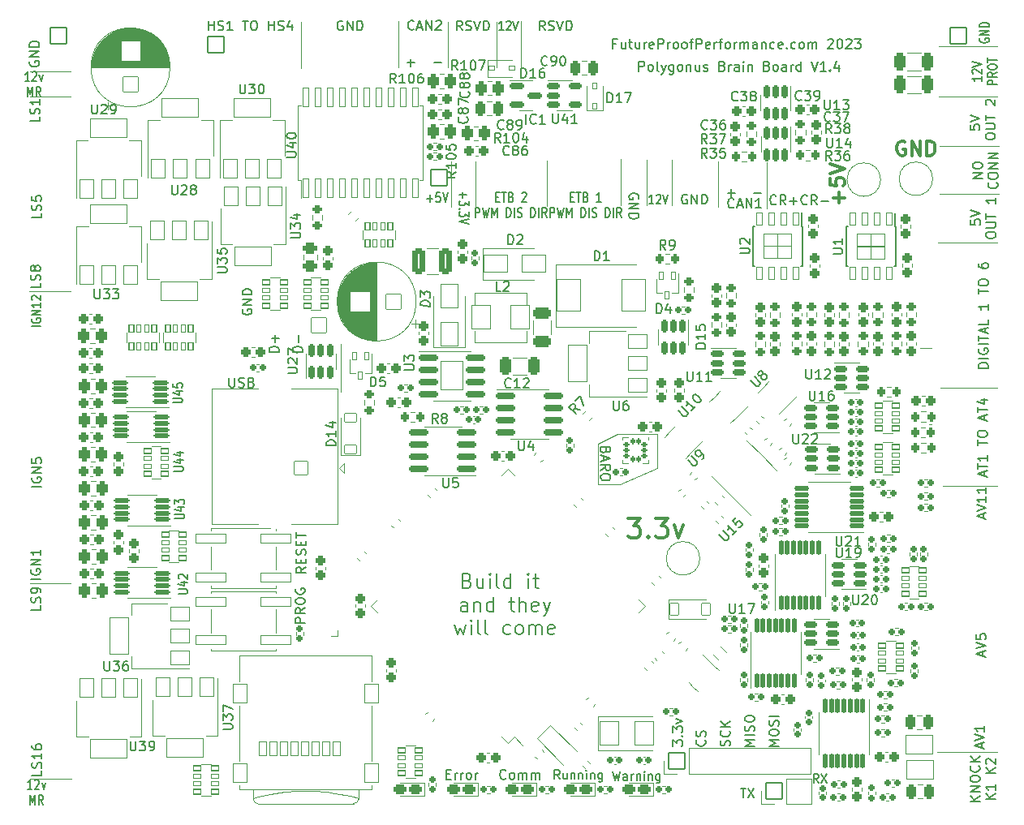
<source format=gbr>
%TF.GenerationSoftware,KiCad,Pcbnew,(6.0.1)*%
%TF.CreationDate,2023-07-12T16:45:15+01:00*%
%TF.ProjectId,polygonus-Shortage-Version,706f6c79-676f-46e7-9573-2d53686f7274,rev?*%
%TF.SameCoordinates,Original*%
%TF.FileFunction,Legend,Top*%
%TF.FilePolarity,Positive*%
%FSLAX46Y46*%
G04 Gerber Fmt 4.6, Leading zero omitted, Abs format (unit mm)*
G04 Created by KiCad (PCBNEW (6.0.1)) date 2023-07-12 16:45:15*
%MOMM*%
%LPD*%
G01*
G04 APERTURE LIST*
G04 Aperture macros list*
%AMRoundRect*
0 Rectangle with rounded corners*
0 $1 Rounding radius*
0 $2 $3 $4 $5 $6 $7 $8 $9 X,Y pos of 4 corners*
0 Add a 4 corners polygon primitive as box body*
4,1,4,$2,$3,$4,$5,$6,$7,$8,$9,$2,$3,0*
0 Add four circle primitives for the rounded corners*
1,1,$1+$1,$2,$3*
1,1,$1+$1,$4,$5*
1,1,$1+$1,$6,$7*
1,1,$1+$1,$8,$9*
0 Add four rect primitives between the rounded corners*
20,1,$1+$1,$2,$3,$4,$5,0*
20,1,$1+$1,$4,$5,$6,$7,0*
20,1,$1+$1,$6,$7,$8,$9,0*
20,1,$1+$1,$8,$9,$2,$3,0*%
%AMFreePoly0*
4,1,16,0.533941,0.783941,0.539938,0.776626,1.039938,0.026626,1.047068,-0.009414,1.039938,-0.026626,0.539938,-0.776626,0.509414,-0.797068,0.500000,-0.798000,-0.500000,-0.798000,-0.533941,-0.783941,-0.548000,-0.750000,-0.548000,0.750000,-0.533941,0.783941,-0.500000,0.798000,0.500000,0.798000,0.533941,0.783941,0.533941,0.783941,$1*%
%AMFreePoly1*
4,1,16,0.533941,0.783941,0.548000,0.750000,0.548000,-0.750000,0.533941,-0.783941,0.500000,-0.798000,-0.650000,-0.798000,-0.683941,-0.783941,-0.698000,-0.750000,-0.689938,-0.723374,-0.207689,0.000000,-0.689938,0.723374,-0.697068,0.759414,-0.676626,0.789938,-0.650000,0.798000,0.500000,0.798000,0.533941,0.783941,0.533941,0.783941,$1*%
G04 Aperture macros list end*
%ADD10C,0.120000*%
%ADD11C,0.150000*%
%ADD12C,0.130000*%
%ADD13C,0.200000*%
%ADD14C,0.300000*%
%ADD15RoundRect,0.273000X0.250000X-0.225000X0.250000X0.225000X-0.250000X0.225000X-0.250000X-0.225000X0*%
%ADD16RoundRect,0.183000X-0.135000X-0.185000X0.135000X-0.185000X0.135000X0.185000X-0.135000X0.185000X0*%
%ADD17RoundRect,0.183000X0.226274X0.035355X0.035355X0.226274X-0.226274X-0.035355X-0.035355X-0.226274X0*%
%ADD18RoundRect,0.148000X0.100000X-0.637500X0.100000X0.637500X-0.100000X0.637500X-0.100000X-0.637500X0*%
%ADD19RoundRect,0.148000X0.637500X0.100000X-0.637500X0.100000X-0.637500X-0.100000X0.637500X-0.100000X0*%
%ADD20RoundRect,0.048000X-0.325000X0.655000X-0.325000X-0.655000X0.325000X-0.655000X0.325000X0.655000X0*%
%ADD21RoundRect,0.048000X-0.300000X0.655000X-0.300000X-0.655000X0.300000X-0.655000X0.300000X0.655000X0*%
%ADD22RoundRect,0.048000X-0.750000X0.662500X-0.750000X-0.662500X0.750000X-0.662500X0.750000X0.662500X0*%
%ADD23RoundRect,0.273000X-0.250000X0.225000X-0.250000X-0.225000X0.250000X-0.225000X0.250000X0.225000X0*%
%ADD24RoundRect,0.183000X-0.226274X-0.035355X-0.035355X-0.226274X0.226274X0.035355X0.035355X0.226274X0*%
%ADD25RoundRect,0.273000X-0.225000X-0.250000X0.225000X-0.250000X0.225000X0.250000X-0.225000X0.250000X0*%
%ADD26RoundRect,0.273000X0.017678X-0.335876X0.335876X-0.017678X-0.017678X0.335876X-0.335876X0.017678X0*%
%ADD27RoundRect,0.188000X-0.140000X-0.170000X0.140000X-0.170000X0.140000X0.170000X-0.140000X0.170000X0*%
%ADD28RoundRect,0.273000X0.335876X0.017678X0.017678X0.335876X-0.335876X-0.017678X-0.017678X-0.335876X0*%
%ADD29RoundRect,0.273000X-0.335876X-0.017678X-0.017678X-0.335876X0.335876X0.017678X0.017678X0.335876X0*%
%ADD30RoundRect,0.266750X0.424264X0.114905X0.114905X0.424264X-0.424264X-0.114905X-0.114905X-0.424264X0*%
%ADD31RoundRect,0.248000X0.200000X0.275000X-0.200000X0.275000X-0.200000X-0.275000X0.200000X-0.275000X0*%
%ADD32RoundRect,0.048000X0.400000X0.250000X-0.400000X0.250000X-0.400000X-0.250000X0.400000X-0.250000X0*%
%ADD33RoundRect,0.048000X0.400000X0.200000X-0.400000X0.200000X-0.400000X-0.200000X0.400000X-0.200000X0*%
%ADD34RoundRect,0.148000X0.521491X-0.380070X-0.380070X0.521491X-0.521491X0.380070X0.380070X-0.521491X0*%
%ADD35RoundRect,0.048000X-0.250000X0.400000X-0.250000X-0.400000X0.250000X-0.400000X0.250000X0.400000X0*%
%ADD36RoundRect,0.048000X-0.200000X0.400000X-0.200000X-0.400000X0.200000X-0.400000X0.200000X0.400000X0*%
%ADD37RoundRect,0.183000X0.135000X0.185000X-0.135000X0.185000X-0.135000X-0.185000X0.135000X-0.185000X0*%
%ADD38RoundRect,0.273000X0.225000X0.250000X-0.225000X0.250000X-0.225000X-0.250000X0.225000X-0.250000X0*%
%ADD39RoundRect,0.123000X0.521491X-0.415425X-0.415425X0.521491X-0.521491X0.415425X0.415425X-0.521491X0*%
%ADD40RoundRect,0.123000X0.521491X0.415425X0.415425X0.521491X-0.521491X-0.415425X-0.415425X-0.521491X0*%
%ADD41RoundRect,0.298000X-0.325000X-0.650000X0.325000X-0.650000X0.325000X0.650000X-0.325000X0.650000X0*%
%ADD42RoundRect,0.248000X-0.200000X-0.275000X0.200000X-0.275000X0.200000X0.275000X-0.200000X0.275000X0*%
%ADD43RoundRect,0.188000X0.140000X0.170000X-0.140000X0.170000X-0.140000X-0.170000X0.140000X-0.170000X0*%
%ADD44RoundRect,0.048000X0.250000X-0.400000X0.250000X0.400000X-0.250000X0.400000X-0.250000X-0.400000X0*%
%ADD45RoundRect,0.048000X0.200000X-0.400000X0.200000X0.400000X-0.200000X0.400000X-0.200000X-0.400000X0*%
%ADD46RoundRect,0.048000X0.800000X0.800000X-0.800000X0.800000X-0.800000X-0.800000X0.800000X-0.800000X0*%
%ADD47C,1.696000*%
%ADD48RoundRect,0.048000X-1.250000X-0.900000X1.250000X-0.900000X1.250000X0.900000X-1.250000X0.900000X0*%
%ADD49RoundRect,0.048000X-0.400000X-0.250000X0.400000X-0.250000X0.400000X0.250000X-0.400000X0.250000X0*%
%ADD50RoundRect,0.048000X-0.400000X-0.200000X0.400000X-0.200000X0.400000X0.200000X-0.400000X0.200000X0*%
%ADD51RoundRect,0.298000X-0.262500X-0.450000X0.262500X-0.450000X0.262500X0.450000X-0.262500X0.450000X0*%
%ADD52RoundRect,0.148000X0.712500X0.100000X-0.712500X0.100000X-0.712500X-0.100000X0.712500X-0.100000X0*%
%ADD53RoundRect,0.260500X0.400000X0.212500X-0.400000X0.212500X-0.400000X-0.212500X0.400000X-0.212500X0*%
%ADD54RoundRect,0.183000X-0.185000X0.135000X-0.185000X-0.135000X0.185000X-0.135000X0.185000X0.135000X0*%
%ADD55RoundRect,0.248000X-0.275000X0.200000X-0.275000X-0.200000X0.275000X-0.200000X0.275000X0.200000X0*%
%ADD56RoundRect,0.248000X0.275000X-0.200000X0.275000X0.200000X-0.275000X0.200000X-0.275000X-0.200000X0*%
%ADD57RoundRect,0.048000X0.600000X-0.450000X0.600000X0.450000X-0.600000X0.450000X-0.600000X-0.450000X0*%
%ADD58RoundRect,0.298000X0.312500X0.625000X-0.312500X0.625000X-0.312500X-0.625000X0.312500X-0.625000X0*%
%ADD59RoundRect,0.298000X-0.312500X-0.625000X0.312500X-0.625000X0.312500X0.625000X-0.312500X0.625000X0*%
%ADD60C,3.096000*%
%ADD61RoundRect,0.198000X0.150000X-0.512500X0.150000X0.512500X-0.150000X0.512500X-0.150000X-0.512500X0*%
%ADD62RoundRect,0.048000X0.225000X0.350000X-0.225000X0.350000X-0.225000X-0.350000X0.225000X-0.350000X0*%
%ADD63RoundRect,0.183000X0.185000X-0.135000X0.185000X0.135000X-0.185000X0.135000X-0.185000X-0.135000X0*%
%ADD64RoundRect,0.048000X1.250000X-1.650000X1.250000X1.650000X-1.250000X1.650000X-1.250000X-1.650000X0*%
%ADD65RoundRect,0.183000X-0.035355X0.226274X-0.226274X0.035355X0.035355X-0.226274X0.226274X-0.035355X0*%
%ADD66RoundRect,0.183000X0.035355X-0.226274X0.226274X-0.035355X-0.035355X0.226274X-0.226274X0.035355X0*%
%ADD67RoundRect,0.198000X0.512500X0.150000X-0.512500X0.150000X-0.512500X-0.150000X0.512500X-0.150000X0*%
%ADD68RoundRect,0.188000X-0.170000X0.140000X-0.170000X-0.140000X0.170000X-0.140000X0.170000X0.140000X0*%
%ADD69RoundRect,0.188000X0.170000X-0.140000X0.170000X0.140000X-0.170000X0.140000X-0.170000X-0.140000X0*%
%ADD70RoundRect,0.148000X-0.100000X0.637500X-0.100000X-0.637500X0.100000X-0.637500X0.100000X0.637500X0*%
%ADD71RoundRect,0.048000X1.000000X0.750000X-1.000000X0.750000X-1.000000X-0.750000X1.000000X-0.750000X0*%
%ADD72RoundRect,0.048000X1.000000X1.900000X-1.000000X1.900000X-1.000000X-1.900000X1.000000X-1.900000X0*%
%ADD73RoundRect,0.048000X-1.000000X-1.200000X1.000000X-1.200000X1.000000X1.200000X-1.000000X1.200000X0*%
%ADD74RoundRect,0.198000X-0.825000X-0.150000X0.825000X-0.150000X0.825000X0.150000X-0.825000X0.150000X0*%
%ADD75RoundRect,0.048000X-1.145000X-1.500000X1.145000X-1.500000X1.145000X1.500000X-1.145000X1.500000X0*%
%ADD76RoundRect,0.048000X0.900000X-1.250000X0.900000X1.250000X-0.900000X1.250000X-0.900000X-1.250000X0*%
%ADD77RoundRect,0.198000X-0.150000X0.512500X-0.150000X-0.512500X0.150000X-0.512500X0.150000X0.512500X0*%
%ADD78RoundRect,0.298000X0.375000X1.075000X-0.375000X1.075000X-0.375000X-1.075000X0.375000X-1.075000X0*%
%ADD79RoundRect,0.248000X-0.053033X0.335876X-0.335876X0.053033X0.053033X-0.335876X0.335876X-0.053033X0*%
%ADD80RoundRect,0.048000X0.950000X1.250000X-0.950000X1.250000X-0.950000X-1.250000X0.950000X-1.250000X0*%
%ADD81RoundRect,0.298000X-0.650000X0.325000X-0.650000X-0.325000X0.650000X-0.325000X0.650000X0.325000X0*%
%ADD82RoundRect,0.298000X-0.250000X-0.475000X0.250000X-0.475000X0.250000X0.475000X-0.250000X0.475000X0*%
%ADD83RoundRect,0.048000X0.850000X-0.850000X0.850000X0.850000X-0.850000X0.850000X-0.850000X-0.850000X0*%
%ADD84O,1.796000X1.796000*%
%ADD85RoundRect,0.048000X0.800000X-0.800000X0.800000X0.800000X-0.800000X0.800000X-0.800000X-0.800000X0*%
%ADD86FreePoly0,180.000000*%
%ADD87FreePoly1,180.000000*%
%ADD88RoundRect,0.048000X0.400000X0.750000X-0.400000X0.750000X-0.400000X-0.750000X0.400000X-0.750000X0*%
%ADD89RoundRect,0.048000X0.725000X1.000000X-0.725000X1.000000X-0.725000X-1.000000X0.725000X-1.000000X0*%
%ADD90RoundRect,0.048000X-0.700000X0.700000X-0.700000X-0.700000X0.700000X-0.700000X0.700000X0.700000X0*%
%ADD91C,1.496000*%
%ADD92RoundRect,0.298000X-0.450000X0.262500X-0.450000X-0.262500X0.450000X-0.262500X0.450000X0.262500X0*%
%ADD93RoundRect,0.198000X-0.521491X0.309359X0.309359X-0.521491X0.521491X-0.309359X-0.309359X0.521491X0*%
%ADD94RoundRect,0.148000X-0.100000X0.175000X-0.100000X-0.175000X0.100000X-0.175000X0.100000X0.175000X0*%
%ADD95RoundRect,0.148000X-0.175000X0.100000X-0.175000X-0.100000X0.175000X-0.100000X0.175000X0.100000X0*%
%ADD96RoundRect,0.048000X-1.600000X-0.500000X1.600000X-0.500000X1.600000X0.500000X-1.600000X0.500000X0*%
%ADD97RoundRect,0.048000X1.600000X0.500000X-1.600000X0.500000X-1.600000X-0.500000X1.600000X-0.500000X0*%
%ADD98C,1.086600*%
%ADD99C,0.883400*%
%ADD100RoundRect,0.048000X-0.450000X-0.600000X0.450000X-0.600000X0.450000X0.600000X-0.450000X0.600000X0*%
%ADD101RoundRect,0.048000X-0.742462X-0.106066X-0.106066X-0.742462X0.742462X0.106066X0.106066X0.742462X0*%
%ADD102RoundRect,0.048000X0.225000X-0.300000X0.225000X0.300000X-0.225000X0.300000X-0.225000X-0.300000X0*%
%ADD103RoundRect,0.198000X-0.512500X-0.150000X0.512500X-0.150000X0.512500X0.150000X-0.512500X0.150000X0*%
%ADD104RoundRect,0.048000X0.750000X-1.000000X0.750000X1.000000X-0.750000X1.000000X-0.750000X-1.000000X0*%
%ADD105RoundRect,0.048000X1.900000X-1.000000X1.900000X1.000000X-1.900000X1.000000X-1.900000X-1.000000X0*%
%ADD106RoundRect,0.198000X0.256326X0.468458X-0.468458X-0.256326X-0.256326X-0.468458X0.468458X0.256326X0*%
%ADD107RoundRect,0.048000X0.275000X0.975000X-0.275000X0.975000X-0.275000X-0.975000X0.275000X-0.975000X0*%
%ADD108RoundRect,0.248000X0.053033X-0.335876X0.335876X-0.053033X-0.053033X0.335876X-0.335876X0.053033X0*%
%ADD109RoundRect,0.298000X0.250000X0.475000X-0.250000X0.475000X-0.250000X-0.475000X0.250000X-0.475000X0*%
%ADD110RoundRect,0.048000X-0.750000X1.000000X-0.750000X-1.000000X0.750000X-1.000000X0.750000X1.000000X0*%
%ADD111RoundRect,0.048000X-1.900000X1.000000X-1.900000X-1.000000X1.900000X-1.000000X1.900000X1.000000X0*%
%ADD112RoundRect,0.198000X-0.587500X-0.150000X0.587500X-0.150000X0.587500X0.150000X-0.587500X0.150000X0*%
%ADD113RoundRect,0.048000X-0.300000X-0.225000X0.300000X-0.225000X0.300000X0.225000X-0.300000X0.225000X0*%
%ADD114RoundRect,0.198000X0.825000X0.150000X-0.825000X0.150000X-0.825000X-0.150000X0.825000X-0.150000X0*%
%ADD115RoundRect,0.048000X0.850000X0.850000X-0.850000X0.850000X-0.850000X-0.850000X0.850000X-0.850000X0*%
%ADD116RoundRect,0.048000X-0.850000X0.850000X-0.850000X-0.850000X0.850000X-0.850000X0.850000X0.850000X0*%
G04 APERTURE END LIST*
D10*
X117684000Y-99978000D02*
X117684000Y-104169000D01*
X153235560Y-58480584D02*
X159385000Y-58480584D01*
X153350189Y-68852306D02*
X159562735Y-68852306D01*
X58408978Y-114519045D02*
X62658140Y-114519045D01*
X96847596Y-60652653D02*
X96847596Y-55877604D01*
X58403561Y-61066351D02*
X62652723Y-61066351D01*
X112367662Y-75140667D02*
X112367662Y-70365618D01*
X152482000Y-97946000D02*
X152228000Y-97946000D01*
X123907000Y-98962000D02*
X119716000Y-98962000D01*
X90887000Y-94517000D02*
X90887000Y-89564000D01*
X122738143Y-75056526D02*
X122738143Y-70281477D01*
X135317347Y-75372057D02*
X135317347Y-70597008D01*
X119970000Y-104169000D02*
X123907000Y-102518000D01*
X123907000Y-102518000D02*
X123907000Y-98962000D01*
X153670000Y-104316216D02*
X159385000Y-104316216D01*
X58431608Y-63716819D02*
X62680770Y-63716819D01*
X102043354Y-60673689D02*
X102043354Y-55898640D01*
X153161936Y-78947454D02*
X159385000Y-78947454D01*
X58387942Y-84017631D02*
X62637104Y-84017631D01*
X104881584Y-75287916D02*
X104881584Y-70512867D01*
X153088312Y-132161745D02*
X159385000Y-132161745D01*
X102396855Y-75245845D02*
X102396855Y-70470796D01*
X153445915Y-94092984D02*
X159385000Y-94092984D01*
X119716000Y-98962000D02*
X117684000Y-99978000D01*
X152482000Y-89945000D02*
X151339000Y-89945000D01*
X130268837Y-75245845D02*
X130268837Y-70470796D01*
X125367575Y-75077561D02*
X125367575Y-70302512D01*
X117684000Y-104169000D02*
X119970000Y-104169000D01*
X58472084Y-134881368D02*
X62721246Y-134881368D01*
X153277631Y-63697378D02*
X159385000Y-63697378D01*
X86711871Y-60736795D02*
X86711871Y-55961746D01*
X120087675Y-75035490D02*
X120087675Y-70260441D01*
X109616119Y-60589547D02*
X109616119Y-55814498D01*
X107112900Y-60673689D02*
X107112900Y-55898640D01*
X153334905Y-73853168D02*
X159547451Y-73853168D01*
D11*
X87200905Y-112841927D02*
X86724715Y-113175261D01*
X87200905Y-113413356D02*
X86200905Y-113413356D01*
X86200905Y-113032404D01*
X86248525Y-112937166D01*
X86296144Y-112889547D01*
X86391382Y-112841927D01*
X86534239Y-112841927D01*
X86629477Y-112889547D01*
X86677096Y-112937166D01*
X86724715Y-113032404D01*
X86724715Y-113413356D01*
X86677096Y-112413356D02*
X86677096Y-112080023D01*
X87200905Y-111937166D02*
X87200905Y-112413356D01*
X86200905Y-112413356D01*
X86200905Y-111937166D01*
X87153286Y-111556213D02*
X87200905Y-111413356D01*
X87200905Y-111175261D01*
X87153286Y-111080023D01*
X87105667Y-111032404D01*
X87010429Y-110984785D01*
X86915191Y-110984785D01*
X86819953Y-111032404D01*
X86772334Y-111080023D01*
X86724715Y-111175261D01*
X86677096Y-111365737D01*
X86629477Y-111460975D01*
X86581858Y-111508594D01*
X86486620Y-111556213D01*
X86391382Y-111556213D01*
X86296144Y-111508594D01*
X86248525Y-111460975D01*
X86200905Y-111365737D01*
X86200905Y-111127642D01*
X86248525Y-110984785D01*
X86677096Y-110556213D02*
X86677096Y-110222880D01*
X87200905Y-110080023D02*
X87200905Y-110556213D01*
X86200905Y-110556213D01*
X86200905Y-110080023D01*
X86200905Y-109794308D02*
X86200905Y-109222880D01*
X87200905Y-109508594D02*
X86200905Y-109508594D01*
D12*
X140709974Y-135336233D02*
X140409974Y-134907662D01*
X140195688Y-135336233D02*
X140195688Y-134436233D01*
X140538545Y-134436233D01*
X140624259Y-134479091D01*
X140667116Y-134521948D01*
X140709974Y-134607662D01*
X140709974Y-134736233D01*
X140667116Y-134821948D01*
X140624259Y-134864805D01*
X140538545Y-134907662D01*
X140195688Y-134907662D01*
X141009974Y-134436233D02*
X141609974Y-135336233D01*
X141609974Y-134436233D02*
X141009974Y-135336233D01*
D11*
X118517428Y-100629047D02*
X118469809Y-100771904D01*
X118422190Y-100819523D01*
X118326952Y-100867142D01*
X118184095Y-100867142D01*
X118088857Y-100819523D01*
X118041238Y-100771904D01*
X117993619Y-100676666D01*
X117993619Y-100295714D01*
X118993619Y-100295714D01*
X118993619Y-100629047D01*
X118946000Y-100724285D01*
X118898380Y-100771904D01*
X118803142Y-100819523D01*
X118707904Y-100819523D01*
X118612666Y-100771904D01*
X118565047Y-100724285D01*
X118517428Y-100629047D01*
X118517428Y-100295714D01*
X118279333Y-101248095D02*
X118279333Y-101724285D01*
X117993619Y-101152857D02*
X118993619Y-101486190D01*
X117993619Y-101819523D01*
X117993619Y-102724285D02*
X118469809Y-102390952D01*
X117993619Y-102152857D02*
X118993619Y-102152857D01*
X118993619Y-102533809D01*
X118946000Y-102629047D01*
X118898380Y-102676666D01*
X118803142Y-102724285D01*
X118660285Y-102724285D01*
X118565047Y-102676666D01*
X118517428Y-102629047D01*
X118469809Y-102533809D01*
X118469809Y-102152857D01*
X118993619Y-103343333D02*
X118993619Y-103533809D01*
X118946000Y-103629047D01*
X118850761Y-103724285D01*
X118660285Y-103771904D01*
X118326952Y-103771904D01*
X118136476Y-103724285D01*
X118041238Y-103629047D01*
X117993619Y-103533809D01*
X117993619Y-103343333D01*
X118041238Y-103248095D01*
X118136476Y-103152857D01*
X118326952Y-103105238D01*
X118660285Y-103105238D01*
X118850761Y-103152857D01*
X118946000Y-103248095D01*
X118993619Y-103343333D01*
X91050749Y-55861420D02*
X90955511Y-55813800D01*
X90812654Y-55813800D01*
X90669796Y-55861420D01*
X90574558Y-55956658D01*
X90526939Y-56051896D01*
X90479320Y-56242372D01*
X90479320Y-56385229D01*
X90526939Y-56575705D01*
X90574558Y-56670943D01*
X90669796Y-56766181D01*
X90812654Y-56813800D01*
X90907892Y-56813800D01*
X91050749Y-56766181D01*
X91098368Y-56718562D01*
X91098368Y-56385229D01*
X90907892Y-56385229D01*
X91526939Y-56813800D02*
X91526939Y-55813800D01*
X92098368Y-56813800D01*
X92098368Y-55813800D01*
X92574558Y-56813800D02*
X92574558Y-55813800D01*
X92812654Y-55813800D01*
X92955511Y-55861420D01*
X93050749Y-55956658D01*
X93098368Y-56051896D01*
X93145987Y-56242372D01*
X93145987Y-56385229D01*
X93098368Y-56575705D01*
X93050749Y-56670943D01*
X92955511Y-56766181D01*
X92812654Y-56813800D01*
X92574558Y-56813800D01*
X158397854Y-92048359D02*
X157397854Y-92048359D01*
X157397854Y-91810264D01*
X157445474Y-91667406D01*
X157540712Y-91572168D01*
X157635950Y-91524549D01*
X157826426Y-91476930D01*
X157969283Y-91476930D01*
X158159759Y-91524549D01*
X158254997Y-91572168D01*
X158350235Y-91667406D01*
X158397854Y-91810264D01*
X158397854Y-92048359D01*
X158397854Y-91048359D02*
X157397854Y-91048359D01*
X157445474Y-90048359D02*
X157397854Y-90143597D01*
X157397854Y-90286454D01*
X157445474Y-90429311D01*
X157540712Y-90524549D01*
X157635950Y-90572168D01*
X157826426Y-90619787D01*
X157969283Y-90619787D01*
X158159759Y-90572168D01*
X158254997Y-90524549D01*
X158350235Y-90429311D01*
X158397854Y-90286454D01*
X158397854Y-90191216D01*
X158350235Y-90048359D01*
X158302616Y-90000740D01*
X157969283Y-90000740D01*
X157969283Y-90191216D01*
X158397854Y-89572168D02*
X157397854Y-89572168D01*
X157397854Y-89238835D02*
X157397854Y-88667406D01*
X158397854Y-88953121D02*
X157397854Y-88953121D01*
X158112140Y-88381692D02*
X158112140Y-87905502D01*
X158397854Y-88476930D02*
X157397854Y-88143597D01*
X158397854Y-87810264D01*
X158397854Y-87000740D02*
X158397854Y-87476930D01*
X157397854Y-87476930D01*
X158397854Y-85381692D02*
X158397854Y-85953121D01*
X158397854Y-85667406D02*
X157397854Y-85667406D01*
X157540712Y-85762645D01*
X157635950Y-85857883D01*
X157683569Y-85953121D01*
X157397854Y-84334073D02*
X157397854Y-83762645D01*
X158397854Y-84048359D02*
X157397854Y-84048359D01*
X157397854Y-83238835D02*
X157397854Y-83048359D01*
X157445474Y-82953121D01*
X157540712Y-82857883D01*
X157731188Y-82810264D01*
X158064521Y-82810264D01*
X158254997Y-82857883D01*
X158350235Y-82953121D01*
X158397854Y-83048359D01*
X158397854Y-83238835D01*
X158350235Y-83334073D01*
X158254997Y-83429311D01*
X158064521Y-83476930D01*
X157731188Y-83476930D01*
X157540712Y-83429311D01*
X157445474Y-83334073D01*
X157397854Y-83238835D01*
X157397854Y-81191216D02*
X157397854Y-81381692D01*
X157445474Y-81476930D01*
X157493093Y-81524549D01*
X157635950Y-81619787D01*
X157826426Y-81667406D01*
X158207378Y-81667406D01*
X158302616Y-81619787D01*
X158350235Y-81572168D01*
X158397854Y-81476930D01*
X158397854Y-81286454D01*
X158350235Y-81191216D01*
X158302616Y-81143597D01*
X158207378Y-81095978D01*
X157969283Y-81095978D01*
X157874045Y-81143597D01*
X157826426Y-81191216D01*
X157778807Y-81286454D01*
X157778807Y-81476930D01*
X157826426Y-81572168D01*
X157874045Y-81619787D01*
X157969283Y-81667406D01*
D12*
X113680571Y-134929142D02*
X113380571Y-134500571D01*
X113166285Y-134929142D02*
X113166285Y-134029142D01*
X113509142Y-134029142D01*
X113594857Y-134072000D01*
X113637714Y-134114857D01*
X113680571Y-134200571D01*
X113680571Y-134329142D01*
X113637714Y-134414857D01*
X113594857Y-134457714D01*
X113509142Y-134500571D01*
X113166285Y-134500571D01*
X114452000Y-134329142D02*
X114452000Y-134929142D01*
X114066285Y-134329142D02*
X114066285Y-134800571D01*
X114109142Y-134886285D01*
X114194857Y-134929142D01*
X114323428Y-134929142D01*
X114409142Y-134886285D01*
X114452000Y-134843428D01*
X114880571Y-134329142D02*
X114880571Y-134929142D01*
X114880571Y-134414857D02*
X114923428Y-134372000D01*
X115009142Y-134329142D01*
X115137714Y-134329142D01*
X115223428Y-134372000D01*
X115266285Y-134457714D01*
X115266285Y-134929142D01*
X115694857Y-134329142D02*
X115694857Y-134929142D01*
X115694857Y-134414857D02*
X115737714Y-134372000D01*
X115823428Y-134329142D01*
X115952000Y-134329142D01*
X116037714Y-134372000D01*
X116080571Y-134457714D01*
X116080571Y-134929142D01*
X116509142Y-134929142D02*
X116509142Y-134329142D01*
X116509142Y-134029142D02*
X116466285Y-134072000D01*
X116509142Y-134114857D01*
X116552000Y-134072000D01*
X116509142Y-134029142D01*
X116509142Y-134114857D01*
X116937714Y-134329142D02*
X116937714Y-134929142D01*
X116937714Y-134414857D02*
X116980571Y-134372000D01*
X117066285Y-134329142D01*
X117194857Y-134329142D01*
X117280571Y-134372000D01*
X117323428Y-134457714D01*
X117323428Y-134929142D01*
X118137714Y-134329142D02*
X118137714Y-135057714D01*
X118094857Y-135143428D01*
X118052000Y-135186285D01*
X117966285Y-135229142D01*
X117837714Y-135229142D01*
X117752000Y-135186285D01*
X118137714Y-134886285D02*
X118052000Y-134929142D01*
X117880571Y-134929142D01*
X117794857Y-134886285D01*
X117752000Y-134843428D01*
X117709142Y-134757714D01*
X117709142Y-134500571D01*
X117752000Y-134414857D01*
X117794857Y-134372000D01*
X117880571Y-134329142D01*
X118052000Y-134329142D01*
X118137714Y-134372000D01*
D11*
X86847440Y-90386175D02*
X85847440Y-90386175D01*
X85847440Y-90148080D01*
X85895060Y-90005223D01*
X85990298Y-89909984D01*
X86085536Y-89862365D01*
X86276012Y-89814746D01*
X86418869Y-89814746D01*
X86609345Y-89862365D01*
X86704583Y-89909984D01*
X86799821Y-90005223D01*
X86847440Y-90148080D01*
X86847440Y-90386175D01*
X86466488Y-89386175D02*
X86466488Y-88624270D01*
D13*
X104067305Y-114239296D02*
X104281591Y-114310724D01*
X104353019Y-114382153D01*
X104424448Y-114525010D01*
X104424448Y-114739296D01*
X104353019Y-114882153D01*
X104281591Y-114953581D01*
X104138734Y-115025010D01*
X103567305Y-115025010D01*
X103567305Y-113525010D01*
X104067305Y-113525010D01*
X104210162Y-113596439D01*
X104281591Y-113667867D01*
X104353019Y-113810724D01*
X104353019Y-113953581D01*
X104281591Y-114096439D01*
X104210162Y-114167867D01*
X104067305Y-114239296D01*
X103567305Y-114239296D01*
X105710162Y-114025010D02*
X105710162Y-115025010D01*
X105067305Y-114025010D02*
X105067305Y-114810724D01*
X105138734Y-114953581D01*
X105281591Y-115025010D01*
X105495877Y-115025010D01*
X105638734Y-114953581D01*
X105710162Y-114882153D01*
X106424448Y-115025010D02*
X106424448Y-114025010D01*
X106424448Y-113525010D02*
X106353019Y-113596439D01*
X106424448Y-113667867D01*
X106495877Y-113596439D01*
X106424448Y-113525010D01*
X106424448Y-113667867D01*
X107353019Y-115025010D02*
X107210162Y-114953581D01*
X107138734Y-114810724D01*
X107138734Y-113525010D01*
X108567305Y-115025010D02*
X108567305Y-113525010D01*
X108567305Y-114953581D02*
X108424448Y-115025010D01*
X108138734Y-115025010D01*
X107995877Y-114953581D01*
X107924448Y-114882153D01*
X107853019Y-114739296D01*
X107853019Y-114310724D01*
X107924448Y-114167867D01*
X107995877Y-114096439D01*
X108138734Y-114025010D01*
X108424448Y-114025010D01*
X108567305Y-114096439D01*
X110424448Y-115025010D02*
X110424448Y-114025010D01*
X110424448Y-113525010D02*
X110353019Y-113596439D01*
X110424448Y-113667867D01*
X110495877Y-113596439D01*
X110424448Y-113525010D01*
X110424448Y-113667867D01*
X110924448Y-114025010D02*
X111495877Y-114025010D01*
X111138734Y-113525010D02*
X111138734Y-114810724D01*
X111210162Y-114953581D01*
X111353019Y-115025010D01*
X111495877Y-115025010D01*
X104067305Y-117440010D02*
X104067305Y-116654296D01*
X103995877Y-116511439D01*
X103853019Y-116440010D01*
X103567305Y-116440010D01*
X103424448Y-116511439D01*
X104067305Y-117368581D02*
X103924448Y-117440010D01*
X103567305Y-117440010D01*
X103424448Y-117368581D01*
X103353019Y-117225724D01*
X103353019Y-117082867D01*
X103424448Y-116940010D01*
X103567305Y-116868581D01*
X103924448Y-116868581D01*
X104067305Y-116797153D01*
X104781591Y-116440010D02*
X104781591Y-117440010D01*
X104781591Y-116582867D02*
X104853019Y-116511439D01*
X104995877Y-116440010D01*
X105210162Y-116440010D01*
X105353019Y-116511439D01*
X105424448Y-116654296D01*
X105424448Y-117440010D01*
X106781591Y-117440010D02*
X106781591Y-115940010D01*
X106781591Y-117368581D02*
X106638734Y-117440010D01*
X106353019Y-117440010D01*
X106210162Y-117368581D01*
X106138734Y-117297153D01*
X106067305Y-117154296D01*
X106067305Y-116725724D01*
X106138734Y-116582867D01*
X106210162Y-116511439D01*
X106353019Y-116440010D01*
X106638734Y-116440010D01*
X106781591Y-116511439D01*
X108424448Y-116440010D02*
X108995877Y-116440010D01*
X108638734Y-115940010D02*
X108638734Y-117225724D01*
X108710162Y-117368581D01*
X108853019Y-117440010D01*
X108995877Y-117440010D01*
X109495877Y-117440010D02*
X109495877Y-115940010D01*
X110138734Y-117440010D02*
X110138734Y-116654296D01*
X110067305Y-116511439D01*
X109924448Y-116440010D01*
X109710162Y-116440010D01*
X109567305Y-116511439D01*
X109495877Y-116582867D01*
X111424448Y-117368581D02*
X111281591Y-117440010D01*
X110995877Y-117440010D01*
X110853019Y-117368581D01*
X110781591Y-117225724D01*
X110781591Y-116654296D01*
X110853019Y-116511439D01*
X110995877Y-116440010D01*
X111281591Y-116440010D01*
X111424448Y-116511439D01*
X111495877Y-116654296D01*
X111495877Y-116797153D01*
X110781591Y-116940010D01*
X111995877Y-116440010D02*
X112353019Y-117440010D01*
X112710162Y-116440010D02*
X112353019Y-117440010D01*
X112210162Y-117797153D01*
X112138734Y-117868581D01*
X111995877Y-117940010D01*
X102745877Y-118855010D02*
X103031591Y-119855010D01*
X103317305Y-119140724D01*
X103603019Y-119855010D01*
X103888734Y-118855010D01*
X104460162Y-119855010D02*
X104460162Y-118855010D01*
X104460162Y-118355010D02*
X104388734Y-118426439D01*
X104460162Y-118497867D01*
X104531591Y-118426439D01*
X104460162Y-118355010D01*
X104460162Y-118497867D01*
X105388734Y-119855010D02*
X105245877Y-119783581D01*
X105174448Y-119640724D01*
X105174448Y-118355010D01*
X106174448Y-119855010D02*
X106031591Y-119783581D01*
X105960162Y-119640724D01*
X105960162Y-118355010D01*
X108531591Y-119783581D02*
X108388734Y-119855010D01*
X108103019Y-119855010D01*
X107960162Y-119783581D01*
X107888734Y-119712153D01*
X107817305Y-119569296D01*
X107817305Y-119140724D01*
X107888734Y-118997867D01*
X107960162Y-118926439D01*
X108103019Y-118855010D01*
X108388734Y-118855010D01*
X108531591Y-118926439D01*
X109388734Y-119855010D02*
X109245877Y-119783581D01*
X109174448Y-119712153D01*
X109103019Y-119569296D01*
X109103019Y-119140724D01*
X109174448Y-118997867D01*
X109245877Y-118926439D01*
X109388734Y-118855010D01*
X109603019Y-118855010D01*
X109745877Y-118926439D01*
X109817305Y-118997867D01*
X109888734Y-119140724D01*
X109888734Y-119569296D01*
X109817305Y-119712153D01*
X109745877Y-119783581D01*
X109603019Y-119855010D01*
X109388734Y-119855010D01*
X110531591Y-119855010D02*
X110531591Y-118855010D01*
X110531591Y-118997867D02*
X110603019Y-118926439D01*
X110745877Y-118855010D01*
X110960162Y-118855010D01*
X111103019Y-118926439D01*
X111174448Y-119069296D01*
X111174448Y-119855010D01*
X111174448Y-119069296D02*
X111245877Y-118926439D01*
X111388734Y-118855010D01*
X111603019Y-118855010D01*
X111745877Y-118926439D01*
X111817305Y-119069296D01*
X111817305Y-119855010D01*
X113103019Y-119783581D02*
X112960162Y-119855010D01*
X112674448Y-119855010D01*
X112531591Y-119783581D01*
X112460162Y-119640724D01*
X112460162Y-119069296D01*
X112531591Y-118926439D01*
X112674448Y-118855010D01*
X112960162Y-118855010D01*
X113103019Y-118926439D01*
X113174448Y-119069296D01*
X113174448Y-119212153D01*
X112460162Y-119355010D01*
D14*
X120859357Y-107772761D02*
X122097452Y-107772761D01*
X121430785Y-108534666D01*
X121716500Y-108534666D01*
X121906976Y-108629904D01*
X122002214Y-108725142D01*
X122097452Y-108915619D01*
X122097452Y-109391809D01*
X122002214Y-109582285D01*
X121906976Y-109677523D01*
X121716500Y-109772761D01*
X121145071Y-109772761D01*
X120954595Y-109677523D01*
X120859357Y-109582285D01*
X122954595Y-109582285D02*
X123049833Y-109677523D01*
X122954595Y-109772761D01*
X122859357Y-109677523D01*
X122954595Y-109582285D01*
X122954595Y-109772761D01*
X123716500Y-107772761D02*
X124954595Y-107772761D01*
X124287928Y-108534666D01*
X124573642Y-108534666D01*
X124764119Y-108629904D01*
X124859357Y-108725142D01*
X124954595Y-108915619D01*
X124954595Y-109391809D01*
X124859357Y-109582285D01*
X124764119Y-109677523D01*
X124573642Y-109772761D01*
X124002214Y-109772761D01*
X123811738Y-109677523D01*
X123716500Y-109582285D01*
X125621261Y-108439428D02*
X126097452Y-109772761D01*
X126573642Y-108439428D01*
D12*
X119240857Y-134156142D02*
X119455142Y-135056142D01*
X119626571Y-134413285D01*
X119798000Y-135056142D01*
X120012285Y-134156142D01*
X120740857Y-135056142D02*
X120740857Y-134584714D01*
X120698000Y-134499000D01*
X120612285Y-134456142D01*
X120440857Y-134456142D01*
X120355142Y-134499000D01*
X120740857Y-135013285D02*
X120655142Y-135056142D01*
X120440857Y-135056142D01*
X120355142Y-135013285D01*
X120312285Y-134927571D01*
X120312285Y-134841857D01*
X120355142Y-134756142D01*
X120440857Y-134713285D01*
X120655142Y-134713285D01*
X120740857Y-134670428D01*
X121169428Y-135056142D02*
X121169428Y-134456142D01*
X121169428Y-134627571D02*
X121212285Y-134541857D01*
X121255142Y-134499000D01*
X121340857Y-134456142D01*
X121426571Y-134456142D01*
X121726571Y-134456142D02*
X121726571Y-135056142D01*
X121726571Y-134541857D02*
X121769428Y-134499000D01*
X121855142Y-134456142D01*
X121983714Y-134456142D01*
X122069428Y-134499000D01*
X122112285Y-134584714D01*
X122112285Y-135056142D01*
X122540857Y-135056142D02*
X122540857Y-134456142D01*
X122540857Y-134156142D02*
X122498000Y-134199000D01*
X122540857Y-134241857D01*
X122583714Y-134199000D01*
X122540857Y-134156142D01*
X122540857Y-134241857D01*
X122969428Y-134456142D02*
X122969428Y-135056142D01*
X122969428Y-134541857D02*
X123012285Y-134499000D01*
X123098000Y-134456142D01*
X123226571Y-134456142D01*
X123312285Y-134499000D01*
X123355142Y-134584714D01*
X123355142Y-135056142D01*
X124169428Y-134456142D02*
X124169428Y-135184714D01*
X124126571Y-135270428D01*
X124083714Y-135313285D01*
X123998000Y-135356142D01*
X123869428Y-135356142D01*
X123783714Y-135313285D01*
X124169428Y-135013285D02*
X124083714Y-135056142D01*
X123912285Y-135056142D01*
X123826571Y-135013285D01*
X123783714Y-134970428D01*
X123740857Y-134884714D01*
X123740857Y-134627571D01*
X123783714Y-134541857D01*
X123826571Y-134499000D01*
X123912285Y-134456142D01*
X124083714Y-134456142D01*
X124169428Y-134499000D01*
D11*
X58376941Y-62114949D02*
X57919798Y-62114949D01*
X58148369Y-62114949D02*
X58148369Y-61114949D01*
X58072179Y-61257807D01*
X57995988Y-61353045D01*
X57919798Y-61400664D01*
X58681703Y-61210188D02*
X58719798Y-61162569D01*
X58795988Y-61114949D01*
X58986464Y-61114949D01*
X59062655Y-61162569D01*
X59100750Y-61210188D01*
X59138845Y-61305426D01*
X59138845Y-61400664D01*
X59100750Y-61543521D01*
X58643607Y-62114949D01*
X59138845Y-62114949D01*
X59405512Y-61448283D02*
X59595988Y-62114949D01*
X59786464Y-61448283D01*
X58167417Y-63724949D02*
X58167417Y-62724949D01*
X58434084Y-63439235D01*
X58700750Y-62724949D01*
X58700750Y-63724949D01*
X59538845Y-63724949D02*
X59272179Y-63248759D01*
X59081703Y-63724949D02*
X59081703Y-62724949D01*
X59386464Y-62724949D01*
X59462655Y-62772569D01*
X59500750Y-62820188D01*
X59538845Y-62915426D01*
X59538845Y-63058283D01*
X59500750Y-63153521D01*
X59462655Y-63201140D01*
X59386464Y-63248759D01*
X59081703Y-63248759D01*
D12*
X132619285Y-135934142D02*
X133133571Y-135934142D01*
X132876428Y-136834142D02*
X132876428Y-135934142D01*
X133347857Y-135934142D02*
X133947857Y-136834142D01*
X133947857Y-135934142D02*
X133347857Y-136834142D01*
D11*
X108079809Y-134879142D02*
X108032190Y-134926761D01*
X107889333Y-134974380D01*
X107794095Y-134974380D01*
X107651238Y-134926761D01*
X107556000Y-134831523D01*
X107508380Y-134736285D01*
X107460761Y-134545809D01*
X107460761Y-134402952D01*
X107508380Y-134212476D01*
X107556000Y-134117238D01*
X107651238Y-134022000D01*
X107794095Y-133974380D01*
X107889333Y-133974380D01*
X108032190Y-134022000D01*
X108079809Y-134069619D01*
X108651238Y-134974380D02*
X108556000Y-134926761D01*
X108508380Y-134879142D01*
X108460761Y-134783904D01*
X108460761Y-134498190D01*
X108508380Y-134402952D01*
X108556000Y-134355333D01*
X108651238Y-134307714D01*
X108794095Y-134307714D01*
X108889333Y-134355333D01*
X108936952Y-134402952D01*
X108984571Y-134498190D01*
X108984571Y-134783904D01*
X108936952Y-134879142D01*
X108889333Y-134926761D01*
X108794095Y-134974380D01*
X108651238Y-134974380D01*
X109413142Y-134974380D02*
X109413142Y-134307714D01*
X109413142Y-134402952D02*
X109460761Y-134355333D01*
X109556000Y-134307714D01*
X109698857Y-134307714D01*
X109794095Y-134355333D01*
X109841714Y-134450571D01*
X109841714Y-134974380D01*
X109841714Y-134450571D02*
X109889333Y-134355333D01*
X109984571Y-134307714D01*
X110127428Y-134307714D01*
X110222666Y-134355333D01*
X110270285Y-134450571D01*
X110270285Y-134974380D01*
X110746476Y-134974380D02*
X110746476Y-134307714D01*
X110746476Y-134402952D02*
X110794095Y-134355333D01*
X110889333Y-134307714D01*
X111032190Y-134307714D01*
X111127428Y-134355333D01*
X111175047Y-134450571D01*
X111175047Y-134974380D01*
X111175047Y-134450571D02*
X111222666Y-134355333D01*
X111317904Y-134307714D01*
X111460761Y-134307714D01*
X111556000Y-134355333D01*
X111603619Y-134450571D01*
X111603619Y-134974380D01*
X134011380Y-131521428D02*
X133011380Y-131521428D01*
X133725666Y-131188095D01*
X133011380Y-130854761D01*
X134011380Y-130854761D01*
X134011380Y-130378571D02*
X133011380Y-130378571D01*
X133963761Y-129950000D02*
X134011380Y-129807142D01*
X134011380Y-129569047D01*
X133963761Y-129473809D01*
X133916142Y-129426190D01*
X133820904Y-129378571D01*
X133725666Y-129378571D01*
X133630428Y-129426190D01*
X133582809Y-129473809D01*
X133535190Y-129569047D01*
X133487571Y-129759523D01*
X133439952Y-129854761D01*
X133392333Y-129902380D01*
X133297095Y-129950000D01*
X133201857Y-129950000D01*
X133106619Y-129902380D01*
X133059000Y-129854761D01*
X133011380Y-129759523D01*
X133011380Y-129521428D01*
X133059000Y-129378571D01*
X133011380Y-128759523D02*
X133011380Y-128569047D01*
X133059000Y-128473809D01*
X133154238Y-128378571D01*
X133344714Y-128330952D01*
X133678047Y-128330952D01*
X133868523Y-128378571D01*
X133963761Y-128473809D01*
X134011380Y-128569047D01*
X134011380Y-128759523D01*
X133963761Y-128854761D01*
X133868523Y-128950000D01*
X133678047Y-128997619D01*
X133344714Y-128997619D01*
X133154238Y-128950000D01*
X133059000Y-128854761D01*
X133011380Y-128759523D01*
X59541285Y-116813951D02*
X59541285Y-117290141D01*
X58541285Y-117290141D01*
X59493666Y-116528236D02*
X59541285Y-116385379D01*
X59541285Y-116147284D01*
X59493666Y-116052046D01*
X59446047Y-116004427D01*
X59350809Y-115956808D01*
X59255571Y-115956808D01*
X59160333Y-116004427D01*
X59112714Y-116052046D01*
X59065095Y-116147284D01*
X59017476Y-116337760D01*
X58969857Y-116432998D01*
X58922238Y-116480617D01*
X58827000Y-116528236D01*
X58731762Y-116528236D01*
X58636524Y-116480617D01*
X58588905Y-116432998D01*
X58541285Y-116337760D01*
X58541285Y-116099665D01*
X58588905Y-115956808D01*
X59541285Y-115480617D02*
X59541285Y-115290141D01*
X59493666Y-115194903D01*
X59446047Y-115147284D01*
X59303190Y-115052046D01*
X59112714Y-115004427D01*
X58731762Y-115004427D01*
X58636524Y-115052046D01*
X58588905Y-115099665D01*
X58541285Y-115194903D01*
X58541285Y-115385379D01*
X58588905Y-115480617D01*
X58636524Y-115528236D01*
X58731762Y-115575855D01*
X58969857Y-115575855D01*
X59065095Y-115528236D01*
X59112714Y-115480617D01*
X59160333Y-115385379D01*
X59160333Y-115194903D01*
X59112714Y-115099665D01*
X59065095Y-115052046D01*
X58969857Y-115004427D01*
X157921024Y-107757889D02*
X157921024Y-107281699D01*
X158206738Y-107853127D02*
X157206738Y-107519794D01*
X158206738Y-107186461D01*
X157206738Y-106995984D02*
X158206738Y-106662651D01*
X157206738Y-106329318D01*
X158206738Y-105472175D02*
X158206738Y-106043603D01*
X158206738Y-105757889D02*
X157206738Y-105757889D01*
X157349596Y-105853127D01*
X157444834Y-105948365D01*
X157492453Y-106043603D01*
X158206738Y-104519794D02*
X158206738Y-105091222D01*
X158206738Y-104805508D02*
X157206738Y-104805508D01*
X157349596Y-104900746D01*
X157444834Y-104995984D01*
X157492453Y-105091222D01*
X156521926Y-66684408D02*
X156521926Y-67160599D01*
X156998117Y-67208218D01*
X156950498Y-67160599D01*
X156902879Y-67065360D01*
X156902879Y-66827265D01*
X156950498Y-66732027D01*
X156998117Y-66684408D01*
X157093355Y-66636789D01*
X157331450Y-66636789D01*
X157426688Y-66684408D01*
X157474307Y-66732027D01*
X157521926Y-66827265D01*
X157521926Y-67065360D01*
X157474307Y-67160599D01*
X157426688Y-67208218D01*
X156521926Y-66351075D02*
X157521926Y-66017741D01*
X156521926Y-65684408D01*
X158131926Y-67970122D02*
X158131926Y-67779646D01*
X158179546Y-67684408D01*
X158274784Y-67589170D01*
X158465260Y-67541551D01*
X158798593Y-67541551D01*
X158989069Y-67589170D01*
X159084307Y-67684408D01*
X159131926Y-67779646D01*
X159131926Y-67970122D01*
X159084307Y-68065360D01*
X158989069Y-68160599D01*
X158798593Y-68208218D01*
X158465260Y-68208218D01*
X158274784Y-68160599D01*
X158179546Y-68065360D01*
X158131926Y-67970122D01*
X158131926Y-67112980D02*
X158941450Y-67112980D01*
X159036688Y-67065360D01*
X159084307Y-67017741D01*
X159131926Y-66922503D01*
X159131926Y-66732027D01*
X159084307Y-66636789D01*
X159036688Y-66589170D01*
X158941450Y-66541551D01*
X158131926Y-66541551D01*
X158131926Y-66208218D02*
X158131926Y-65636789D01*
X159131926Y-65922503D02*
X158131926Y-65922503D01*
X158227165Y-64589170D02*
X158179546Y-64541551D01*
X158131926Y-64446313D01*
X158131926Y-64208218D01*
X158179546Y-64112980D01*
X158227165Y-64065360D01*
X158322403Y-64017741D01*
X158417641Y-64017741D01*
X158560498Y-64065360D01*
X159131926Y-64636789D01*
X159131926Y-64017741D01*
D13*
X157565662Y-57657807D02*
X157518042Y-57733998D01*
X157518042Y-57848284D01*
X157565662Y-57962569D01*
X157660900Y-58038760D01*
X157756138Y-58076855D01*
X157946614Y-58114950D01*
X158089471Y-58114950D01*
X158279947Y-58076855D01*
X158375185Y-58038760D01*
X158470423Y-57962569D01*
X158518042Y-57848284D01*
X158518042Y-57772093D01*
X158470423Y-57657807D01*
X158422804Y-57619712D01*
X158089471Y-57619712D01*
X158089471Y-57772093D01*
X158518042Y-57276855D02*
X157518042Y-57276855D01*
X158518042Y-56819712D01*
X157518042Y-56819712D01*
X158518042Y-56438760D02*
X157518042Y-56438760D01*
X157518042Y-56248284D01*
X157565662Y-56133998D01*
X157660900Y-56057807D01*
X157756138Y-56019712D01*
X157946614Y-55981617D01*
X158089471Y-55981617D01*
X158279947Y-56019712D01*
X158375185Y-56057807D01*
X158470423Y-56133998D01*
X158518042Y-56248284D01*
X158518042Y-56438760D01*
D11*
X136282320Y-74908817D02*
X136234701Y-74956436D01*
X136091844Y-75004055D01*
X135996606Y-75004055D01*
X135853749Y-74956436D01*
X135758511Y-74861198D01*
X135710892Y-74765960D01*
X135663272Y-74575484D01*
X135663272Y-74432627D01*
X135710892Y-74242151D01*
X135758511Y-74146913D01*
X135853749Y-74051675D01*
X135996606Y-74004055D01*
X136091844Y-74004055D01*
X136234701Y-74051675D01*
X136282320Y-74099294D01*
X137282320Y-75004055D02*
X136948987Y-74527865D01*
X136710892Y-75004055D02*
X136710892Y-74004055D01*
X137091844Y-74004055D01*
X137187082Y-74051675D01*
X137234701Y-74099294D01*
X137282320Y-74194532D01*
X137282320Y-74337389D01*
X137234701Y-74432627D01*
X137187082Y-74480246D01*
X137091844Y-74527865D01*
X136710892Y-74527865D01*
X137710892Y-74623103D02*
X138472796Y-74623103D01*
X138091844Y-75004055D02*
X138091844Y-74242151D01*
X139520415Y-74908817D02*
X139472796Y-74956436D01*
X139329939Y-75004055D01*
X139234701Y-75004055D01*
X139091844Y-74956436D01*
X138996606Y-74861198D01*
X138948987Y-74765960D01*
X138901368Y-74575484D01*
X138901368Y-74432627D01*
X138948987Y-74242151D01*
X138996606Y-74146913D01*
X139091844Y-74051675D01*
X139234701Y-74004055D01*
X139329939Y-74004055D01*
X139472796Y-74051675D01*
X139520415Y-74099294D01*
X140520415Y-75004055D02*
X140187082Y-74527865D01*
X139948987Y-75004055D02*
X139948987Y-74004055D01*
X140329939Y-74004055D01*
X140425177Y-74051675D01*
X140472796Y-74099294D01*
X140520415Y-74194532D01*
X140520415Y-74337389D01*
X140472796Y-74432627D01*
X140425177Y-74480246D01*
X140329939Y-74527865D01*
X139948987Y-74527865D01*
X140948987Y-74623103D02*
X141710892Y-74623103D01*
X157537359Y-137257818D02*
X156537359Y-137257818D01*
X157537359Y-136686390D02*
X156965931Y-137114961D01*
X156537359Y-136686390D02*
X157108788Y-137257818D01*
X157537359Y-136257818D02*
X156537359Y-136257818D01*
X157537359Y-135686390D01*
X156537359Y-135686390D01*
X156537359Y-135019723D02*
X156537359Y-134829247D01*
X156584979Y-134734009D01*
X156680217Y-134638771D01*
X156870693Y-134591152D01*
X157204026Y-134591152D01*
X157394502Y-134638771D01*
X157489740Y-134734009D01*
X157537359Y-134829247D01*
X157537359Y-135019723D01*
X157489740Y-135114961D01*
X157394502Y-135210199D01*
X157204026Y-135257818D01*
X156870693Y-135257818D01*
X156680217Y-135210199D01*
X156584979Y-135114961D01*
X156537359Y-135019723D01*
X157442121Y-133591152D02*
X157489740Y-133638771D01*
X157537359Y-133781628D01*
X157537359Y-133876866D01*
X157489740Y-134019723D01*
X157394502Y-134114961D01*
X157299264Y-134162580D01*
X157108788Y-134210199D01*
X156965931Y-134210199D01*
X156775455Y-134162580D01*
X156680217Y-134114961D01*
X156584979Y-134019723D01*
X156537359Y-133876866D01*
X156537359Y-133781628D01*
X156584979Y-133638771D01*
X156632598Y-133591152D01*
X157537359Y-133162580D02*
X156537359Y-133162580D01*
X157537359Y-132591152D02*
X156965931Y-133019723D01*
X156537359Y-132591152D02*
X157108788Y-133162580D01*
X159147359Y-137043533D02*
X158147359Y-137043533D01*
X159147359Y-136472104D02*
X158575931Y-136900675D01*
X158147359Y-136472104D02*
X158718788Y-137043533D01*
X159147359Y-135519723D02*
X159147359Y-136091152D01*
X159147359Y-135805437D02*
X158147359Y-135805437D01*
X158290217Y-135900675D01*
X158385455Y-135995914D01*
X158433074Y-136091152D01*
X159147359Y-134329247D02*
X158147359Y-134329247D01*
X159147359Y-133757818D02*
X158575931Y-134186390D01*
X158147359Y-133757818D02*
X158718788Y-134329247D01*
X158242598Y-133376866D02*
X158194979Y-133329247D01*
X158147359Y-133234009D01*
X158147359Y-132995914D01*
X158194979Y-132900675D01*
X158242598Y-132853056D01*
X158337836Y-132805437D01*
X158433074Y-132805437D01*
X158575931Y-132853056D01*
X159147359Y-133424485D01*
X159147359Y-132805437D01*
X157736191Y-61626322D02*
X157736191Y-62083464D01*
X157736191Y-61854893D02*
X156736191Y-61854893D01*
X156879049Y-61931084D01*
X156974287Y-62007274D01*
X157021906Y-62083464D01*
X156831430Y-61321560D02*
X156783811Y-61283464D01*
X156736191Y-61207274D01*
X156736191Y-61016798D01*
X156783811Y-60940607D01*
X156831430Y-60902512D01*
X156926668Y-60864417D01*
X157021906Y-60864417D01*
X157164763Y-60902512D01*
X157736191Y-61359655D01*
X157736191Y-60864417D01*
X156736191Y-60635845D02*
X157736191Y-60369179D01*
X156736191Y-60102512D01*
X159346191Y-62464417D02*
X158346191Y-62464417D01*
X158346191Y-62159655D01*
X158393811Y-62083464D01*
X158441430Y-62045369D01*
X158536668Y-62007274D01*
X158679525Y-62007274D01*
X158774763Y-62045369D01*
X158822382Y-62083464D01*
X158870001Y-62159655D01*
X158870001Y-62464417D01*
X159346191Y-61207274D02*
X158870001Y-61473941D01*
X159346191Y-61664417D02*
X158346191Y-61664417D01*
X158346191Y-61359655D01*
X158393811Y-61283464D01*
X158441430Y-61245369D01*
X158536668Y-61207274D01*
X158679525Y-61207274D01*
X158774763Y-61245369D01*
X158822382Y-61283464D01*
X158870001Y-61359655D01*
X158870001Y-61664417D01*
X158346191Y-60712036D02*
X158346191Y-60559655D01*
X158393811Y-60483464D01*
X158489049Y-60407274D01*
X158679525Y-60369179D01*
X159012858Y-60369179D01*
X159203334Y-60407274D01*
X159298572Y-60483464D01*
X159346191Y-60559655D01*
X159346191Y-60712036D01*
X159298572Y-60788226D01*
X159203334Y-60864417D01*
X159012858Y-60902512D01*
X158679525Y-60902512D01*
X158489049Y-60864417D01*
X158393811Y-60788226D01*
X158346191Y-60712036D01*
X158346191Y-60140607D02*
X158346191Y-59683464D01*
X159346191Y-59912036D02*
X158346191Y-59912036D01*
X59445727Y-65817900D02*
X59445727Y-66294090D01*
X58445727Y-66294090D01*
X59398108Y-65532185D02*
X59445727Y-65389328D01*
X59445727Y-65151233D01*
X59398108Y-65055995D01*
X59350489Y-65008376D01*
X59255251Y-64960757D01*
X59160013Y-64960757D01*
X59064775Y-65008376D01*
X59017156Y-65055995D01*
X58969537Y-65151233D01*
X58921918Y-65341709D01*
X58874299Y-65436947D01*
X58826680Y-65484566D01*
X58731442Y-65532185D01*
X58636204Y-65532185D01*
X58540966Y-65484566D01*
X58493347Y-65436947D01*
X58445727Y-65341709D01*
X58445727Y-65103614D01*
X58493347Y-64960757D01*
X59445727Y-64008376D02*
X59445727Y-64579804D01*
X59445727Y-64294090D02*
X58445727Y-64294090D01*
X58588585Y-64389328D01*
X58683823Y-64484566D01*
X58731442Y-64579804D01*
X99850364Y-74349642D02*
X100459888Y-74349642D01*
X100155126Y-74730594D02*
X100155126Y-73968690D01*
X101221793Y-73730594D02*
X100840840Y-73730594D01*
X100802745Y-74206785D01*
X100840840Y-74159166D01*
X100917031Y-74111547D01*
X101107507Y-74111547D01*
X101183697Y-74159166D01*
X101221793Y-74206785D01*
X101259888Y-74302023D01*
X101259888Y-74540118D01*
X101221793Y-74635356D01*
X101183697Y-74682975D01*
X101107507Y-74730594D01*
X100917031Y-74730594D01*
X100840840Y-74682975D01*
X100802745Y-74635356D01*
X101488459Y-73730594D02*
X101755126Y-74730594D01*
X102021793Y-73730594D01*
X59636842Y-134076475D02*
X59636842Y-134552666D01*
X58636842Y-134552666D01*
X59589223Y-133790761D02*
X59636842Y-133647904D01*
X59636842Y-133409808D01*
X59589223Y-133314570D01*
X59541604Y-133266951D01*
X59446366Y-133219332D01*
X59351128Y-133219332D01*
X59255890Y-133266951D01*
X59208271Y-133314570D01*
X59160652Y-133409808D01*
X59113033Y-133600285D01*
X59065414Y-133695523D01*
X59017795Y-133743142D01*
X58922557Y-133790761D01*
X58827319Y-133790761D01*
X58732081Y-133743142D01*
X58684462Y-133695523D01*
X58636842Y-133600285D01*
X58636842Y-133362189D01*
X58684462Y-133219332D01*
X59636842Y-132266951D02*
X59636842Y-132838380D01*
X59636842Y-132552666D02*
X58636842Y-132552666D01*
X58779700Y-132647904D01*
X58874938Y-132743142D01*
X58922557Y-132838380D01*
X58636842Y-131409808D02*
X58636842Y-131600285D01*
X58684462Y-131695523D01*
X58732081Y-131743142D01*
X58874938Y-131838380D01*
X59065414Y-131885999D01*
X59446366Y-131885999D01*
X59541604Y-131838380D01*
X59589223Y-131790761D01*
X59636842Y-131695523D01*
X59636842Y-131505047D01*
X59589223Y-131409808D01*
X59541604Y-131362189D01*
X59446366Y-131314570D01*
X59208271Y-131314570D01*
X59113033Y-131362189D01*
X59065414Y-131409808D01*
X59017795Y-131505047D01*
X59017795Y-131695523D01*
X59065414Y-131790761D01*
X59113033Y-131838380D01*
X59208271Y-131885999D01*
X59604990Y-75883329D02*
X59604990Y-76359519D01*
X58604990Y-76359519D01*
X59557371Y-75597614D02*
X59604990Y-75454757D01*
X59604990Y-75216662D01*
X59557371Y-75121424D01*
X59509752Y-75073805D01*
X59414514Y-75026186D01*
X59319276Y-75026186D01*
X59224038Y-75073805D01*
X59176419Y-75121424D01*
X59128800Y-75216662D01*
X59081181Y-75407138D01*
X59033562Y-75502376D01*
X58985943Y-75549995D01*
X58890705Y-75597614D01*
X58795467Y-75597614D01*
X58700229Y-75549995D01*
X58652610Y-75502376D01*
X58604990Y-75407138D01*
X58604990Y-75169043D01*
X58652610Y-75026186D01*
X58604990Y-74121424D02*
X58604990Y-74597614D01*
X59081181Y-74645233D01*
X59033562Y-74597614D01*
X58985943Y-74502376D01*
X58985943Y-74264281D01*
X59033562Y-74169043D01*
X59081181Y-74121424D01*
X59176419Y-74073805D01*
X59414514Y-74073805D01*
X59509752Y-74121424D01*
X59557371Y-74169043D01*
X59604990Y-74264281D01*
X59604990Y-74502376D01*
X59557371Y-74597614D01*
X59509752Y-74645233D01*
X59509432Y-83177580D02*
X59509432Y-83653770D01*
X58509432Y-83653770D01*
X59461813Y-82891865D02*
X59509432Y-82749008D01*
X59509432Y-82510913D01*
X59461813Y-82415675D01*
X59414194Y-82368056D01*
X59318956Y-82320437D01*
X59223718Y-82320437D01*
X59128480Y-82368056D01*
X59080861Y-82415675D01*
X59033242Y-82510913D01*
X58985623Y-82701389D01*
X58938004Y-82796627D01*
X58890385Y-82844246D01*
X58795147Y-82891865D01*
X58699909Y-82891865D01*
X58604671Y-82844246D01*
X58557052Y-82796627D01*
X58509432Y-82701389D01*
X58509432Y-82463294D01*
X58557052Y-82320437D01*
X58938004Y-81749008D02*
X58890385Y-81844246D01*
X58842766Y-81891865D01*
X58747528Y-81939484D01*
X58699909Y-81939484D01*
X58604671Y-81891865D01*
X58557052Y-81844246D01*
X58509432Y-81749008D01*
X58509432Y-81558532D01*
X58557052Y-81463294D01*
X58604671Y-81415675D01*
X58699909Y-81368056D01*
X58747528Y-81368056D01*
X58842766Y-81415675D01*
X58890385Y-81463294D01*
X58938004Y-81558532D01*
X58938004Y-81749008D01*
X58985623Y-81844246D01*
X59033242Y-81891865D01*
X59128480Y-81939484D01*
X59318956Y-81939484D01*
X59414194Y-81891865D01*
X59461813Y-81844246D01*
X59509432Y-81749008D01*
X59509432Y-81558532D01*
X59461813Y-81463294D01*
X59414194Y-81415675D01*
X59318956Y-81368056D01*
X59128480Y-81368056D01*
X59033242Y-81415675D01*
X58985623Y-81463294D01*
X58938004Y-81558532D01*
X97801999Y-60192778D02*
X98563904Y-60192778D01*
X98182951Y-60573730D02*
X98182951Y-59811826D01*
X100563904Y-60192778D02*
X101325808Y-60192778D01*
X103584188Y-73687916D02*
X103584188Y-74297439D01*
X103203236Y-73992677D02*
X103965140Y-73992677D01*
X104203236Y-74602201D02*
X104203236Y-75097439D01*
X103822283Y-74830773D01*
X103822283Y-74945058D01*
X103774664Y-75021249D01*
X103727045Y-75059344D01*
X103631807Y-75097439D01*
X103393712Y-75097439D01*
X103298474Y-75059344D01*
X103250855Y-75021249D01*
X103203236Y-74945058D01*
X103203236Y-74716487D01*
X103250855Y-74640296D01*
X103298474Y-74602201D01*
X103298474Y-75440296D02*
X103250855Y-75478392D01*
X103203236Y-75440296D01*
X103250855Y-75402201D01*
X103298474Y-75440296D01*
X103203236Y-75440296D01*
X104203236Y-75745058D02*
X104203236Y-76240296D01*
X103822283Y-75973630D01*
X103822283Y-76087916D01*
X103774664Y-76164106D01*
X103727045Y-76202201D01*
X103631807Y-76240296D01*
X103393712Y-76240296D01*
X103298474Y-76202201D01*
X103250855Y-76164106D01*
X103203236Y-76087916D01*
X103203236Y-75859344D01*
X103250855Y-75783154D01*
X103298474Y-75745058D01*
X104203236Y-76468868D02*
X103203236Y-76735535D01*
X104203236Y-77002201D01*
D14*
X149725127Y-68432532D02*
X149582270Y-68361103D01*
X149367985Y-68361103D01*
X149153699Y-68432532D01*
X149010842Y-68575389D01*
X148939413Y-68718246D01*
X148867985Y-69003960D01*
X148867985Y-69218246D01*
X148939413Y-69503960D01*
X149010842Y-69646817D01*
X149153699Y-69789674D01*
X149367985Y-69861103D01*
X149510842Y-69861103D01*
X149725127Y-69789674D01*
X149796556Y-69718246D01*
X149796556Y-69218246D01*
X149510842Y-69218246D01*
X150439413Y-69861103D02*
X150439413Y-68361103D01*
X151296556Y-69861103D01*
X151296556Y-68361103D01*
X152010842Y-69861103D02*
X152010842Y-68361103D01*
X152367985Y-68361103D01*
X152582270Y-68432532D01*
X152725127Y-68575389D01*
X152796556Y-68718246D01*
X152867985Y-69003960D01*
X152867985Y-69218246D01*
X152796556Y-69503960D01*
X152725127Y-69646817D01*
X152582270Y-69789674D01*
X152367985Y-69861103D01*
X152010842Y-69861103D01*
D11*
X84391383Y-90366683D02*
X83391383Y-90366683D01*
X83391383Y-90128588D01*
X83439003Y-89985731D01*
X83534241Y-89890492D01*
X83629479Y-89842873D01*
X83819955Y-89795254D01*
X83962812Y-89795254D01*
X84153288Y-89842873D01*
X84248526Y-89890492D01*
X84343764Y-89985731D01*
X84391383Y-90128588D01*
X84391383Y-90366683D01*
X84010431Y-89366683D02*
X84010431Y-88604778D01*
X84391383Y-88985731D02*
X83629479Y-88985731D01*
X79211095Y-93080380D02*
X79211095Y-93889904D01*
X79258714Y-93985142D01*
X79306333Y-94032761D01*
X79401571Y-94080380D01*
X79592047Y-94080380D01*
X79687285Y-94032761D01*
X79734904Y-93985142D01*
X79782523Y-93889904D01*
X79782523Y-93080380D01*
X80211095Y-94032761D02*
X80353952Y-94080380D01*
X80592047Y-94080380D01*
X80687285Y-94032761D01*
X80734904Y-93985142D01*
X80782523Y-93889904D01*
X80782523Y-93794666D01*
X80734904Y-93699428D01*
X80687285Y-93651809D01*
X80592047Y-93604190D01*
X80401571Y-93556571D01*
X80306333Y-93508952D01*
X80258714Y-93461333D01*
X80211095Y-93366095D01*
X80211095Y-93270857D01*
X80258714Y-93175619D01*
X80306333Y-93128000D01*
X80401571Y-93080380D01*
X80639666Y-93080380D01*
X80782523Y-93128000D01*
X81544428Y-93556571D02*
X81687285Y-93604190D01*
X81734904Y-93651809D01*
X81782523Y-93747047D01*
X81782523Y-93889904D01*
X81734904Y-93985142D01*
X81687285Y-94032761D01*
X81592047Y-94080380D01*
X81211095Y-94080380D01*
X81211095Y-93080380D01*
X81544428Y-93080380D01*
X81639666Y-93128000D01*
X81687285Y-93175619D01*
X81734904Y-93270857D01*
X81734904Y-93366095D01*
X81687285Y-93461333D01*
X81639666Y-93508952D01*
X81544428Y-93556571D01*
X81211095Y-93556571D01*
X131206307Y-73781684D02*
X131968212Y-73781684D01*
X131587259Y-74162636D02*
X131587259Y-73400732D01*
X133968212Y-73781684D02*
X134730116Y-73781684D01*
X58631762Y-136013038D02*
X58174619Y-136013038D01*
X58403190Y-136013038D02*
X58403190Y-135013038D01*
X58327000Y-135155896D01*
X58250809Y-135251134D01*
X58174619Y-135298753D01*
X58936524Y-135108277D02*
X58974619Y-135060658D01*
X59050809Y-135013038D01*
X59241285Y-135013038D01*
X59317476Y-135060658D01*
X59355571Y-135108277D01*
X59393666Y-135203515D01*
X59393666Y-135298753D01*
X59355571Y-135441610D01*
X58898428Y-136013038D01*
X59393666Y-136013038D01*
X59660333Y-135346372D02*
X59850809Y-136013038D01*
X60041285Y-135346372D01*
X58422238Y-137623038D02*
X58422238Y-136623038D01*
X58688905Y-137337324D01*
X58955571Y-136623038D01*
X58955571Y-137623038D01*
X59793666Y-137623038D02*
X59527000Y-137146848D01*
X59336524Y-137623038D02*
X59336524Y-136623038D01*
X59641285Y-136623038D01*
X59717476Y-136670658D01*
X59755571Y-136718277D01*
X59793666Y-136813515D01*
X59793666Y-136956372D01*
X59755571Y-137051610D01*
X59717476Y-137099229D01*
X59641285Y-137146848D01*
X59336524Y-137146848D01*
X59509432Y-114071748D02*
X58509432Y-114071748D01*
X58557052Y-113071748D02*
X58509432Y-113166986D01*
X58509432Y-113309843D01*
X58557052Y-113452700D01*
X58652290Y-113547938D01*
X58747528Y-113595557D01*
X58938004Y-113643176D01*
X59080861Y-113643176D01*
X59271337Y-113595557D01*
X59366575Y-113547938D01*
X59461813Y-113452700D01*
X59509432Y-113309843D01*
X59509432Y-113214605D01*
X59461813Y-113071748D01*
X59414194Y-113024128D01*
X59080861Y-113024128D01*
X59080861Y-113214605D01*
X59509432Y-112595557D02*
X58509432Y-112595557D01*
X59509432Y-112024128D01*
X58509432Y-112024128D01*
X59509432Y-111024128D02*
X59509432Y-111595557D01*
X59509432Y-111309843D02*
X58509432Y-111309843D01*
X58652290Y-111405081D01*
X58747528Y-111500319D01*
X58795147Y-111595557D01*
X128836142Y-130878666D02*
X128883761Y-130926285D01*
X128931380Y-131069142D01*
X128931380Y-131164380D01*
X128883761Y-131307238D01*
X128788523Y-131402476D01*
X128693285Y-131450095D01*
X128502809Y-131497714D01*
X128359952Y-131497714D01*
X128169476Y-131450095D01*
X128074238Y-131402476D01*
X127979000Y-131307238D01*
X127931380Y-131164380D01*
X127931380Y-131069142D01*
X127979000Y-130926285D01*
X128026619Y-130878666D01*
X128883761Y-130497714D02*
X128931380Y-130354857D01*
X128931380Y-130116761D01*
X128883761Y-130021523D01*
X128836142Y-129973904D01*
X128740904Y-129926285D01*
X128645666Y-129926285D01*
X128550428Y-129973904D01*
X128502809Y-130021523D01*
X128455190Y-130116761D01*
X128407571Y-130307238D01*
X128359952Y-130402476D01*
X128312333Y-130450095D01*
X128217095Y-130497714D01*
X128121857Y-130497714D01*
X128026619Y-130450095D01*
X127979000Y-130402476D01*
X127931380Y-130307238D01*
X127931380Y-130069142D01*
X127979000Y-129926285D01*
D14*
X142835806Y-74839480D02*
X142835806Y-73696623D01*
X143407235Y-74268051D02*
X142264378Y-74268051D01*
X141907235Y-72268051D02*
X141907235Y-72982337D01*
X142621521Y-73053766D01*
X142550092Y-72982337D01*
X142478664Y-72839480D01*
X142478664Y-72482337D01*
X142550092Y-72339480D01*
X142621521Y-72268051D01*
X142764378Y-72196623D01*
X143121521Y-72196623D01*
X143264378Y-72268051D01*
X143335806Y-72339480D01*
X143407235Y-72482337D01*
X143407235Y-72839480D01*
X143335806Y-72982337D01*
X143264378Y-73053766D01*
X141907235Y-71768051D02*
X143407235Y-71268051D01*
X141907235Y-70768051D01*
D11*
X156585631Y-76591854D02*
X156585631Y-77068044D01*
X157061822Y-77115663D01*
X157014203Y-77068044D01*
X156966584Y-76972806D01*
X156966584Y-76734711D01*
X157014203Y-76639473D01*
X157061822Y-76591854D01*
X157157060Y-76544235D01*
X157395155Y-76544235D01*
X157490393Y-76591854D01*
X157538012Y-76639473D01*
X157585631Y-76734711D01*
X157585631Y-76972806D01*
X157538012Y-77068044D01*
X157490393Y-77115663D01*
X156585631Y-76258520D02*
X157585631Y-75925187D01*
X156585631Y-75591854D01*
X158195631Y-78258520D02*
X158195631Y-78068044D01*
X158243251Y-77972806D01*
X158338489Y-77877568D01*
X158528965Y-77829949D01*
X158862298Y-77829949D01*
X159052774Y-77877568D01*
X159148012Y-77972806D01*
X159195631Y-78068044D01*
X159195631Y-78258520D01*
X159148012Y-78353758D01*
X159052774Y-78448997D01*
X158862298Y-78496616D01*
X158528965Y-78496616D01*
X158338489Y-78448997D01*
X158243251Y-78353758D01*
X158195631Y-78258520D01*
X158195631Y-77401378D02*
X159005155Y-77401378D01*
X159100393Y-77353758D01*
X159148012Y-77306139D01*
X159195631Y-77210901D01*
X159195631Y-77020425D01*
X159148012Y-76925187D01*
X159100393Y-76877568D01*
X159005155Y-76829949D01*
X158195631Y-76829949D01*
X158195631Y-76496616D02*
X158195631Y-75925187D01*
X159195631Y-76210901D02*
X158195631Y-76210901D01*
X159195631Y-74306139D02*
X159195631Y-74877568D01*
X159195631Y-74591854D02*
X158195631Y-74591854D01*
X158338489Y-74687092D01*
X158433727Y-74782330D01*
X158481346Y-74877568D01*
X98481826Y-56681592D02*
X98434207Y-56729211D01*
X98291350Y-56776830D01*
X98196112Y-56776830D01*
X98053254Y-56729211D01*
X97958016Y-56633973D01*
X97910397Y-56538735D01*
X97862778Y-56348259D01*
X97862778Y-56205402D01*
X97910397Y-56014926D01*
X97958016Y-55919688D01*
X98053254Y-55824450D01*
X98196112Y-55776830D01*
X98291350Y-55776830D01*
X98434207Y-55824450D01*
X98481826Y-55872069D01*
X98862778Y-56491116D02*
X99338969Y-56491116D01*
X98767540Y-56776830D02*
X99100874Y-55776830D01*
X99434207Y-56776830D01*
X99767540Y-56776830D02*
X99767540Y-55776830D01*
X100338969Y-56776830D01*
X100338969Y-55776830D01*
X100767540Y-55872069D02*
X100815159Y-55824450D01*
X100910397Y-55776830D01*
X101148493Y-55776830D01*
X101243731Y-55824450D01*
X101291350Y-55872069D01*
X101338969Y-55967307D01*
X101338969Y-56062545D01*
X101291350Y-56205402D01*
X100719921Y-56776830D01*
X101338969Y-56776830D01*
X131423761Y-131489714D02*
X131471380Y-131346857D01*
X131471380Y-131108761D01*
X131423761Y-131013523D01*
X131376142Y-130965904D01*
X131280904Y-130918285D01*
X131185666Y-130918285D01*
X131090428Y-130965904D01*
X131042809Y-131013523D01*
X130995190Y-131108761D01*
X130947571Y-131299238D01*
X130899952Y-131394476D01*
X130852333Y-131442095D01*
X130757095Y-131489714D01*
X130661857Y-131489714D01*
X130566619Y-131442095D01*
X130519000Y-131394476D01*
X130471380Y-131299238D01*
X130471380Y-131061142D01*
X130519000Y-130918285D01*
X131376142Y-129918285D02*
X131423761Y-129965904D01*
X131471380Y-130108761D01*
X131471380Y-130204000D01*
X131423761Y-130346857D01*
X131328523Y-130442095D01*
X131233285Y-130489714D01*
X131042809Y-130537333D01*
X130899952Y-130537333D01*
X130709476Y-130489714D01*
X130614238Y-130442095D01*
X130519000Y-130346857D01*
X130471380Y-130204000D01*
X130471380Y-130108761D01*
X130519000Y-129965904D01*
X130566619Y-129918285D01*
X131471380Y-129489714D02*
X130471380Y-129489714D01*
X131471380Y-128918285D02*
X130899952Y-129346857D01*
X130471380Y-128918285D02*
X131042809Y-129489714D01*
X77045285Y-56808383D02*
X77045285Y-55808383D01*
X77045285Y-56284574D02*
X77616714Y-56284574D01*
X77616714Y-56808383D02*
X77616714Y-55808383D01*
X78045285Y-56760764D02*
X78188142Y-56808383D01*
X78426238Y-56808383D01*
X78521476Y-56760764D01*
X78569095Y-56713145D01*
X78616714Y-56617907D01*
X78616714Y-56522669D01*
X78569095Y-56427431D01*
X78521476Y-56379812D01*
X78426238Y-56332193D01*
X78235761Y-56284574D01*
X78140523Y-56236955D01*
X78092904Y-56189336D01*
X78045285Y-56094098D01*
X78045285Y-55998860D01*
X78092904Y-55903622D01*
X78140523Y-55856003D01*
X78235761Y-55808383D01*
X78473857Y-55808383D01*
X78616714Y-55856003D01*
X79569095Y-56808383D02*
X78997666Y-56808383D01*
X79283380Y-56808383D02*
X79283380Y-55808383D01*
X79188142Y-55951241D01*
X79092904Y-56046479D01*
X78997666Y-56094098D01*
X80616714Y-55808383D02*
X81188142Y-55808383D01*
X80902428Y-56808383D02*
X80902428Y-55808383D01*
X81711952Y-55808383D02*
X81902428Y-55808383D01*
X81997666Y-55856003D01*
X82092904Y-55951241D01*
X82140523Y-56141717D01*
X82140523Y-56475050D01*
X82092904Y-56665526D01*
X81997666Y-56760764D01*
X81902428Y-56808383D01*
X81711952Y-56808383D01*
X81616714Y-56760764D01*
X81521476Y-56665526D01*
X81473857Y-56475050D01*
X81473857Y-56141717D01*
X81521476Y-55951241D01*
X81616714Y-55856003D01*
X81711952Y-55808383D01*
X83330999Y-56808383D02*
X83330999Y-55808383D01*
X83330999Y-56284574D02*
X83902428Y-56284574D01*
X83902428Y-56808383D02*
X83902428Y-55808383D01*
X84330999Y-56760764D02*
X84473857Y-56808383D01*
X84711952Y-56808383D01*
X84807190Y-56760764D01*
X84854809Y-56713145D01*
X84902428Y-56617907D01*
X84902428Y-56522669D01*
X84854809Y-56427431D01*
X84807190Y-56379812D01*
X84711952Y-56332193D01*
X84521476Y-56284574D01*
X84426238Y-56236955D01*
X84378618Y-56189336D01*
X84330999Y-56094098D01*
X84330999Y-55998860D01*
X84378618Y-55903622D01*
X84426238Y-55856003D01*
X84521476Y-55808383D01*
X84759571Y-55808383D01*
X84902428Y-55856003D01*
X85759571Y-56141717D02*
X85759571Y-56808383D01*
X85521476Y-55760764D02*
X85283380Y-56475050D01*
X85902428Y-56475050D01*
X157796285Y-72252154D02*
X156796285Y-72252154D01*
X157796285Y-71680726D01*
X156796285Y-71680726D01*
X156796285Y-71014059D02*
X156796285Y-70823583D01*
X156843905Y-70728345D01*
X156939143Y-70633107D01*
X157129619Y-70585488D01*
X157462952Y-70585488D01*
X157653428Y-70633107D01*
X157748666Y-70728345D01*
X157796285Y-70823583D01*
X157796285Y-71014059D01*
X157748666Y-71109297D01*
X157653428Y-71204535D01*
X157462952Y-71252154D01*
X157129619Y-71252154D01*
X156939143Y-71204535D01*
X156843905Y-71109297D01*
X156796285Y-71014059D01*
X159311047Y-72704535D02*
X159358666Y-72752154D01*
X159406285Y-72895011D01*
X159406285Y-72990250D01*
X159358666Y-73133107D01*
X159263428Y-73228345D01*
X159168190Y-73275964D01*
X158977714Y-73323583D01*
X158834857Y-73323583D01*
X158644381Y-73275964D01*
X158549143Y-73228345D01*
X158453905Y-73133107D01*
X158406285Y-72990250D01*
X158406285Y-72895011D01*
X158453905Y-72752154D01*
X158501524Y-72704535D01*
X158406285Y-72085488D02*
X158406285Y-71895011D01*
X158453905Y-71799773D01*
X158549143Y-71704535D01*
X158739619Y-71656916D01*
X159072952Y-71656916D01*
X159263428Y-71704535D01*
X159358666Y-71799773D01*
X159406285Y-71895011D01*
X159406285Y-72085488D01*
X159358666Y-72180726D01*
X159263428Y-72275964D01*
X159072952Y-72323583D01*
X158739619Y-72323583D01*
X158549143Y-72275964D01*
X158453905Y-72180726D01*
X158406285Y-72085488D01*
X159406285Y-71228345D02*
X158406285Y-71228345D01*
X159406285Y-70656916D01*
X158406285Y-70656916D01*
X159406285Y-70180726D02*
X158406285Y-70180726D01*
X159406285Y-69609297D01*
X158406285Y-69609297D01*
X125518380Y-131505571D02*
X125518380Y-130886523D01*
X125899333Y-131219857D01*
X125899333Y-131077000D01*
X125946952Y-130981761D01*
X125994571Y-130934142D01*
X126089809Y-130886523D01*
X126327904Y-130886523D01*
X126423142Y-130934142D01*
X126470761Y-130981761D01*
X126518380Y-131077000D01*
X126518380Y-131362714D01*
X126470761Y-131457952D01*
X126423142Y-131505571D01*
X126423142Y-130457952D02*
X126470761Y-130410333D01*
X126518380Y-130457952D01*
X126470761Y-130505571D01*
X126423142Y-130457952D01*
X126518380Y-130457952D01*
X125518380Y-130077000D02*
X125518380Y-129457952D01*
X125899333Y-129791285D01*
X125899333Y-129648428D01*
X125946952Y-129553190D01*
X125994571Y-129505571D01*
X126089809Y-129457952D01*
X126327904Y-129457952D01*
X126423142Y-129505571D01*
X126470761Y-129553190D01*
X126518380Y-129648428D01*
X126518380Y-129934142D01*
X126470761Y-130029380D01*
X126423142Y-130077000D01*
X125851714Y-129124619D02*
X126518380Y-128886523D01*
X125851714Y-128648428D01*
X157873245Y-122093170D02*
X157873245Y-121616979D01*
X158158959Y-122188408D02*
X157158959Y-121855074D01*
X158158959Y-121521741D01*
X157158959Y-121331265D02*
X158158959Y-120997932D01*
X157158959Y-120664598D01*
X157158959Y-119855074D02*
X157158959Y-120331265D01*
X157635150Y-120378884D01*
X157587531Y-120331265D01*
X157539912Y-120236027D01*
X157539912Y-119997932D01*
X157587531Y-119902693D01*
X157635150Y-119855074D01*
X157730388Y-119807455D01*
X157968483Y-119807455D01*
X158063721Y-119855074D01*
X158111340Y-119902693D01*
X158158959Y-119997932D01*
X158158959Y-120236027D01*
X158111340Y-120331265D01*
X158063721Y-120378884D01*
X123496249Y-74935847D02*
X123039107Y-74935847D01*
X123267678Y-74935847D02*
X123267678Y-73935847D01*
X123191488Y-74078705D01*
X123115297Y-74173943D01*
X123039107Y-74221562D01*
X123801011Y-74031086D02*
X123839107Y-73983467D01*
X123915297Y-73935847D01*
X124105773Y-73935847D01*
X124181964Y-73983467D01*
X124220059Y-74031086D01*
X124258154Y-74126324D01*
X124258154Y-74221562D01*
X124220059Y-74364419D01*
X123762916Y-74935847D01*
X124258154Y-74935847D01*
X124486726Y-73935847D02*
X124753392Y-74935847D01*
X125020059Y-73935847D01*
X136551380Y-131521428D02*
X135551380Y-131521428D01*
X136265666Y-131188095D01*
X135551380Y-130854761D01*
X136551380Y-130854761D01*
X135551380Y-130188095D02*
X135551380Y-129997619D01*
X135599000Y-129902380D01*
X135694238Y-129807142D01*
X135884714Y-129759523D01*
X136218047Y-129759523D01*
X136408523Y-129807142D01*
X136503761Y-129902380D01*
X136551380Y-129997619D01*
X136551380Y-130188095D01*
X136503761Y-130283333D01*
X136408523Y-130378571D01*
X136218047Y-130426190D01*
X135884714Y-130426190D01*
X135694238Y-130378571D01*
X135599000Y-130283333D01*
X135551380Y-130188095D01*
X136503761Y-129378571D02*
X136551380Y-129235714D01*
X136551380Y-128997619D01*
X136503761Y-128902380D01*
X136456142Y-128854761D01*
X136360904Y-128807142D01*
X136265666Y-128807142D01*
X136170428Y-128854761D01*
X136122809Y-128902380D01*
X136075190Y-128997619D01*
X136027571Y-129188095D01*
X135979952Y-129283333D01*
X135932333Y-129330952D01*
X135837095Y-129378571D01*
X135741857Y-129378571D01*
X135646619Y-129330952D01*
X135599000Y-129283333D01*
X135551380Y-129188095D01*
X135551380Y-128950000D01*
X135599000Y-128807142D01*
X136551380Y-128378571D02*
X135551380Y-128378571D01*
X58429641Y-60044211D02*
X58382021Y-60139449D01*
X58382021Y-60282307D01*
X58429641Y-60425164D01*
X58524879Y-60520402D01*
X58620117Y-60568021D01*
X58810593Y-60615640D01*
X58953450Y-60615640D01*
X59143926Y-60568021D01*
X59239164Y-60520402D01*
X59334402Y-60425164D01*
X59382021Y-60282307D01*
X59382021Y-60187068D01*
X59334402Y-60044211D01*
X59286783Y-59996592D01*
X58953450Y-59996592D01*
X58953450Y-60187068D01*
X59382021Y-59568021D02*
X58382021Y-59568021D01*
X59382021Y-58996592D01*
X58382021Y-58996592D01*
X59382021Y-58520402D02*
X58382021Y-58520402D01*
X58382021Y-58282307D01*
X58429641Y-58139449D01*
X58524879Y-58044211D01*
X58620117Y-57996592D01*
X58810593Y-57948973D01*
X58953450Y-57948973D01*
X59143926Y-57996592D01*
X59239164Y-58044211D01*
X59334402Y-58139449D01*
X59382021Y-58282307D01*
X59382021Y-58520402D01*
X114842794Y-74180097D02*
X115109460Y-74180097D01*
X115223746Y-74703906D02*
X114842794Y-74703906D01*
X114842794Y-73703906D01*
X115223746Y-73703906D01*
X115452318Y-73703906D02*
X115909460Y-73703906D01*
X115680889Y-74703906D02*
X115680889Y-73703906D01*
X116442794Y-74180097D02*
X116557079Y-74227716D01*
X116595175Y-74275335D01*
X116633270Y-74370573D01*
X116633270Y-74513430D01*
X116595175Y-74608668D01*
X116557079Y-74656287D01*
X116480889Y-74703906D01*
X116176127Y-74703906D01*
X116176127Y-73703906D01*
X116442794Y-73703906D01*
X116518984Y-73751526D01*
X116557079Y-73799145D01*
X116595175Y-73894383D01*
X116595175Y-73989621D01*
X116557079Y-74084859D01*
X116518984Y-74132478D01*
X116442794Y-74180097D01*
X116176127Y-74180097D01*
X118004699Y-74703906D02*
X117547556Y-74703906D01*
X117776127Y-74703906D02*
X117776127Y-73703906D01*
X117699937Y-73846764D01*
X117623746Y-73942002D01*
X117547556Y-73989621D01*
X112709460Y-76313906D02*
X112709460Y-75313906D01*
X113014222Y-75313906D01*
X113090413Y-75361526D01*
X113128508Y-75409145D01*
X113166603Y-75504383D01*
X113166603Y-75647240D01*
X113128508Y-75742478D01*
X113090413Y-75790097D01*
X113014222Y-75837716D01*
X112709460Y-75837716D01*
X113433270Y-75313906D02*
X113623746Y-76313906D01*
X113776127Y-75599621D01*
X113928508Y-76313906D01*
X114118984Y-75313906D01*
X114423746Y-76313906D02*
X114423746Y-75313906D01*
X114690413Y-76028192D01*
X114957079Y-75313906D01*
X114957079Y-76313906D01*
X115947556Y-76313906D02*
X115947556Y-75313906D01*
X116138032Y-75313906D01*
X116252318Y-75361526D01*
X116328508Y-75456764D01*
X116366603Y-75552002D01*
X116404699Y-75742478D01*
X116404699Y-75885335D01*
X116366603Y-76075811D01*
X116328508Y-76171049D01*
X116252318Y-76266287D01*
X116138032Y-76313906D01*
X115947556Y-76313906D01*
X116747556Y-76313906D02*
X116747556Y-75313906D01*
X117090413Y-76266287D02*
X117204699Y-76313906D01*
X117395175Y-76313906D01*
X117471365Y-76266287D01*
X117509460Y-76218668D01*
X117547556Y-76123430D01*
X117547556Y-76028192D01*
X117509460Y-75932954D01*
X117471365Y-75885335D01*
X117395175Y-75837716D01*
X117242794Y-75790097D01*
X117166603Y-75742478D01*
X117128508Y-75694859D01*
X117090413Y-75599621D01*
X117090413Y-75504383D01*
X117128508Y-75409145D01*
X117166603Y-75361526D01*
X117242794Y-75313906D01*
X117433270Y-75313906D01*
X117547556Y-75361526D01*
X118499937Y-76313906D02*
X118499937Y-75313906D01*
X118690413Y-75313906D01*
X118804699Y-75361526D01*
X118880889Y-75456764D01*
X118918984Y-75552002D01*
X118957079Y-75742478D01*
X118957079Y-75885335D01*
X118918984Y-76075811D01*
X118880889Y-76171049D01*
X118804699Y-76266287D01*
X118690413Y-76313906D01*
X118499937Y-76313906D01*
X119299937Y-76313906D02*
X119299937Y-75313906D01*
X120138032Y-76313906D02*
X119871365Y-75837716D01*
X119680889Y-76313906D02*
X119680889Y-75313906D01*
X119985651Y-75313906D01*
X120061841Y-75361526D01*
X120099937Y-75409145D01*
X120138032Y-75504383D01*
X120138032Y-75647240D01*
X120099937Y-75742478D01*
X120061841Y-75790097D01*
X119985651Y-75837716D01*
X119680889Y-75837716D01*
X80632080Y-85920296D02*
X80584460Y-86015534D01*
X80584460Y-86158392D01*
X80632080Y-86301249D01*
X80727318Y-86396487D01*
X80822556Y-86444106D01*
X81013032Y-86491725D01*
X81155889Y-86491725D01*
X81346365Y-86444106D01*
X81441603Y-86396487D01*
X81536841Y-86301249D01*
X81584460Y-86158392D01*
X81584460Y-86063153D01*
X81536841Y-85920296D01*
X81489222Y-85872677D01*
X81155889Y-85872677D01*
X81155889Y-86063153D01*
X81584460Y-85444106D02*
X80584460Y-85444106D01*
X81584460Y-84872677D01*
X80584460Y-84872677D01*
X81584460Y-84396487D02*
X80584460Y-84396487D01*
X80584460Y-84158392D01*
X80632080Y-84015534D01*
X80727318Y-83920296D01*
X80822556Y-83872677D01*
X81013032Y-83825058D01*
X81155889Y-83825058D01*
X81346365Y-83872677D01*
X81441603Y-83920296D01*
X81536841Y-84015534D01*
X81584460Y-84158392D01*
X81584460Y-84396487D01*
X119590084Y-58185843D02*
X119256750Y-58185843D01*
X119256750Y-58709652D02*
X119256750Y-57709652D01*
X119732941Y-57709652D01*
X120542465Y-58042986D02*
X120542465Y-58709652D01*
X120113893Y-58042986D02*
X120113893Y-58566795D01*
X120161512Y-58662033D01*
X120256750Y-58709652D01*
X120399607Y-58709652D01*
X120494845Y-58662033D01*
X120542465Y-58614414D01*
X120875798Y-58042986D02*
X121256750Y-58042986D01*
X121018655Y-57709652D02*
X121018655Y-58566795D01*
X121066274Y-58662033D01*
X121161512Y-58709652D01*
X121256750Y-58709652D01*
X122018655Y-58042986D02*
X122018655Y-58709652D01*
X121590084Y-58042986D02*
X121590084Y-58566795D01*
X121637703Y-58662033D01*
X121732941Y-58709652D01*
X121875798Y-58709652D01*
X121971036Y-58662033D01*
X122018655Y-58614414D01*
X122494845Y-58709652D02*
X122494845Y-58042986D01*
X122494845Y-58233462D02*
X122542465Y-58138224D01*
X122590084Y-58090605D01*
X122685322Y-58042986D01*
X122780560Y-58042986D01*
X123494845Y-58662033D02*
X123399607Y-58709652D01*
X123209131Y-58709652D01*
X123113893Y-58662033D01*
X123066274Y-58566795D01*
X123066274Y-58185843D01*
X123113893Y-58090605D01*
X123209131Y-58042986D01*
X123399607Y-58042986D01*
X123494845Y-58090605D01*
X123542465Y-58185843D01*
X123542465Y-58281081D01*
X123066274Y-58376319D01*
X123971036Y-58709652D02*
X123971036Y-57709652D01*
X124351988Y-57709652D01*
X124447226Y-57757272D01*
X124494845Y-57804891D01*
X124542465Y-57900129D01*
X124542465Y-58042986D01*
X124494845Y-58138224D01*
X124447226Y-58185843D01*
X124351988Y-58233462D01*
X123971036Y-58233462D01*
X124971036Y-58709652D02*
X124971036Y-58042986D01*
X124971036Y-58233462D02*
X125018655Y-58138224D01*
X125066274Y-58090605D01*
X125161512Y-58042986D01*
X125256750Y-58042986D01*
X125732941Y-58709652D02*
X125637703Y-58662033D01*
X125590084Y-58614414D01*
X125542465Y-58519176D01*
X125542465Y-58233462D01*
X125590084Y-58138224D01*
X125637703Y-58090605D01*
X125732941Y-58042986D01*
X125875798Y-58042986D01*
X125971036Y-58090605D01*
X126018655Y-58138224D01*
X126066274Y-58233462D01*
X126066274Y-58519176D01*
X126018655Y-58614414D01*
X125971036Y-58662033D01*
X125875798Y-58709652D01*
X125732941Y-58709652D01*
X126637703Y-58709652D02*
X126542465Y-58662033D01*
X126494845Y-58614414D01*
X126447226Y-58519176D01*
X126447226Y-58233462D01*
X126494845Y-58138224D01*
X126542465Y-58090605D01*
X126637703Y-58042986D01*
X126780560Y-58042986D01*
X126875798Y-58090605D01*
X126923417Y-58138224D01*
X126971036Y-58233462D01*
X126971036Y-58519176D01*
X126923417Y-58614414D01*
X126875798Y-58662033D01*
X126780560Y-58709652D01*
X126637703Y-58709652D01*
X127256750Y-58042986D02*
X127637703Y-58042986D01*
X127399607Y-58709652D02*
X127399607Y-57852510D01*
X127447226Y-57757272D01*
X127542465Y-57709652D01*
X127637703Y-57709652D01*
X127971036Y-58709652D02*
X127971036Y-57709652D01*
X128351988Y-57709652D01*
X128447226Y-57757272D01*
X128494845Y-57804891D01*
X128542465Y-57900129D01*
X128542465Y-58042986D01*
X128494845Y-58138224D01*
X128447226Y-58185843D01*
X128351988Y-58233462D01*
X127971036Y-58233462D01*
X129351988Y-58662033D02*
X129256750Y-58709652D01*
X129066274Y-58709652D01*
X128971036Y-58662033D01*
X128923417Y-58566795D01*
X128923417Y-58185843D01*
X128971036Y-58090605D01*
X129066274Y-58042986D01*
X129256750Y-58042986D01*
X129351988Y-58090605D01*
X129399607Y-58185843D01*
X129399607Y-58281081D01*
X128923417Y-58376319D01*
X129828179Y-58709652D02*
X129828179Y-58042986D01*
X129828179Y-58233462D02*
X129875798Y-58138224D01*
X129923417Y-58090605D01*
X130018655Y-58042986D01*
X130113893Y-58042986D01*
X130304369Y-58042986D02*
X130685322Y-58042986D01*
X130447226Y-58709652D02*
X130447226Y-57852510D01*
X130494845Y-57757272D01*
X130590084Y-57709652D01*
X130685322Y-57709652D01*
X131161512Y-58709652D02*
X131066274Y-58662033D01*
X131018655Y-58614414D01*
X130971036Y-58519176D01*
X130971036Y-58233462D01*
X131018655Y-58138224D01*
X131066274Y-58090605D01*
X131161512Y-58042986D01*
X131304369Y-58042986D01*
X131399607Y-58090605D01*
X131447226Y-58138224D01*
X131494845Y-58233462D01*
X131494845Y-58519176D01*
X131447226Y-58614414D01*
X131399607Y-58662033D01*
X131304369Y-58709652D01*
X131161512Y-58709652D01*
X131923417Y-58709652D02*
X131923417Y-58042986D01*
X131923417Y-58233462D02*
X131971036Y-58138224D01*
X132018655Y-58090605D01*
X132113893Y-58042986D01*
X132209131Y-58042986D01*
X132542465Y-58709652D02*
X132542465Y-58042986D01*
X132542465Y-58138224D02*
X132590084Y-58090605D01*
X132685322Y-58042986D01*
X132828179Y-58042986D01*
X132923417Y-58090605D01*
X132971036Y-58185843D01*
X132971036Y-58709652D01*
X132971036Y-58185843D02*
X133018655Y-58090605D01*
X133113893Y-58042986D01*
X133256750Y-58042986D01*
X133351988Y-58090605D01*
X133399607Y-58185843D01*
X133399607Y-58709652D01*
X134304369Y-58709652D02*
X134304369Y-58185843D01*
X134256750Y-58090605D01*
X134161512Y-58042986D01*
X133971036Y-58042986D01*
X133875798Y-58090605D01*
X134304369Y-58662033D02*
X134209131Y-58709652D01*
X133971036Y-58709652D01*
X133875798Y-58662033D01*
X133828179Y-58566795D01*
X133828179Y-58471557D01*
X133875798Y-58376319D01*
X133971036Y-58328700D01*
X134209131Y-58328700D01*
X134304369Y-58281081D01*
X134780560Y-58042986D02*
X134780560Y-58709652D01*
X134780560Y-58138224D02*
X134828179Y-58090605D01*
X134923417Y-58042986D01*
X135066274Y-58042986D01*
X135161512Y-58090605D01*
X135209131Y-58185843D01*
X135209131Y-58709652D01*
X136113893Y-58662033D02*
X136018655Y-58709652D01*
X135828179Y-58709652D01*
X135732941Y-58662033D01*
X135685322Y-58614414D01*
X135637703Y-58519176D01*
X135637703Y-58233462D01*
X135685322Y-58138224D01*
X135732941Y-58090605D01*
X135828179Y-58042986D01*
X136018655Y-58042986D01*
X136113893Y-58090605D01*
X136923417Y-58662033D02*
X136828179Y-58709652D01*
X136637703Y-58709652D01*
X136542465Y-58662033D01*
X136494845Y-58566795D01*
X136494845Y-58185843D01*
X136542465Y-58090605D01*
X136637703Y-58042986D01*
X136828179Y-58042986D01*
X136923417Y-58090605D01*
X136971036Y-58185843D01*
X136971036Y-58281081D01*
X136494845Y-58376319D01*
X137399607Y-58614414D02*
X137447226Y-58662033D01*
X137399607Y-58709652D01*
X137351988Y-58662033D01*
X137399607Y-58614414D01*
X137399607Y-58709652D01*
X138304369Y-58662033D02*
X138209131Y-58709652D01*
X138018655Y-58709652D01*
X137923417Y-58662033D01*
X137875798Y-58614414D01*
X137828179Y-58519176D01*
X137828179Y-58233462D01*
X137875798Y-58138224D01*
X137923417Y-58090605D01*
X138018655Y-58042986D01*
X138209131Y-58042986D01*
X138304369Y-58090605D01*
X138875798Y-58709652D02*
X138780560Y-58662033D01*
X138732941Y-58614414D01*
X138685322Y-58519176D01*
X138685322Y-58233462D01*
X138732941Y-58138224D01*
X138780560Y-58090605D01*
X138875798Y-58042986D01*
X139018655Y-58042986D01*
X139113893Y-58090605D01*
X139161512Y-58138224D01*
X139209131Y-58233462D01*
X139209131Y-58519176D01*
X139161512Y-58614414D01*
X139113893Y-58662033D01*
X139018655Y-58709652D01*
X138875798Y-58709652D01*
X139637703Y-58709652D02*
X139637703Y-58042986D01*
X139637703Y-58138224D02*
X139685322Y-58090605D01*
X139780560Y-58042986D01*
X139923417Y-58042986D01*
X140018655Y-58090605D01*
X140066274Y-58185843D01*
X140066274Y-58709652D01*
X140066274Y-58185843D02*
X140113893Y-58090605D01*
X140209131Y-58042986D01*
X140351988Y-58042986D01*
X140447226Y-58090605D01*
X140494845Y-58185843D01*
X140494845Y-58709652D01*
X141685322Y-57804891D02*
X141732941Y-57757272D01*
X141828179Y-57709652D01*
X142066274Y-57709652D01*
X142161512Y-57757272D01*
X142209131Y-57804891D01*
X142256750Y-57900129D01*
X142256750Y-57995367D01*
X142209131Y-58138224D01*
X141637703Y-58709652D01*
X142256750Y-58709652D01*
X142875798Y-57709652D02*
X142971036Y-57709652D01*
X143066274Y-57757272D01*
X143113893Y-57804891D01*
X143161512Y-57900129D01*
X143209131Y-58090605D01*
X143209131Y-58328700D01*
X143161512Y-58519176D01*
X143113893Y-58614414D01*
X143066274Y-58662033D01*
X142971036Y-58709652D01*
X142875798Y-58709652D01*
X142780560Y-58662033D01*
X142732941Y-58614414D01*
X142685322Y-58519176D01*
X142637703Y-58328700D01*
X142637703Y-58090605D01*
X142685322Y-57900129D01*
X142732941Y-57804891D01*
X142780560Y-57757272D01*
X142875798Y-57709652D01*
X143590084Y-57804891D02*
X143637703Y-57757272D01*
X143732941Y-57709652D01*
X143971036Y-57709652D01*
X144066274Y-57757272D01*
X144113893Y-57804891D01*
X144161512Y-57900129D01*
X144161512Y-57995367D01*
X144113893Y-58138224D01*
X143542465Y-58709652D01*
X144161512Y-58709652D01*
X144494845Y-57709652D02*
X145113893Y-57709652D01*
X144780560Y-58090605D01*
X144923417Y-58090605D01*
X145018655Y-58138224D01*
X145066274Y-58185843D01*
X145113893Y-58281081D01*
X145113893Y-58519176D01*
X145066274Y-58614414D01*
X145018655Y-58662033D01*
X144923417Y-58709652D01*
X144637703Y-58709652D01*
X144542465Y-58662033D01*
X144494845Y-58614414D01*
X107045651Y-74194120D02*
X107312317Y-74194120D01*
X107426603Y-74717929D02*
X107045651Y-74717929D01*
X107045651Y-73717929D01*
X107426603Y-73717929D01*
X107655175Y-73717929D02*
X108112317Y-73717929D01*
X107883746Y-74717929D02*
X107883746Y-73717929D01*
X108645651Y-74194120D02*
X108759936Y-74241739D01*
X108798032Y-74289358D01*
X108836127Y-74384596D01*
X108836127Y-74527453D01*
X108798032Y-74622691D01*
X108759936Y-74670310D01*
X108683746Y-74717929D01*
X108378984Y-74717929D01*
X108378984Y-73717929D01*
X108645651Y-73717929D01*
X108721841Y-73765549D01*
X108759936Y-73813168D01*
X108798032Y-73908406D01*
X108798032Y-74003644D01*
X108759936Y-74098882D01*
X108721841Y-74146501D01*
X108645651Y-74194120D01*
X108378984Y-74194120D01*
X109750413Y-73813168D02*
X109788508Y-73765549D01*
X109864698Y-73717929D01*
X110055175Y-73717929D01*
X110131365Y-73765549D01*
X110169460Y-73813168D01*
X110207556Y-73908406D01*
X110207556Y-74003644D01*
X110169460Y-74146501D01*
X109712317Y-74717929D01*
X110207556Y-74717929D01*
X104912317Y-76327929D02*
X104912317Y-75327929D01*
X105217079Y-75327929D01*
X105293270Y-75375549D01*
X105331365Y-75423168D01*
X105369460Y-75518406D01*
X105369460Y-75661263D01*
X105331365Y-75756501D01*
X105293270Y-75804120D01*
X105217079Y-75851739D01*
X104912317Y-75851739D01*
X105636127Y-75327929D02*
X105826603Y-76327929D01*
X105978984Y-75613644D01*
X106131365Y-76327929D01*
X106321841Y-75327929D01*
X106626603Y-76327929D02*
X106626603Y-75327929D01*
X106893270Y-76042215D01*
X107159936Y-75327929D01*
X107159936Y-76327929D01*
X108150413Y-76327929D02*
X108150413Y-75327929D01*
X108340889Y-75327929D01*
X108455175Y-75375549D01*
X108531365Y-75470787D01*
X108569460Y-75566025D01*
X108607556Y-75756501D01*
X108607556Y-75899358D01*
X108569460Y-76089834D01*
X108531365Y-76185072D01*
X108455175Y-76280310D01*
X108340889Y-76327929D01*
X108150413Y-76327929D01*
X108950413Y-76327929D02*
X108950413Y-75327929D01*
X109293270Y-76280310D02*
X109407556Y-76327929D01*
X109598032Y-76327929D01*
X109674222Y-76280310D01*
X109712317Y-76232691D01*
X109750413Y-76137453D01*
X109750413Y-76042215D01*
X109712317Y-75946977D01*
X109674222Y-75899358D01*
X109598032Y-75851739D01*
X109445651Y-75804120D01*
X109369460Y-75756501D01*
X109331365Y-75708882D01*
X109293270Y-75613644D01*
X109293270Y-75518406D01*
X109331365Y-75423168D01*
X109369460Y-75375549D01*
X109445651Y-75327929D01*
X109636127Y-75327929D01*
X109750413Y-75375549D01*
X110702794Y-76327929D02*
X110702794Y-75327929D01*
X110893270Y-75327929D01*
X111007556Y-75375549D01*
X111083746Y-75470787D01*
X111121841Y-75566025D01*
X111159936Y-75756501D01*
X111159936Y-75899358D01*
X111121841Y-76089834D01*
X111083746Y-76185072D01*
X111007556Y-76280310D01*
X110893270Y-76327929D01*
X110702794Y-76327929D01*
X111502794Y-76327929D02*
X111502794Y-75327929D01*
X112340889Y-76327929D02*
X112074222Y-75851739D01*
X111883746Y-76327929D02*
X111883746Y-75327929D01*
X112188508Y-75327929D01*
X112264698Y-75375549D01*
X112302794Y-75423168D01*
X112340889Y-75518406D01*
X112340889Y-75661263D01*
X112302794Y-75756501D01*
X112264698Y-75804120D01*
X112188508Y-75851739D01*
X111883746Y-75851739D01*
X127000347Y-73972950D02*
X126905109Y-73925330D01*
X126762252Y-73925330D01*
X126619394Y-73972950D01*
X126524156Y-74068188D01*
X126476537Y-74163426D01*
X126428918Y-74353902D01*
X126428918Y-74496759D01*
X126476537Y-74687235D01*
X126524156Y-74782473D01*
X126619394Y-74877711D01*
X126762252Y-74925330D01*
X126857490Y-74925330D01*
X127000347Y-74877711D01*
X127047966Y-74830092D01*
X127047966Y-74496759D01*
X126857490Y-74496759D01*
X127476537Y-74925330D02*
X127476537Y-73925330D01*
X128047966Y-74925330D01*
X128047966Y-73925330D01*
X128524156Y-74925330D02*
X128524156Y-73925330D01*
X128762252Y-73925330D01*
X128905109Y-73972950D01*
X129000347Y-74068188D01*
X129047966Y-74163426D01*
X129095585Y-74353902D01*
X129095585Y-74496759D01*
X129047966Y-74687235D01*
X129000347Y-74782473D01*
X128905109Y-74877711D01*
X128762252Y-74925330D01*
X128524156Y-74925330D01*
X131870199Y-75245384D02*
X131822580Y-75293003D01*
X131679723Y-75340622D01*
X131584485Y-75340622D01*
X131441627Y-75293003D01*
X131346389Y-75197765D01*
X131298770Y-75102527D01*
X131251151Y-74912051D01*
X131251151Y-74769194D01*
X131298770Y-74578718D01*
X131346389Y-74483480D01*
X131441627Y-74388242D01*
X131584485Y-74340622D01*
X131679723Y-74340622D01*
X131822580Y-74388242D01*
X131870199Y-74435861D01*
X132251151Y-75054908D02*
X132727342Y-75054908D01*
X132155913Y-75340622D02*
X132489247Y-74340622D01*
X132822580Y-75340622D01*
X133155913Y-75340622D02*
X133155913Y-74340622D01*
X133727342Y-75340622D01*
X133727342Y-74340622D01*
X134727342Y-75340622D02*
X134155913Y-75340622D01*
X134441627Y-75340622D02*
X134441627Y-74340622D01*
X134346389Y-74483480D01*
X134251151Y-74578718D01*
X134155913Y-74626337D01*
X101864761Y-134450571D02*
X102198095Y-134450571D01*
X102340952Y-134974380D02*
X101864761Y-134974380D01*
X101864761Y-133974380D01*
X102340952Y-133974380D01*
X102769523Y-134974380D02*
X102769523Y-134307714D01*
X102769523Y-134498190D02*
X102817142Y-134402952D01*
X102864761Y-134355333D01*
X102960000Y-134307714D01*
X103055238Y-134307714D01*
X103388571Y-134974380D02*
X103388571Y-134307714D01*
X103388571Y-134498190D02*
X103436190Y-134402952D01*
X103483809Y-134355333D01*
X103579047Y-134307714D01*
X103674285Y-134307714D01*
X104150476Y-134974380D02*
X104055238Y-134926761D01*
X104007619Y-134879142D01*
X103960000Y-134783904D01*
X103960000Y-134498190D01*
X104007619Y-134402952D01*
X104055238Y-134355333D01*
X104150476Y-134307714D01*
X104293333Y-134307714D01*
X104388571Y-134355333D01*
X104436190Y-134402952D01*
X104483809Y-134498190D01*
X104483809Y-134783904D01*
X104436190Y-134879142D01*
X104388571Y-134926761D01*
X104293333Y-134974380D01*
X104150476Y-134974380D01*
X104912380Y-134974380D02*
X104912380Y-134307714D01*
X104912380Y-134498190D02*
X104960000Y-134402952D01*
X105007619Y-134355333D01*
X105102857Y-134307714D01*
X105198095Y-134307714D01*
X59573137Y-87683169D02*
X58573137Y-87683169D01*
X58620757Y-86883169D02*
X58573137Y-86959359D01*
X58573137Y-87073645D01*
X58620757Y-87187931D01*
X58715995Y-87264121D01*
X58811233Y-87302217D01*
X59001709Y-87340312D01*
X59144566Y-87340312D01*
X59335042Y-87302217D01*
X59430280Y-87264121D01*
X59525518Y-87187931D01*
X59573137Y-87073645D01*
X59573137Y-86997455D01*
X59525518Y-86883169D01*
X59477899Y-86845074D01*
X59144566Y-86845074D01*
X59144566Y-86997455D01*
X59573137Y-86502217D02*
X58573137Y-86502217D01*
X59573137Y-86045074D01*
X58573137Y-86045074D01*
X59573137Y-85245074D02*
X59573137Y-85702217D01*
X59573137Y-85473645D02*
X58573137Y-85473645D01*
X58715995Y-85549836D01*
X58811233Y-85626026D01*
X58858852Y-85702217D01*
X58668376Y-84940312D02*
X58620757Y-84902217D01*
X58573137Y-84826026D01*
X58573137Y-84635550D01*
X58620757Y-84559359D01*
X58668376Y-84521264D01*
X58763614Y-84483169D01*
X58858852Y-84483169D01*
X59001709Y-84521264D01*
X59573137Y-84978407D01*
X59573137Y-84483169D01*
X59604990Y-104484108D02*
X58604990Y-104484108D01*
X58652610Y-103484108D02*
X58604990Y-103579346D01*
X58604990Y-103722203D01*
X58652610Y-103865060D01*
X58747848Y-103960298D01*
X58843086Y-104007917D01*
X59033562Y-104055536D01*
X59176419Y-104055536D01*
X59366895Y-104007917D01*
X59462133Y-103960298D01*
X59557371Y-103865060D01*
X59604990Y-103722203D01*
X59604990Y-103626965D01*
X59557371Y-103484108D01*
X59509752Y-103436488D01*
X59176419Y-103436488D01*
X59176419Y-103626965D01*
X59604990Y-103007917D02*
X58604990Y-103007917D01*
X59604990Y-102436488D01*
X58604990Y-102436488D01*
X58604990Y-101484108D02*
X58604990Y-101960298D01*
X59081181Y-102007917D01*
X59033562Y-101960298D01*
X58985943Y-101865060D01*
X58985943Y-101626965D01*
X59033562Y-101531727D01*
X59081181Y-101484108D01*
X59176419Y-101436488D01*
X59414514Y-101436488D01*
X59509752Y-101484108D01*
X59557371Y-101531727D01*
X59604990Y-101626965D01*
X59604990Y-101865060D01*
X59557371Y-101960298D01*
X59509752Y-102007917D01*
X121963619Y-61059370D02*
X121963619Y-60059370D01*
X122344571Y-60059370D01*
X122439809Y-60106990D01*
X122487428Y-60154609D01*
X122535047Y-60249847D01*
X122535047Y-60392704D01*
X122487428Y-60487942D01*
X122439809Y-60535561D01*
X122344571Y-60583180D01*
X121963619Y-60583180D01*
X123106476Y-61059370D02*
X123011238Y-61011751D01*
X122963619Y-60964132D01*
X122916000Y-60868894D01*
X122916000Y-60583180D01*
X122963619Y-60487942D01*
X123011238Y-60440323D01*
X123106476Y-60392704D01*
X123249333Y-60392704D01*
X123344571Y-60440323D01*
X123392190Y-60487942D01*
X123439809Y-60583180D01*
X123439809Y-60868894D01*
X123392190Y-60964132D01*
X123344571Y-61011751D01*
X123249333Y-61059370D01*
X123106476Y-61059370D01*
X124011238Y-61059370D02*
X123916000Y-61011751D01*
X123868380Y-60916513D01*
X123868380Y-60059370D01*
X124296952Y-60392704D02*
X124535047Y-61059370D01*
X124773142Y-60392704D02*
X124535047Y-61059370D01*
X124439809Y-61297466D01*
X124392190Y-61345085D01*
X124296952Y-61392704D01*
X125582666Y-60392704D02*
X125582666Y-61202228D01*
X125535047Y-61297466D01*
X125487428Y-61345085D01*
X125392190Y-61392704D01*
X125249333Y-61392704D01*
X125154095Y-61345085D01*
X125582666Y-61011751D02*
X125487428Y-61059370D01*
X125296952Y-61059370D01*
X125201714Y-61011751D01*
X125154095Y-60964132D01*
X125106476Y-60868894D01*
X125106476Y-60583180D01*
X125154095Y-60487942D01*
X125201714Y-60440323D01*
X125296952Y-60392704D01*
X125487428Y-60392704D01*
X125582666Y-60440323D01*
X126201714Y-61059370D02*
X126106476Y-61011751D01*
X126058857Y-60964132D01*
X126011238Y-60868894D01*
X126011238Y-60583180D01*
X126058857Y-60487942D01*
X126106476Y-60440323D01*
X126201714Y-60392704D01*
X126344571Y-60392704D01*
X126439809Y-60440323D01*
X126487428Y-60487942D01*
X126535047Y-60583180D01*
X126535047Y-60868894D01*
X126487428Y-60964132D01*
X126439809Y-61011751D01*
X126344571Y-61059370D01*
X126201714Y-61059370D01*
X126963619Y-60392704D02*
X126963619Y-61059370D01*
X126963619Y-60487942D02*
X127011238Y-60440323D01*
X127106476Y-60392704D01*
X127249333Y-60392704D01*
X127344571Y-60440323D01*
X127392190Y-60535561D01*
X127392190Y-61059370D01*
X128296952Y-60392704D02*
X128296952Y-61059370D01*
X127868380Y-60392704D02*
X127868380Y-60916513D01*
X127916000Y-61011751D01*
X128011238Y-61059370D01*
X128154095Y-61059370D01*
X128249333Y-61011751D01*
X128296952Y-60964132D01*
X128725523Y-61011751D02*
X128820761Y-61059370D01*
X129011238Y-61059370D01*
X129106476Y-61011751D01*
X129154095Y-60916513D01*
X129154095Y-60868894D01*
X129106476Y-60773656D01*
X129011238Y-60726037D01*
X128868380Y-60726037D01*
X128773142Y-60678418D01*
X128725523Y-60583180D01*
X128725523Y-60535561D01*
X128773142Y-60440323D01*
X128868380Y-60392704D01*
X129011238Y-60392704D01*
X129106476Y-60440323D01*
X130677904Y-60535561D02*
X130820761Y-60583180D01*
X130868380Y-60630799D01*
X130916000Y-60726037D01*
X130916000Y-60868894D01*
X130868380Y-60964132D01*
X130820761Y-61011751D01*
X130725523Y-61059370D01*
X130344571Y-61059370D01*
X130344571Y-60059370D01*
X130677904Y-60059370D01*
X130773142Y-60106990D01*
X130820761Y-60154609D01*
X130868380Y-60249847D01*
X130868380Y-60345085D01*
X130820761Y-60440323D01*
X130773142Y-60487942D01*
X130677904Y-60535561D01*
X130344571Y-60535561D01*
X131344571Y-61059370D02*
X131344571Y-60392704D01*
X131344571Y-60583180D02*
X131392190Y-60487942D01*
X131439809Y-60440323D01*
X131535047Y-60392704D01*
X131630285Y-60392704D01*
X132392190Y-61059370D02*
X132392190Y-60535561D01*
X132344571Y-60440323D01*
X132249333Y-60392704D01*
X132058857Y-60392704D01*
X131963619Y-60440323D01*
X132392190Y-61011751D02*
X132296952Y-61059370D01*
X132058857Y-61059370D01*
X131963619Y-61011751D01*
X131916000Y-60916513D01*
X131916000Y-60821275D01*
X131963619Y-60726037D01*
X132058857Y-60678418D01*
X132296952Y-60678418D01*
X132392190Y-60630799D01*
X132868380Y-61059370D02*
X132868380Y-60392704D01*
X132868380Y-60059370D02*
X132820761Y-60106990D01*
X132868380Y-60154609D01*
X132916000Y-60106990D01*
X132868380Y-60059370D01*
X132868380Y-60154609D01*
X133344571Y-60392704D02*
X133344571Y-61059370D01*
X133344571Y-60487942D02*
X133392190Y-60440323D01*
X133487428Y-60392704D01*
X133630285Y-60392704D01*
X133725523Y-60440323D01*
X133773142Y-60535561D01*
X133773142Y-61059370D01*
X135344571Y-60535561D02*
X135487428Y-60583180D01*
X135535047Y-60630799D01*
X135582666Y-60726037D01*
X135582666Y-60868894D01*
X135535047Y-60964132D01*
X135487428Y-61011751D01*
X135392190Y-61059370D01*
X135011238Y-61059370D01*
X135011238Y-60059370D01*
X135344571Y-60059370D01*
X135439809Y-60106990D01*
X135487428Y-60154609D01*
X135535047Y-60249847D01*
X135535047Y-60345085D01*
X135487428Y-60440323D01*
X135439809Y-60487942D01*
X135344571Y-60535561D01*
X135011238Y-60535561D01*
X136154095Y-61059370D02*
X136058857Y-61011751D01*
X136011238Y-60964132D01*
X135963619Y-60868894D01*
X135963619Y-60583180D01*
X136011238Y-60487942D01*
X136058857Y-60440323D01*
X136154095Y-60392704D01*
X136296952Y-60392704D01*
X136392190Y-60440323D01*
X136439809Y-60487942D01*
X136487428Y-60583180D01*
X136487428Y-60868894D01*
X136439809Y-60964132D01*
X136392190Y-61011751D01*
X136296952Y-61059370D01*
X136154095Y-61059370D01*
X137344571Y-61059370D02*
X137344571Y-60535561D01*
X137296952Y-60440323D01*
X137201714Y-60392704D01*
X137011238Y-60392704D01*
X136916000Y-60440323D01*
X137344571Y-61011751D02*
X137249333Y-61059370D01*
X137011238Y-61059370D01*
X136916000Y-61011751D01*
X136868380Y-60916513D01*
X136868380Y-60821275D01*
X136916000Y-60726037D01*
X137011238Y-60678418D01*
X137249333Y-60678418D01*
X137344571Y-60630799D01*
X137820761Y-61059370D02*
X137820761Y-60392704D01*
X137820761Y-60583180D02*
X137868380Y-60487942D01*
X137916000Y-60440323D01*
X138011238Y-60392704D01*
X138106476Y-60392704D01*
X138868380Y-61059370D02*
X138868380Y-60059370D01*
X138868380Y-61011751D02*
X138773142Y-61059370D01*
X138582666Y-61059370D01*
X138487428Y-61011751D01*
X138439809Y-60964132D01*
X138392190Y-60868894D01*
X138392190Y-60583180D01*
X138439809Y-60487942D01*
X138487428Y-60440323D01*
X138582666Y-60392704D01*
X138773142Y-60392704D01*
X138868380Y-60440323D01*
X139963619Y-60059370D02*
X140296952Y-61059370D01*
X140630285Y-60059370D01*
X141487428Y-61059370D02*
X140916000Y-61059370D01*
X141201714Y-61059370D02*
X141201714Y-60059370D01*
X141106476Y-60202228D01*
X141011238Y-60297466D01*
X140916000Y-60345085D01*
X141916000Y-60964132D02*
X141963619Y-61011751D01*
X141916000Y-61059370D01*
X141868380Y-61011751D01*
X141916000Y-60964132D01*
X141916000Y-61059370D01*
X142820761Y-60392704D02*
X142820761Y-61059370D01*
X142582666Y-60011751D02*
X142344571Y-60726037D01*
X142963619Y-60726037D01*
X107845868Y-56808383D02*
X107388726Y-56808383D01*
X107617297Y-56808383D02*
X107617297Y-55808383D01*
X107541107Y-55951241D01*
X107464916Y-56046479D01*
X107388726Y-56094098D01*
X108150630Y-55903622D02*
X108188726Y-55856003D01*
X108264916Y-55808383D01*
X108455392Y-55808383D01*
X108531583Y-55856003D01*
X108569678Y-55903622D01*
X108607773Y-55998860D01*
X108607773Y-56094098D01*
X108569678Y-56236955D01*
X108112535Y-56808383D01*
X108607773Y-56808383D01*
X108836345Y-55808383D02*
X109103011Y-56808383D01*
X109369678Y-55808383D01*
X121897115Y-74392786D02*
X121944734Y-74297548D01*
X121944734Y-74154691D01*
X121897115Y-74011833D01*
X121801876Y-73916595D01*
X121706638Y-73868976D01*
X121516162Y-73821357D01*
X121373305Y-73821357D01*
X121182829Y-73868976D01*
X121087591Y-73916595D01*
X120992353Y-74011833D01*
X120944734Y-74154691D01*
X120944734Y-74249929D01*
X120992353Y-74392786D01*
X121039972Y-74440405D01*
X121373305Y-74440405D01*
X121373305Y-74249929D01*
X120944734Y-74868976D02*
X121944734Y-74868976D01*
X120944734Y-75440405D01*
X121944734Y-75440405D01*
X120944734Y-75916595D02*
X121944734Y-75916595D01*
X121944734Y-76154691D01*
X121897115Y-76297548D01*
X121801876Y-76392786D01*
X121706638Y-76440405D01*
X121516162Y-76488024D01*
X121373305Y-76488024D01*
X121182829Y-76440405D01*
X121087591Y-76392786D01*
X120992353Y-76297548D01*
X120944734Y-76154691D01*
X120944734Y-75916595D01*
X103522592Y-56808383D02*
X103189259Y-56332193D01*
X102951164Y-56808383D02*
X102951164Y-55808383D01*
X103332116Y-55808383D01*
X103427354Y-55856003D01*
X103474973Y-55903622D01*
X103522592Y-55998860D01*
X103522592Y-56141717D01*
X103474973Y-56236955D01*
X103427354Y-56284574D01*
X103332116Y-56332193D01*
X102951164Y-56332193D01*
X103903545Y-56760764D02*
X104046402Y-56808383D01*
X104284497Y-56808383D01*
X104379735Y-56760764D01*
X104427354Y-56713145D01*
X104474973Y-56617907D01*
X104474973Y-56522669D01*
X104427354Y-56427431D01*
X104379735Y-56379812D01*
X104284497Y-56332193D01*
X104094021Y-56284574D01*
X103998783Y-56236955D01*
X103951164Y-56189336D01*
X103903545Y-56094098D01*
X103903545Y-55998860D01*
X103951164Y-55903622D01*
X103998783Y-55856003D01*
X104094021Y-55808383D01*
X104332116Y-55808383D01*
X104474973Y-55856003D01*
X104760688Y-55808383D02*
X105094021Y-56808383D01*
X105427354Y-55808383D01*
X105760688Y-56808383D02*
X105760688Y-55808383D01*
X105998783Y-55808383D01*
X106141640Y-55856003D01*
X106236878Y-55951241D01*
X106284497Y-56046479D01*
X106332116Y-56236955D01*
X106332116Y-56379812D01*
X106284497Y-56570288D01*
X106236878Y-56665526D01*
X106141640Y-56760764D01*
X105998783Y-56808383D01*
X105760688Y-56808383D01*
X87137799Y-118665516D02*
X86137799Y-118665516D01*
X86137799Y-118284563D01*
X86185419Y-118189325D01*
X86233038Y-118141706D01*
X86328276Y-118094087D01*
X86471133Y-118094087D01*
X86566371Y-118141706D01*
X86613990Y-118189325D01*
X86661609Y-118284563D01*
X86661609Y-118665516D01*
X87137799Y-117094087D02*
X86661609Y-117427421D01*
X87137799Y-117665516D02*
X86137799Y-117665516D01*
X86137799Y-117284563D01*
X86185419Y-117189325D01*
X86233038Y-117141706D01*
X86328276Y-117094087D01*
X86471133Y-117094087D01*
X86566371Y-117141706D01*
X86613990Y-117189325D01*
X86661609Y-117284563D01*
X86661609Y-117665516D01*
X86137799Y-116475040D02*
X86137799Y-116284563D01*
X86185419Y-116189325D01*
X86280657Y-116094087D01*
X86471133Y-116046468D01*
X86804466Y-116046468D01*
X86994942Y-116094087D01*
X87090180Y-116189325D01*
X87137799Y-116284563D01*
X87137799Y-116475040D01*
X87090180Y-116570278D01*
X86994942Y-116665516D01*
X86804466Y-116713135D01*
X86471133Y-116713135D01*
X86280657Y-116665516D01*
X86185419Y-116570278D01*
X86137799Y-116475040D01*
X86185419Y-115094087D02*
X86137799Y-115189325D01*
X86137799Y-115332182D01*
X86185419Y-115475040D01*
X86280657Y-115570278D01*
X86375895Y-115617897D01*
X86566371Y-115665516D01*
X86709228Y-115665516D01*
X86899704Y-115617897D01*
X86994942Y-115570278D01*
X87090180Y-115475040D01*
X87137799Y-115332182D01*
X87137799Y-115236944D01*
X87090180Y-115094087D01*
X87042561Y-115046468D01*
X86709228Y-115046468D01*
X86709228Y-115236944D01*
X112168165Y-56808383D02*
X111834832Y-56332193D01*
X111596737Y-56808383D02*
X111596737Y-55808383D01*
X111977689Y-55808383D01*
X112072927Y-55856003D01*
X112120546Y-55903622D01*
X112168165Y-55998860D01*
X112168165Y-56141717D01*
X112120546Y-56236955D01*
X112072927Y-56284574D01*
X111977689Y-56332193D01*
X111596737Y-56332193D01*
X112549118Y-56760764D02*
X112691975Y-56808383D01*
X112930070Y-56808383D01*
X113025308Y-56760764D01*
X113072927Y-56713145D01*
X113120546Y-56617907D01*
X113120546Y-56522669D01*
X113072927Y-56427431D01*
X113025308Y-56379812D01*
X112930070Y-56332193D01*
X112739594Y-56284574D01*
X112644356Y-56236955D01*
X112596737Y-56189336D01*
X112549118Y-56094098D01*
X112549118Y-55998860D01*
X112596737Y-55903622D01*
X112644356Y-55856003D01*
X112739594Y-55808383D01*
X112977689Y-55808383D01*
X113120546Y-55856003D01*
X113406261Y-55808383D02*
X113739594Y-56808383D01*
X114072927Y-55808383D01*
X114406261Y-56808383D02*
X114406261Y-55808383D01*
X114644356Y-55808383D01*
X114787213Y-55856003D01*
X114882451Y-55951241D01*
X114930070Y-56046479D01*
X114977689Y-56236955D01*
X114977689Y-56379812D01*
X114930070Y-56570288D01*
X114882451Y-56665526D01*
X114787213Y-56760764D01*
X114644356Y-56808383D01*
X114406261Y-56808383D01*
X158016582Y-103354073D02*
X158016582Y-102877882D01*
X158302296Y-103449311D02*
X157302296Y-103115977D01*
X158302296Y-102782644D01*
X157302296Y-102592168D02*
X157302296Y-102020739D01*
X158302296Y-102306454D02*
X157302296Y-102306454D01*
X158302296Y-101163596D02*
X158302296Y-101735025D01*
X158302296Y-101449311D02*
X157302296Y-101449311D01*
X157445154Y-101544549D01*
X157540392Y-101639787D01*
X157588011Y-101735025D01*
X157302296Y-100115977D02*
X157302296Y-99544549D01*
X158302296Y-99830263D02*
X157302296Y-99830263D01*
X157302296Y-99020739D02*
X157302296Y-98830263D01*
X157349916Y-98735025D01*
X157445154Y-98639787D01*
X157635630Y-98592168D01*
X157968963Y-98592168D01*
X158159439Y-98639787D01*
X158254677Y-98735025D01*
X158302296Y-98830263D01*
X158302296Y-99020739D01*
X158254677Y-99115977D01*
X158159439Y-99211215D01*
X157968963Y-99258834D01*
X157635630Y-99258834D01*
X157445154Y-99211215D01*
X157349916Y-99115977D01*
X157302296Y-99020739D01*
X158016582Y-97449311D02*
X158016582Y-96973120D01*
X158302296Y-97544549D02*
X157302296Y-97211215D01*
X158302296Y-96877882D01*
X157302296Y-96687406D02*
X157302296Y-96115977D01*
X158302296Y-96401692D02*
X157302296Y-96401692D01*
X157635630Y-95354073D02*
X158302296Y-95354073D01*
X157254677Y-95592168D02*
X157968963Y-95830263D01*
X157968963Y-95211215D01*
X157729908Y-131696736D02*
X157729908Y-131220545D01*
X158015622Y-131791974D02*
X157015622Y-131458640D01*
X158015622Y-131125307D01*
X157015622Y-130934831D02*
X158015622Y-130601498D01*
X157015622Y-130268164D01*
X158015622Y-129411021D02*
X158015622Y-129982450D01*
X158015622Y-129696736D02*
X157015622Y-129696736D01*
X157158480Y-129791974D01*
X157253718Y-129887212D01*
X157301337Y-129982450D01*
%TO.C,U19*%
X142574705Y-110804968D02*
X142574705Y-111614492D01*
X142622324Y-111709730D01*
X142669943Y-111757349D01*
X142765181Y-111804968D01*
X142955658Y-111804968D01*
X143050896Y-111757349D01*
X143098515Y-111709730D01*
X143146134Y-111614492D01*
X143146134Y-110804968D01*
X144146134Y-111804968D02*
X143574705Y-111804968D01*
X143860420Y-111804968D02*
X143860420Y-110804968D01*
X143765181Y-110947826D01*
X143669943Y-111043064D01*
X143574705Y-111090683D01*
X144622324Y-111804968D02*
X144812801Y-111804968D01*
X144908039Y-111757349D01*
X144955658Y-111709730D01*
X145050896Y-111566873D01*
X145098515Y-111376397D01*
X145098515Y-110995445D01*
X145050896Y-110900207D01*
X145003277Y-110852588D01*
X144908039Y-110804968D01*
X144717562Y-110804968D01*
X144622324Y-110852588D01*
X144574705Y-110900207D01*
X144527086Y-110995445D01*
X144527086Y-111233540D01*
X144574705Y-111328778D01*
X144622324Y-111376397D01*
X144717562Y-111424016D01*
X144908039Y-111424016D01*
X145003277Y-111376397D01*
X145050896Y-111328778D01*
X145098515Y-111233540D01*
%TO.C,U21*%
X142550117Y-109600118D02*
X142550117Y-110409642D01*
X142597736Y-110504880D01*
X142645355Y-110552499D01*
X142740593Y-110600118D01*
X142931070Y-110600118D01*
X143026308Y-110552499D01*
X143073927Y-110504880D01*
X143121546Y-110409642D01*
X143121546Y-109600118D01*
X143550117Y-109695357D02*
X143597736Y-109647738D01*
X143692974Y-109600118D01*
X143931070Y-109600118D01*
X144026308Y-109647738D01*
X144073927Y-109695357D01*
X144121546Y-109790595D01*
X144121546Y-109885833D01*
X144073927Y-110028690D01*
X143502498Y-110600118D01*
X144121546Y-110600118D01*
X145073927Y-110600118D02*
X144502498Y-110600118D01*
X144788213Y-110600118D02*
X144788213Y-109600118D01*
X144692974Y-109742976D01*
X144597736Y-109838214D01*
X144502498Y-109885833D01*
%TO.C,U1*%
X142219151Y-80132781D02*
X143028675Y-80132781D01*
X143123913Y-80085162D01*
X143171532Y-80037543D01*
X143219151Y-79942305D01*
X143219151Y-79751829D01*
X143171532Y-79656591D01*
X143123913Y-79608972D01*
X143028675Y-79561353D01*
X142219151Y-79561353D01*
X143219151Y-78561353D02*
X143219151Y-79132781D01*
X143219151Y-78847067D02*
X142219151Y-78847067D01*
X142362009Y-78942305D01*
X142457247Y-79037543D01*
X142504866Y-79132781D01*
%TO.C,U2*%
X132506591Y-80094915D02*
X133316115Y-80094915D01*
X133411353Y-80047296D01*
X133458972Y-79999677D01*
X133506591Y-79904439D01*
X133506591Y-79713963D01*
X133458972Y-79618725D01*
X133411353Y-79571106D01*
X133316115Y-79523487D01*
X132506591Y-79523487D01*
X132601830Y-79094915D02*
X132554211Y-79047296D01*
X132506591Y-78952058D01*
X132506591Y-78713963D01*
X132554211Y-78618725D01*
X132601830Y-78571106D01*
X132697068Y-78523487D01*
X132792306Y-78523487D01*
X132935163Y-78571106D01*
X133506591Y-79142534D01*
X133506591Y-78523487D01*
%TO.C,U15*%
X130354085Y-109431129D02*
X130926505Y-110003549D01*
X131027520Y-110037220D01*
X131094863Y-110037220D01*
X131195879Y-110003549D01*
X131330566Y-109868862D01*
X131364237Y-109767846D01*
X131364237Y-109700503D01*
X131330566Y-109599488D01*
X130758146Y-109027068D01*
X132172359Y-109027068D02*
X131768298Y-109431129D01*
X131970329Y-109229098D02*
X131263222Y-108521992D01*
X131296894Y-108690350D01*
X131296894Y-108825037D01*
X131263222Y-108926053D01*
X132105016Y-107680198D02*
X131768298Y-108016915D01*
X132071344Y-108387305D01*
X132071344Y-108319961D01*
X132105016Y-108218946D01*
X132273375Y-108050587D01*
X132374390Y-108016915D01*
X132441733Y-108016915D01*
X132542749Y-108050587D01*
X132711107Y-108218946D01*
X132744779Y-108319961D01*
X132744779Y-108387305D01*
X132711107Y-108488320D01*
X132542749Y-108656679D01*
X132441733Y-108690350D01*
X132374390Y-108690350D01*
%TO.C,C86*%
X108414799Y-69756557D02*
X108367180Y-69804176D01*
X108224323Y-69851795D01*
X108129085Y-69851795D01*
X107986228Y-69804176D01*
X107890990Y-69708938D01*
X107843371Y-69613700D01*
X107795752Y-69423224D01*
X107795752Y-69280367D01*
X107843371Y-69089891D01*
X107890990Y-68994653D01*
X107986228Y-68899415D01*
X108129085Y-68851795D01*
X108224323Y-68851795D01*
X108367180Y-68899415D01*
X108414799Y-68947034D01*
X108986228Y-69280367D02*
X108890990Y-69232748D01*
X108843371Y-69185129D01*
X108795752Y-69089891D01*
X108795752Y-69042272D01*
X108843371Y-68947034D01*
X108890990Y-68899415D01*
X108986228Y-68851795D01*
X109176704Y-68851795D01*
X109271942Y-68899415D01*
X109319561Y-68947034D01*
X109367180Y-69042272D01*
X109367180Y-69089891D01*
X109319561Y-69185129D01*
X109271942Y-69232748D01*
X109176704Y-69280367D01*
X108986228Y-69280367D01*
X108890990Y-69327986D01*
X108843371Y-69375605D01*
X108795752Y-69470843D01*
X108795752Y-69661319D01*
X108843371Y-69756557D01*
X108890990Y-69804176D01*
X108986228Y-69851795D01*
X109176704Y-69851795D01*
X109271942Y-69804176D01*
X109319561Y-69756557D01*
X109367180Y-69661319D01*
X109367180Y-69470843D01*
X109319561Y-69375605D01*
X109271942Y-69327986D01*
X109176704Y-69280367D01*
X110224323Y-68851795D02*
X110033847Y-68851795D01*
X109938609Y-68899415D01*
X109890990Y-68947034D01*
X109795752Y-69089891D01*
X109748133Y-69280367D01*
X109748133Y-69661319D01*
X109795752Y-69756557D01*
X109843371Y-69804176D01*
X109938609Y-69851795D01*
X110129085Y-69851795D01*
X110224323Y-69804176D01*
X110271942Y-69756557D01*
X110319561Y-69661319D01*
X110319561Y-69423224D01*
X110271942Y-69327986D01*
X110224323Y-69280367D01*
X110129085Y-69232748D01*
X109938609Y-69232748D01*
X109843371Y-69280367D01*
X109795752Y-69327986D01*
X109748133Y-69423224D01*
%TO.C,U17*%
X131435997Y-116632504D02*
X131435997Y-117442028D01*
X131483616Y-117537266D01*
X131531235Y-117584885D01*
X131626473Y-117632504D01*
X131816950Y-117632504D01*
X131912188Y-117584885D01*
X131959807Y-117537266D01*
X132007426Y-117442028D01*
X132007426Y-116632504D01*
X133007426Y-117632504D02*
X132435997Y-117632504D01*
X132721712Y-117632504D02*
X132721712Y-116632504D01*
X132626473Y-116775362D01*
X132531235Y-116870600D01*
X132435997Y-116918219D01*
X133340759Y-116632504D02*
X134007426Y-116632504D01*
X133578854Y-117632504D01*
%TO.C,C12*%
X108598146Y-94030411D02*
X108550527Y-94078030D01*
X108407670Y-94125649D01*
X108312432Y-94125649D01*
X108169575Y-94078030D01*
X108074337Y-93982792D01*
X108026718Y-93887554D01*
X107979099Y-93697078D01*
X107979099Y-93554221D01*
X108026718Y-93363745D01*
X108074337Y-93268507D01*
X108169575Y-93173269D01*
X108312432Y-93125649D01*
X108407670Y-93125649D01*
X108550527Y-93173269D01*
X108598146Y-93220888D01*
X109550527Y-94125649D02*
X108979099Y-94125649D01*
X109264813Y-94125649D02*
X109264813Y-93125649D01*
X109169575Y-93268507D01*
X109074337Y-93363745D01*
X108979099Y-93411364D01*
X109931480Y-93220888D02*
X109979099Y-93173269D01*
X110074337Y-93125649D01*
X110312432Y-93125649D01*
X110407670Y-93173269D01*
X110455289Y-93220888D01*
X110502908Y-93316126D01*
X110502908Y-93411364D01*
X110455289Y-93554221D01*
X109883861Y-94125649D01*
X110502908Y-94125649D01*
%TO.C,R9*%
X124756333Y-79696380D02*
X124423000Y-79220190D01*
X124184904Y-79696380D02*
X124184904Y-78696380D01*
X124565857Y-78696380D01*
X124661095Y-78744000D01*
X124708714Y-78791619D01*
X124756333Y-78886857D01*
X124756333Y-79029714D01*
X124708714Y-79124952D01*
X124661095Y-79172571D01*
X124565857Y-79220190D01*
X124184904Y-79220190D01*
X125232523Y-79696380D02*
X125423000Y-79696380D01*
X125518238Y-79648761D01*
X125565857Y-79601142D01*
X125661095Y-79458285D01*
X125708714Y-79267809D01*
X125708714Y-78886857D01*
X125661095Y-78791619D01*
X125613476Y-78744000D01*
X125518238Y-78696380D01*
X125327761Y-78696380D01*
X125232523Y-78744000D01*
X125184904Y-78791619D01*
X125137285Y-78886857D01*
X125137285Y-79124952D01*
X125184904Y-79220190D01*
X125232523Y-79267809D01*
X125327761Y-79315428D01*
X125518238Y-79315428D01*
X125613476Y-79267809D01*
X125661095Y-79220190D01*
X125708714Y-79124952D01*
%TO.C,D2*%
X108309904Y-79134380D02*
X108309904Y-78134380D01*
X108548000Y-78134380D01*
X108690857Y-78182000D01*
X108786095Y-78277238D01*
X108833714Y-78372476D01*
X108881333Y-78562952D01*
X108881333Y-78705809D01*
X108833714Y-78896285D01*
X108786095Y-78991523D01*
X108690857Y-79086761D01*
X108548000Y-79134380D01*
X108309904Y-79134380D01*
X109262285Y-78229619D02*
X109309904Y-78182000D01*
X109405142Y-78134380D01*
X109643238Y-78134380D01*
X109738476Y-78182000D01*
X109786095Y-78229619D01*
X109833714Y-78324857D01*
X109833714Y-78420095D01*
X109786095Y-78562952D01*
X109214666Y-79134380D01*
X109833714Y-79134380D01*
%TO.C,U42*%
X73889113Y-115577729D02*
X74698637Y-115577729D01*
X74793875Y-115539633D01*
X74841494Y-115501538D01*
X74889113Y-115425348D01*
X74889113Y-115272967D01*
X74841494Y-115196776D01*
X74793875Y-115158681D01*
X74698637Y-115120586D01*
X73889113Y-115120586D01*
X74222447Y-114396776D02*
X74889113Y-114396776D01*
X73841494Y-114587253D02*
X74555780Y-114777729D01*
X74555780Y-114282491D01*
X73984352Y-114015824D02*
X73936733Y-113977729D01*
X73889113Y-113901538D01*
X73889113Y-113711062D01*
X73936733Y-113634872D01*
X73984352Y-113596776D01*
X74079590Y-113558681D01*
X74174828Y-113558681D01*
X74317685Y-113596776D01*
X74889113Y-114053919D01*
X74889113Y-113558681D01*
%TO.C,U43*%
X73542976Y-107778675D02*
X74352500Y-107778675D01*
X74447738Y-107740579D01*
X74495357Y-107702484D01*
X74542976Y-107626294D01*
X74542976Y-107473913D01*
X74495357Y-107397722D01*
X74447738Y-107359627D01*
X74352500Y-107321532D01*
X73542976Y-107321532D01*
X73876310Y-106597722D02*
X74542976Y-106597722D01*
X73495357Y-106788199D02*
X74209643Y-106978675D01*
X74209643Y-106483437D01*
X73542976Y-106254865D02*
X73542976Y-105759627D01*
X73923929Y-106026294D01*
X73923929Y-105912008D01*
X73971548Y-105835818D01*
X74019167Y-105797722D01*
X74114405Y-105759627D01*
X74352500Y-105759627D01*
X74447738Y-105797722D01*
X74495357Y-105835818D01*
X74542976Y-105912008D01*
X74542976Y-106140579D01*
X74495357Y-106216770D01*
X74447738Y-106254865D01*
%TO.C,U44*%
X73437799Y-102814306D02*
X74247323Y-102814306D01*
X74342561Y-102776210D01*
X74390180Y-102738115D01*
X74437799Y-102661925D01*
X74437799Y-102509544D01*
X74390180Y-102433353D01*
X74342561Y-102395258D01*
X74247323Y-102357163D01*
X73437799Y-102357163D01*
X73771133Y-101633353D02*
X74437799Y-101633353D01*
X73390180Y-101823830D02*
X74104466Y-102014306D01*
X74104466Y-101519068D01*
X73771133Y-100871449D02*
X74437799Y-100871449D01*
X73390180Y-101061925D02*
X74104466Y-101252401D01*
X74104466Y-100757163D01*
%TO.C,U45*%
X73353657Y-95641215D02*
X74163181Y-95641215D01*
X74258419Y-95603119D01*
X74306038Y-95565024D01*
X74353657Y-95488834D01*
X74353657Y-95336453D01*
X74306038Y-95260262D01*
X74258419Y-95222167D01*
X74163181Y-95184072D01*
X73353657Y-95184072D01*
X73686991Y-94460262D02*
X74353657Y-94460262D01*
X73306038Y-94650739D02*
X74020324Y-94841215D01*
X74020324Y-94345977D01*
X73353657Y-93660262D02*
X73353657Y-94041215D01*
X73829848Y-94079310D01*
X73782229Y-94041215D01*
X73734610Y-93965024D01*
X73734610Y-93774548D01*
X73782229Y-93698358D01*
X73829848Y-93660262D01*
X73925086Y-93622167D01*
X74163181Y-93622167D01*
X74258419Y-93660262D01*
X74306038Y-93698358D01*
X74353657Y-93774548D01*
X74353657Y-93965024D01*
X74306038Y-94041215D01*
X74258419Y-94079310D01*
%TO.C,D14*%
X90325842Y-100139690D02*
X89325842Y-100139690D01*
X89325842Y-99901595D01*
X89373462Y-99758738D01*
X89468700Y-99663500D01*
X89563938Y-99615881D01*
X89754414Y-99568262D01*
X89897271Y-99568262D01*
X90087747Y-99615881D01*
X90182985Y-99663500D01*
X90278223Y-99758738D01*
X90325842Y-99901595D01*
X90325842Y-100139690D01*
X90325842Y-98615881D02*
X90325842Y-99187309D01*
X90325842Y-98901595D02*
X89325842Y-98901595D01*
X89468700Y-98996833D01*
X89563938Y-99092071D01*
X89611557Y-99187309D01*
X89659176Y-97758738D02*
X90325842Y-97758738D01*
X89278223Y-97996833D02*
X89992509Y-98234928D01*
X89992509Y-97615881D01*
%TO.C,U27*%
X85327581Y-92576512D02*
X86137105Y-92576512D01*
X86232343Y-92528893D01*
X86279962Y-92481274D01*
X86327581Y-92386036D01*
X86327581Y-92195559D01*
X86279962Y-92100321D01*
X86232343Y-92052702D01*
X86137105Y-92005083D01*
X85327581Y-92005083D01*
X85422820Y-91576512D02*
X85375201Y-91528893D01*
X85327581Y-91433655D01*
X85327581Y-91195559D01*
X85375201Y-91100321D01*
X85422820Y-91052702D01*
X85518058Y-91005083D01*
X85613296Y-91005083D01*
X85756153Y-91052702D01*
X86327581Y-91624131D01*
X86327581Y-91005083D01*
X85327581Y-90671750D02*
X85327581Y-90005083D01*
X86327581Y-90433655D01*
%TO.C,D4*%
X123797117Y-86331012D02*
X123797117Y-85331012D01*
X124035213Y-85331012D01*
X124178070Y-85378632D01*
X124273308Y-85473870D01*
X124320927Y-85569108D01*
X124368546Y-85759584D01*
X124368546Y-85902441D01*
X124320927Y-86092917D01*
X124273308Y-86188155D01*
X124178070Y-86283393D01*
X124035213Y-86331012D01*
X123797117Y-86331012D01*
X125225689Y-85664346D02*
X125225689Y-86331012D01*
X124987593Y-85283393D02*
X124749498Y-85997679D01*
X125368546Y-85997679D01*
%TO.C,D1*%
X117326904Y-80836380D02*
X117326904Y-79836380D01*
X117565000Y-79836380D01*
X117707857Y-79884000D01*
X117803095Y-79979238D01*
X117850714Y-80074476D01*
X117898333Y-80264952D01*
X117898333Y-80407809D01*
X117850714Y-80598285D01*
X117803095Y-80693523D01*
X117707857Y-80788761D01*
X117565000Y-80836380D01*
X117326904Y-80836380D01*
X118850714Y-80836380D02*
X118279285Y-80836380D01*
X118565000Y-80836380D02*
X118565000Y-79836380D01*
X118469761Y-79979238D01*
X118374523Y-80074476D01*
X118279285Y-80122095D01*
%TO.C,U20*%
X144302078Y-115739201D02*
X144302078Y-116548725D01*
X144349697Y-116643963D01*
X144397316Y-116691582D01*
X144492554Y-116739201D01*
X144683031Y-116739201D01*
X144778269Y-116691582D01*
X144825888Y-116643963D01*
X144873507Y-116548725D01*
X144873507Y-115739201D01*
X145302078Y-115834440D02*
X145349697Y-115786821D01*
X145444935Y-115739201D01*
X145683031Y-115739201D01*
X145778269Y-115786821D01*
X145825888Y-115834440D01*
X145873507Y-115929678D01*
X145873507Y-116024916D01*
X145825888Y-116167773D01*
X145254459Y-116739201D01*
X145873507Y-116739201D01*
X146492554Y-115739201D02*
X146587793Y-115739201D01*
X146683031Y-115786821D01*
X146730650Y-115834440D01*
X146778269Y-115929678D01*
X146825888Y-116120154D01*
X146825888Y-116358249D01*
X146778269Y-116548725D01*
X146730650Y-116643963D01*
X146683031Y-116691582D01*
X146587793Y-116739201D01*
X146492554Y-116739201D01*
X146397316Y-116691582D01*
X146349697Y-116643963D01*
X146302078Y-116548725D01*
X146254459Y-116358249D01*
X146254459Y-116120154D01*
X146302078Y-115929678D01*
X146349697Y-115834440D01*
X146397316Y-115786821D01*
X146492554Y-115739201D01*
%TO.C,U22*%
X138050373Y-98928596D02*
X138050373Y-99738120D01*
X138097992Y-99833358D01*
X138145611Y-99880977D01*
X138240849Y-99928596D01*
X138431326Y-99928596D01*
X138526564Y-99880977D01*
X138574183Y-99833358D01*
X138621802Y-99738120D01*
X138621802Y-98928596D01*
X139050373Y-99023835D02*
X139097992Y-98976216D01*
X139193230Y-98928596D01*
X139431326Y-98928596D01*
X139526564Y-98976216D01*
X139574183Y-99023835D01*
X139621802Y-99119073D01*
X139621802Y-99214311D01*
X139574183Y-99357168D01*
X139002754Y-99928596D01*
X139621802Y-99928596D01*
X140002754Y-99023835D02*
X140050373Y-98976216D01*
X140145611Y-98928596D01*
X140383707Y-98928596D01*
X140478945Y-98976216D01*
X140526564Y-99023835D01*
X140574183Y-99119073D01*
X140574183Y-99214311D01*
X140526564Y-99357168D01*
X139955135Y-99928596D01*
X140574183Y-99928596D01*
%TO.C,U16*%
X139771587Y-94428853D02*
X139771587Y-95238377D01*
X139819206Y-95333615D01*
X139866825Y-95381234D01*
X139962063Y-95428853D01*
X140152540Y-95428853D01*
X140247778Y-95381234D01*
X140295397Y-95333615D01*
X140343016Y-95238377D01*
X140343016Y-94428853D01*
X141343016Y-95428853D02*
X140771587Y-95428853D01*
X141057302Y-95428853D02*
X141057302Y-94428853D01*
X140962063Y-94571711D01*
X140866825Y-94666949D01*
X140771587Y-94714568D01*
X142200159Y-94428853D02*
X142009683Y-94428853D01*
X141914444Y-94476473D01*
X141866825Y-94524092D01*
X141771587Y-94666949D01*
X141723968Y-94857425D01*
X141723968Y-95238377D01*
X141771587Y-95333615D01*
X141819206Y-95381234D01*
X141914444Y-95428853D01*
X142104921Y-95428853D01*
X142200159Y-95381234D01*
X142247778Y-95333615D01*
X142295397Y-95238377D01*
X142295397Y-95000282D01*
X142247778Y-94905044D01*
X142200159Y-94857425D01*
X142104921Y-94809806D01*
X141914444Y-94809806D01*
X141819206Y-94857425D01*
X141771587Y-94905044D01*
X141723968Y-95000282D01*
%TO.C,U6*%
X119309440Y-95465355D02*
X119309440Y-96274879D01*
X119357059Y-96370117D01*
X119404678Y-96417736D01*
X119499916Y-96465355D01*
X119690392Y-96465355D01*
X119785630Y-96417736D01*
X119833249Y-96370117D01*
X119880868Y-96274879D01*
X119880868Y-95465355D01*
X120785630Y-95465355D02*
X120595154Y-95465355D01*
X120499916Y-95512975D01*
X120452297Y-95560594D01*
X120357059Y-95703451D01*
X120309440Y-95893927D01*
X120309440Y-96274879D01*
X120357059Y-96370117D01*
X120404678Y-96417736D01*
X120499916Y-96465355D01*
X120690392Y-96465355D01*
X120785630Y-96417736D01*
X120833249Y-96370117D01*
X120880868Y-96274879D01*
X120880868Y-96036784D01*
X120833249Y-95941546D01*
X120785630Y-95893927D01*
X120690392Y-95846308D01*
X120499916Y-95846308D01*
X120404678Y-95893927D01*
X120357059Y-95941546D01*
X120309440Y-96036784D01*
%TO.C,U3*%
X97505498Y-92271362D02*
X98315022Y-92271362D01*
X98410260Y-92223743D01*
X98457879Y-92176124D01*
X98505498Y-92080886D01*
X98505498Y-91890410D01*
X98457879Y-91795172D01*
X98410260Y-91747553D01*
X98315022Y-91699934D01*
X97505498Y-91699934D01*
X97505498Y-91318981D02*
X97505498Y-90699934D01*
X97886451Y-91033267D01*
X97886451Y-90890410D01*
X97934070Y-90795172D01*
X97981689Y-90747553D01*
X98076927Y-90699934D01*
X98315022Y-90699934D01*
X98410260Y-90747553D01*
X98457879Y-90795172D01*
X98505498Y-90890410D01*
X98505498Y-91176124D01*
X98457879Y-91271362D01*
X98410260Y-91318981D01*
%TO.C,D3*%
X100188820Y-85633267D02*
X99188820Y-85508267D01*
X99188820Y-85270172D01*
X99236440Y-85133267D01*
X99331678Y-85049934D01*
X99426916Y-85014220D01*
X99617392Y-84990410D01*
X99760249Y-85008267D01*
X99950725Y-85079696D01*
X100045963Y-85139220D01*
X100141201Y-85246363D01*
X100188820Y-85395172D01*
X100188820Y-85633267D01*
X99188820Y-84603505D02*
X99188820Y-83984458D01*
X99569773Y-84365410D01*
X99569773Y-84222553D01*
X99617392Y-84133267D01*
X99665011Y-84091601D01*
X99760249Y-84055886D01*
X99998344Y-84085648D01*
X100093582Y-84145172D01*
X100141201Y-84198744D01*
X100188820Y-84299934D01*
X100188820Y-84585648D01*
X100141201Y-84674934D01*
X100093582Y-84716601D01*
%TO.C,D15*%
X128910380Y-90016285D02*
X127910380Y-90016285D01*
X127910380Y-89778190D01*
X127958000Y-89635333D01*
X128053238Y-89540095D01*
X128148476Y-89492476D01*
X128338952Y-89444857D01*
X128481809Y-89444857D01*
X128672285Y-89492476D01*
X128767523Y-89540095D01*
X128862761Y-89635333D01*
X128910380Y-89778190D01*
X128910380Y-90016285D01*
X128910380Y-88492476D02*
X128910380Y-89063904D01*
X128910380Y-88778190D02*
X127910380Y-88778190D01*
X128053238Y-88873428D01*
X128148476Y-88968666D01*
X128196095Y-89063904D01*
X127910380Y-87587714D02*
X127910380Y-88063904D01*
X128386571Y-88111523D01*
X128338952Y-88063904D01*
X128291333Y-87968666D01*
X128291333Y-87730571D01*
X128338952Y-87635333D01*
X128386571Y-87587714D01*
X128481809Y-87540095D01*
X128719904Y-87540095D01*
X128815142Y-87587714D01*
X128862761Y-87635333D01*
X128910380Y-87730571D01*
X128910380Y-87968666D01*
X128862761Y-88063904D01*
X128815142Y-88111523D01*
%TO.C,L2*%
X107561120Y-83998853D02*
X107084929Y-83998853D01*
X107084929Y-82998853D01*
X107846834Y-83094092D02*
X107894453Y-83046473D01*
X107989691Y-82998853D01*
X108227787Y-82998853D01*
X108323025Y-83046473D01*
X108370644Y-83094092D01*
X108418263Y-83189330D01*
X108418263Y-83284568D01*
X108370644Y-83427425D01*
X107799215Y-83998853D01*
X108418263Y-83998853D01*
%TO.C,D5*%
X93970461Y-93984217D02*
X93970461Y-92984217D01*
X94208557Y-92984217D01*
X94351414Y-93031837D01*
X94446652Y-93127075D01*
X94494271Y-93222313D01*
X94541890Y-93412789D01*
X94541890Y-93555646D01*
X94494271Y-93746122D01*
X94446652Y-93841360D01*
X94351414Y-93936598D01*
X94208557Y-93984217D01*
X93970461Y-93984217D01*
X95446652Y-92984217D02*
X94970461Y-92984217D01*
X94922842Y-93460408D01*
X94970461Y-93412789D01*
X95065699Y-93365170D01*
X95303795Y-93365170D01*
X95399033Y-93412789D01*
X95446652Y-93460408D01*
X95494271Y-93555646D01*
X95494271Y-93793741D01*
X95446652Y-93888979D01*
X95399033Y-93936598D01*
X95303795Y-93984217D01*
X95065699Y-93984217D01*
X94970461Y-93936598D01*
X94922842Y-93888979D01*
%TO.C,R104*%
X107502395Y-68509006D02*
X107169062Y-68032816D01*
X106930966Y-68509006D02*
X106930966Y-67509006D01*
X107311919Y-67509006D01*
X107407157Y-67556626D01*
X107454776Y-67604245D01*
X107502395Y-67699483D01*
X107502395Y-67842340D01*
X107454776Y-67937578D01*
X107407157Y-67985197D01*
X107311919Y-68032816D01*
X106930966Y-68032816D01*
X108454776Y-68509006D02*
X107883347Y-68509006D01*
X108169062Y-68509006D02*
X108169062Y-67509006D01*
X108073823Y-67651864D01*
X107978585Y-67747102D01*
X107883347Y-67794721D01*
X109073823Y-67509006D02*
X109169062Y-67509006D01*
X109264300Y-67556626D01*
X109311919Y-67604245D01*
X109359538Y-67699483D01*
X109407157Y-67889959D01*
X109407157Y-68128054D01*
X109359538Y-68318530D01*
X109311919Y-68413768D01*
X109264300Y-68461387D01*
X109169062Y-68509006D01*
X109073823Y-68509006D01*
X108978585Y-68461387D01*
X108930966Y-68413768D01*
X108883347Y-68318530D01*
X108835728Y-68128054D01*
X108835728Y-67889959D01*
X108883347Y-67699483D01*
X108930966Y-67604245D01*
X108978585Y-67556626D01*
X109073823Y-67509006D01*
X110264300Y-67842340D02*
X110264300Y-68509006D01*
X110026204Y-67461387D02*
X109788109Y-68175673D01*
X110407157Y-68175673D01*
%TO.C,R35*%
X129068893Y-70112329D02*
X128735560Y-69636139D01*
X128497465Y-70112329D02*
X128497465Y-69112329D01*
X128878417Y-69112329D01*
X128973655Y-69159949D01*
X129021274Y-69207568D01*
X129068893Y-69302806D01*
X129068893Y-69445663D01*
X129021274Y-69540901D01*
X128973655Y-69588520D01*
X128878417Y-69636139D01*
X128497465Y-69636139D01*
X129402227Y-69112329D02*
X130021274Y-69112329D01*
X129687941Y-69493282D01*
X129830798Y-69493282D01*
X129926036Y-69540901D01*
X129973655Y-69588520D01*
X130021274Y-69683758D01*
X130021274Y-69921853D01*
X129973655Y-70017091D01*
X129926036Y-70064710D01*
X129830798Y-70112329D01*
X129545084Y-70112329D01*
X129449846Y-70064710D01*
X129402227Y-70017091D01*
X130926036Y-69112329D02*
X130449846Y-69112329D01*
X130402227Y-69588520D01*
X130449846Y-69540901D01*
X130545084Y-69493282D01*
X130783179Y-69493282D01*
X130878417Y-69540901D01*
X130926036Y-69588520D01*
X130973655Y-69683758D01*
X130973655Y-69921853D01*
X130926036Y-70017091D01*
X130878417Y-70064710D01*
X130783179Y-70112329D01*
X130545084Y-70112329D01*
X130449846Y-70064710D01*
X130402227Y-70017091D01*
%TO.C,R38*%
X142054348Y-67545547D02*
X141721015Y-67069357D01*
X141482920Y-67545547D02*
X141482920Y-66545547D01*
X141863872Y-66545547D01*
X141959110Y-66593167D01*
X142006729Y-66640786D01*
X142054348Y-66736024D01*
X142054348Y-66878881D01*
X142006729Y-66974119D01*
X141959110Y-67021738D01*
X141863872Y-67069357D01*
X141482920Y-67069357D01*
X142387682Y-66545547D02*
X143006729Y-66545547D01*
X142673396Y-66926500D01*
X142816253Y-66926500D01*
X142911491Y-66974119D01*
X142959110Y-67021738D01*
X143006729Y-67116976D01*
X143006729Y-67355071D01*
X142959110Y-67450309D01*
X142911491Y-67497928D01*
X142816253Y-67545547D01*
X142530539Y-67545547D01*
X142435301Y-67497928D01*
X142387682Y-67450309D01*
X143578158Y-66974119D02*
X143482920Y-66926500D01*
X143435301Y-66878881D01*
X143387682Y-66783643D01*
X143387682Y-66736024D01*
X143435301Y-66640786D01*
X143482920Y-66593167D01*
X143578158Y-66545547D01*
X143768634Y-66545547D01*
X143863872Y-66593167D01*
X143911491Y-66640786D01*
X143959110Y-66736024D01*
X143959110Y-66783643D01*
X143911491Y-66878881D01*
X143863872Y-66926500D01*
X143768634Y-66974119D01*
X143578158Y-66974119D01*
X143482920Y-67021738D01*
X143435301Y-67069357D01*
X143387682Y-67164595D01*
X143387682Y-67355071D01*
X143435301Y-67450309D01*
X143482920Y-67497928D01*
X143578158Y-67545547D01*
X143768634Y-67545547D01*
X143863872Y-67497928D01*
X143911491Y-67450309D01*
X143959110Y-67355071D01*
X143959110Y-67164595D01*
X143911491Y-67069357D01*
X143863872Y-67021738D01*
X143768634Y-66974119D01*
%TO.C,D17*%
X118669556Y-64326920D02*
X118669556Y-63326920D01*
X118907651Y-63326920D01*
X119050508Y-63374540D01*
X119145746Y-63469778D01*
X119193365Y-63565016D01*
X119240984Y-63755492D01*
X119240984Y-63898349D01*
X119193365Y-64088825D01*
X119145746Y-64184063D01*
X119050508Y-64279301D01*
X118907651Y-64326920D01*
X118669556Y-64326920D01*
X120193365Y-64326920D02*
X119621937Y-64326920D01*
X119907651Y-64326920D02*
X119907651Y-63326920D01*
X119812413Y-63469778D01*
X119717175Y-63565016D01*
X119621937Y-63612635D01*
X120526699Y-63326920D02*
X121193365Y-63326920D01*
X120764794Y-64326920D01*
%TO.C,U41*%
X112981659Y-65510656D02*
X112981659Y-66320180D01*
X113029278Y-66415418D01*
X113076897Y-66463037D01*
X113172135Y-66510656D01*
X113362612Y-66510656D01*
X113457850Y-66463037D01*
X113505469Y-66415418D01*
X113553088Y-66320180D01*
X113553088Y-65510656D01*
X114457850Y-65843990D02*
X114457850Y-66510656D01*
X114219755Y-65463037D02*
X113981659Y-66177323D01*
X114600707Y-66177323D01*
X115505469Y-66510656D02*
X114934040Y-66510656D01*
X115219755Y-66510656D02*
X115219755Y-65510656D01*
X115124516Y-65653514D01*
X115029278Y-65748752D01*
X114934040Y-65796371D01*
%TO.C,U13*%
X141335980Y-64073480D02*
X141335980Y-64883004D01*
X141383599Y-64978242D01*
X141431218Y-65025861D01*
X141526456Y-65073480D01*
X141716933Y-65073480D01*
X141812171Y-65025861D01*
X141859790Y-64978242D01*
X141907409Y-64883004D01*
X141907409Y-64073480D01*
X142907409Y-65073480D02*
X142335980Y-65073480D01*
X142621695Y-65073480D02*
X142621695Y-64073480D01*
X142526456Y-64216338D01*
X142431218Y-64311576D01*
X142335980Y-64359195D01*
X143240742Y-64073480D02*
X143859790Y-64073480D01*
X143526456Y-64454433D01*
X143669314Y-64454433D01*
X143764552Y-64502052D01*
X143812171Y-64549671D01*
X143859790Y-64644909D01*
X143859790Y-64883004D01*
X143812171Y-64978242D01*
X143764552Y-65025861D01*
X143669314Y-65073480D01*
X143383599Y-65073480D01*
X143288361Y-65025861D01*
X143240742Y-64978242D01*
%TO.C,U4*%
X109413472Y-99641670D02*
X109413472Y-100451194D01*
X109461091Y-100546432D01*
X109508710Y-100594051D01*
X109603948Y-100641670D01*
X109794424Y-100641670D01*
X109889662Y-100594051D01*
X109937281Y-100546432D01*
X109984900Y-100451194D01*
X109984900Y-99641670D01*
X110889662Y-99975004D02*
X110889662Y-100641670D01*
X110651567Y-99594051D02*
X110413472Y-100308337D01*
X111032519Y-100308337D01*
%TO.C,C38*%
X132275003Y-64087919D02*
X132227384Y-64135538D01*
X132084527Y-64183157D01*
X131989289Y-64183157D01*
X131846432Y-64135538D01*
X131751194Y-64040300D01*
X131703575Y-63945062D01*
X131655956Y-63754586D01*
X131655956Y-63611729D01*
X131703575Y-63421253D01*
X131751194Y-63326015D01*
X131846432Y-63230777D01*
X131989289Y-63183157D01*
X132084527Y-63183157D01*
X132227384Y-63230777D01*
X132275003Y-63278396D01*
X132608337Y-63183157D02*
X133227384Y-63183157D01*
X132894051Y-63564110D01*
X133036908Y-63564110D01*
X133132146Y-63611729D01*
X133179765Y-63659348D01*
X133227384Y-63754586D01*
X133227384Y-63992681D01*
X133179765Y-64087919D01*
X133132146Y-64135538D01*
X133036908Y-64183157D01*
X132751194Y-64183157D01*
X132655956Y-64135538D01*
X132608337Y-64087919D01*
X133798813Y-63611729D02*
X133703575Y-63564110D01*
X133655956Y-63516491D01*
X133608337Y-63421253D01*
X133608337Y-63373634D01*
X133655956Y-63278396D01*
X133703575Y-63230777D01*
X133798813Y-63183157D01*
X133989289Y-63183157D01*
X134084527Y-63230777D01*
X134132146Y-63278396D01*
X134179765Y-63373634D01*
X134179765Y-63421253D01*
X134132146Y-63516491D01*
X134084527Y-63564110D01*
X133989289Y-63611729D01*
X133798813Y-63611729D01*
X133703575Y-63659348D01*
X133655956Y-63706967D01*
X133608337Y-63802205D01*
X133608337Y-63992681D01*
X133655956Y-64087919D01*
X133703575Y-64135538D01*
X133798813Y-64183157D01*
X133989289Y-64183157D01*
X134084527Y-64135538D01*
X134132146Y-64087919D01*
X134179765Y-63992681D01*
X134179765Y-63802205D01*
X134132146Y-63706967D01*
X134084527Y-63659348D01*
X133989289Y-63611729D01*
%TO.C,C37*%
X141940690Y-66219011D02*
X141893071Y-66266630D01*
X141750214Y-66314249D01*
X141654976Y-66314249D01*
X141512119Y-66266630D01*
X141416881Y-66171392D01*
X141369262Y-66076154D01*
X141321643Y-65885678D01*
X141321643Y-65742821D01*
X141369262Y-65552345D01*
X141416881Y-65457107D01*
X141512119Y-65361869D01*
X141654976Y-65314249D01*
X141750214Y-65314249D01*
X141893071Y-65361869D01*
X141940690Y-65409488D01*
X142274024Y-65314249D02*
X142893071Y-65314249D01*
X142559738Y-65695202D01*
X142702595Y-65695202D01*
X142797833Y-65742821D01*
X142845452Y-65790440D01*
X142893071Y-65885678D01*
X142893071Y-66123773D01*
X142845452Y-66219011D01*
X142797833Y-66266630D01*
X142702595Y-66314249D01*
X142416881Y-66314249D01*
X142321643Y-66266630D01*
X142274024Y-66219011D01*
X143226405Y-65314249D02*
X143893071Y-65314249D01*
X143464500Y-66314249D01*
%TO.C,U29*%
X64863166Y-64535106D02*
X64863166Y-65344630D01*
X64910785Y-65439868D01*
X64958404Y-65487487D01*
X65053642Y-65535106D01*
X65244119Y-65535106D01*
X65339357Y-65487487D01*
X65386976Y-65439868D01*
X65434595Y-65344630D01*
X65434595Y-64535106D01*
X65863166Y-64630345D02*
X65910785Y-64582726D01*
X66006023Y-64535106D01*
X66244119Y-64535106D01*
X66339357Y-64582726D01*
X66386976Y-64630345D01*
X66434595Y-64725583D01*
X66434595Y-64820821D01*
X66386976Y-64963678D01*
X65815547Y-65535106D01*
X66434595Y-65535106D01*
X66910785Y-65535106D02*
X67101262Y-65535106D01*
X67196500Y-65487487D01*
X67244119Y-65439868D01*
X67339357Y-65297011D01*
X67386976Y-65106535D01*
X67386976Y-64725583D01*
X67339357Y-64630345D01*
X67291738Y-64582726D01*
X67196500Y-64535106D01*
X67006023Y-64535106D01*
X66910785Y-64582726D01*
X66863166Y-64630345D01*
X66815547Y-64725583D01*
X66815547Y-64963678D01*
X66863166Y-65058916D01*
X66910785Y-65106535D01*
X67006023Y-65154154D01*
X67196500Y-65154154D01*
X67291738Y-65106535D01*
X67339357Y-65058916D01*
X67386976Y-64963678D01*
%TO.C,C87*%
X104017380Y-65876442D02*
X104064999Y-65924061D01*
X104112618Y-66066918D01*
X104112618Y-66162156D01*
X104064999Y-66305013D01*
X103969761Y-66400251D01*
X103874523Y-66447870D01*
X103684047Y-66495489D01*
X103541190Y-66495489D01*
X103350714Y-66447870D01*
X103255476Y-66400251D01*
X103160238Y-66305013D01*
X103112618Y-66162156D01*
X103112618Y-66066918D01*
X103160238Y-65924061D01*
X103207857Y-65876442D01*
X103541190Y-65305013D02*
X103493571Y-65400251D01*
X103445952Y-65447870D01*
X103350714Y-65495489D01*
X103303095Y-65495489D01*
X103207857Y-65447870D01*
X103160238Y-65400251D01*
X103112618Y-65305013D01*
X103112618Y-65114537D01*
X103160238Y-65019299D01*
X103207857Y-64971680D01*
X103303095Y-64924061D01*
X103350714Y-64924061D01*
X103445952Y-64971680D01*
X103493571Y-65019299D01*
X103541190Y-65114537D01*
X103541190Y-65305013D01*
X103588809Y-65400251D01*
X103636428Y-65447870D01*
X103731666Y-65495489D01*
X103922142Y-65495489D01*
X104017380Y-65447870D01*
X104064999Y-65400251D01*
X104112618Y-65305013D01*
X104112618Y-65114537D01*
X104064999Y-65019299D01*
X104017380Y-64971680D01*
X103922142Y-64924061D01*
X103731666Y-64924061D01*
X103636428Y-64971680D01*
X103588809Y-65019299D01*
X103541190Y-65114537D01*
X103112618Y-64590727D02*
X103112618Y-63924061D01*
X104112618Y-64352632D01*
%TO.C,U9*%
X127055035Y-101641638D02*
X127627455Y-102214058D01*
X127728470Y-102247730D01*
X127795814Y-102247730D01*
X127896829Y-102214058D01*
X128031516Y-102079371D01*
X128065188Y-101978356D01*
X128065188Y-101911012D01*
X128031516Y-101809997D01*
X127459096Y-101237577D01*
X128536592Y-101574295D02*
X128671279Y-101439608D01*
X128704951Y-101338593D01*
X128704951Y-101271249D01*
X128671279Y-101102890D01*
X128570264Y-100934532D01*
X128300890Y-100665158D01*
X128199875Y-100631486D01*
X128132531Y-100631486D01*
X128031516Y-100665158D01*
X127896829Y-100799845D01*
X127863157Y-100900860D01*
X127863157Y-100968203D01*
X127896829Y-101069219D01*
X128065188Y-101237577D01*
X128166203Y-101271249D01*
X128233547Y-101271249D01*
X128334562Y-101237577D01*
X128469249Y-101102890D01*
X128502921Y-101001875D01*
X128502921Y-100934532D01*
X128469249Y-100833516D01*
%TO.C,R36*%
X142054348Y-70377532D02*
X141721015Y-69901342D01*
X141482920Y-70377532D02*
X141482920Y-69377532D01*
X141863872Y-69377532D01*
X141959110Y-69425152D01*
X142006729Y-69472771D01*
X142054348Y-69568009D01*
X142054348Y-69710866D01*
X142006729Y-69806104D01*
X141959110Y-69853723D01*
X141863872Y-69901342D01*
X141482920Y-69901342D01*
X142387682Y-69377532D02*
X143006729Y-69377532D01*
X142673396Y-69758485D01*
X142816253Y-69758485D01*
X142911491Y-69806104D01*
X142959110Y-69853723D01*
X143006729Y-69948961D01*
X143006729Y-70187056D01*
X142959110Y-70282294D01*
X142911491Y-70329913D01*
X142816253Y-70377532D01*
X142530539Y-70377532D01*
X142435301Y-70329913D01*
X142387682Y-70282294D01*
X143863872Y-69377532D02*
X143673396Y-69377532D01*
X143578158Y-69425152D01*
X143530539Y-69472771D01*
X143435301Y-69615628D01*
X143387682Y-69806104D01*
X143387682Y-70187056D01*
X143435301Y-70282294D01*
X143482920Y-70329913D01*
X143578158Y-70377532D01*
X143768634Y-70377532D01*
X143863872Y-70329913D01*
X143911491Y-70282294D01*
X143959110Y-70187056D01*
X143959110Y-69948961D01*
X143911491Y-69853723D01*
X143863872Y-69806104D01*
X143768634Y-69758485D01*
X143578158Y-69758485D01*
X143482920Y-69806104D01*
X143435301Y-69853723D01*
X143387682Y-69948961D01*
%TO.C,R106*%
X96604805Y-62309996D02*
X96271472Y-61833806D01*
X96033376Y-62309996D02*
X96033376Y-61309996D01*
X96414329Y-61309996D01*
X96509567Y-61357616D01*
X96557186Y-61405235D01*
X96604805Y-61500473D01*
X96604805Y-61643330D01*
X96557186Y-61738568D01*
X96509567Y-61786187D01*
X96414329Y-61833806D01*
X96033376Y-61833806D01*
X97557186Y-62309996D02*
X96985757Y-62309996D01*
X97271472Y-62309996D02*
X97271472Y-61309996D01*
X97176233Y-61452854D01*
X97080995Y-61548092D01*
X96985757Y-61595711D01*
X98176233Y-61309996D02*
X98271472Y-61309996D01*
X98366710Y-61357616D01*
X98414329Y-61405235D01*
X98461948Y-61500473D01*
X98509567Y-61690949D01*
X98509567Y-61929044D01*
X98461948Y-62119520D01*
X98414329Y-62214758D01*
X98366710Y-62262377D01*
X98271472Y-62309996D01*
X98176233Y-62309996D01*
X98080995Y-62262377D01*
X98033376Y-62214758D01*
X97985757Y-62119520D01*
X97938138Y-61929044D01*
X97938138Y-61690949D01*
X97985757Y-61500473D01*
X98033376Y-61405235D01*
X98080995Y-61357616D01*
X98176233Y-61309996D01*
X99366710Y-61309996D02*
X99176233Y-61309996D01*
X99080995Y-61357616D01*
X99033376Y-61405235D01*
X98938138Y-61548092D01*
X98890519Y-61738568D01*
X98890519Y-62119520D01*
X98938138Y-62214758D01*
X98985757Y-62262377D01*
X99080995Y-62309996D01*
X99271472Y-62309996D01*
X99366710Y-62262377D01*
X99414329Y-62214758D01*
X99461948Y-62119520D01*
X99461948Y-61881425D01*
X99414329Y-61786187D01*
X99366710Y-61738568D01*
X99271472Y-61690949D01*
X99080995Y-61690949D01*
X98985757Y-61738568D01*
X98938138Y-61786187D01*
X98890519Y-61881425D01*
%TO.C,C88*%
X104187261Y-63208309D02*
X104234880Y-63255928D01*
X104282499Y-63398785D01*
X104282499Y-63494023D01*
X104234880Y-63636880D01*
X104139642Y-63732118D01*
X104044404Y-63779737D01*
X103853928Y-63827356D01*
X103711071Y-63827356D01*
X103520595Y-63779737D01*
X103425357Y-63732118D01*
X103330119Y-63636880D01*
X103282499Y-63494023D01*
X103282499Y-63398785D01*
X103330119Y-63255928D01*
X103377738Y-63208309D01*
X103711071Y-62636880D02*
X103663452Y-62732118D01*
X103615833Y-62779737D01*
X103520595Y-62827356D01*
X103472976Y-62827356D01*
X103377738Y-62779737D01*
X103330119Y-62732118D01*
X103282499Y-62636880D01*
X103282499Y-62446404D01*
X103330119Y-62351166D01*
X103377738Y-62303547D01*
X103472976Y-62255928D01*
X103520595Y-62255928D01*
X103615833Y-62303547D01*
X103663452Y-62351166D01*
X103711071Y-62446404D01*
X103711071Y-62636880D01*
X103758690Y-62732118D01*
X103806309Y-62779737D01*
X103901547Y-62827356D01*
X104092023Y-62827356D01*
X104187261Y-62779737D01*
X104234880Y-62732118D01*
X104282499Y-62636880D01*
X104282499Y-62446404D01*
X104234880Y-62351166D01*
X104187261Y-62303547D01*
X104092023Y-62255928D01*
X103901547Y-62255928D01*
X103806309Y-62303547D01*
X103758690Y-62351166D01*
X103711071Y-62446404D01*
X103711071Y-61684499D02*
X103663452Y-61779737D01*
X103615833Y-61827356D01*
X103520595Y-61874975D01*
X103472976Y-61874975D01*
X103377738Y-61827356D01*
X103330119Y-61779737D01*
X103282499Y-61684499D01*
X103282499Y-61494023D01*
X103330119Y-61398785D01*
X103377738Y-61351166D01*
X103472976Y-61303547D01*
X103520595Y-61303547D01*
X103615833Y-61351166D01*
X103663452Y-61398785D01*
X103711071Y-61494023D01*
X103711071Y-61684499D01*
X103758690Y-61779737D01*
X103806309Y-61827356D01*
X103901547Y-61874975D01*
X104092023Y-61874975D01*
X104187261Y-61827356D01*
X104234880Y-61779737D01*
X104282499Y-61684499D01*
X104282499Y-61494023D01*
X104234880Y-61398785D01*
X104187261Y-61351166D01*
X104092023Y-61303547D01*
X103901547Y-61303547D01*
X103806309Y-61351166D01*
X103758690Y-61398785D01*
X103711071Y-61494023D01*
%TO.C,U28*%
X73231454Y-72957067D02*
X73231454Y-73766591D01*
X73279073Y-73861829D01*
X73326692Y-73909448D01*
X73421930Y-73957067D01*
X73612407Y-73957067D01*
X73707645Y-73909448D01*
X73755264Y-73861829D01*
X73802883Y-73766591D01*
X73802883Y-72957067D01*
X74231454Y-73052306D02*
X74279073Y-73004687D01*
X74374311Y-72957067D01*
X74612407Y-72957067D01*
X74707645Y-73004687D01*
X74755264Y-73052306D01*
X74802883Y-73147544D01*
X74802883Y-73242782D01*
X74755264Y-73385639D01*
X74183835Y-73957067D01*
X74802883Y-73957067D01*
X75374311Y-73385639D02*
X75279073Y-73338020D01*
X75231454Y-73290401D01*
X75183835Y-73195163D01*
X75183835Y-73147544D01*
X75231454Y-73052306D01*
X75279073Y-73004687D01*
X75374311Y-72957067D01*
X75564788Y-72957067D01*
X75660026Y-73004687D01*
X75707645Y-73052306D01*
X75755264Y-73147544D01*
X75755264Y-73195163D01*
X75707645Y-73290401D01*
X75660026Y-73338020D01*
X75564788Y-73385639D01*
X75374311Y-73385639D01*
X75279073Y-73433258D01*
X75231454Y-73480877D01*
X75183835Y-73576115D01*
X75183835Y-73766591D01*
X75231454Y-73861829D01*
X75279073Y-73909448D01*
X75374311Y-73957067D01*
X75564788Y-73957067D01*
X75660026Y-73909448D01*
X75707645Y-73861829D01*
X75755264Y-73766591D01*
X75755264Y-73576115D01*
X75707645Y-73480877D01*
X75660026Y-73433258D01*
X75564788Y-73385639D01*
%TO.C,R8*%
X100998490Y-97799045D02*
X100665157Y-97322855D01*
X100427061Y-97799045D02*
X100427061Y-96799045D01*
X100808014Y-96799045D01*
X100903252Y-96846665D01*
X100950871Y-96894284D01*
X100998490Y-96989522D01*
X100998490Y-97132379D01*
X100950871Y-97227617D01*
X100903252Y-97275236D01*
X100808014Y-97322855D01*
X100427061Y-97322855D01*
X101569918Y-97227617D02*
X101474680Y-97179998D01*
X101427061Y-97132379D01*
X101379442Y-97037141D01*
X101379442Y-96989522D01*
X101427061Y-96894284D01*
X101474680Y-96846665D01*
X101569918Y-96799045D01*
X101760395Y-96799045D01*
X101855633Y-96846665D01*
X101903252Y-96894284D01*
X101950871Y-96989522D01*
X101950871Y-97037141D01*
X101903252Y-97132379D01*
X101855633Y-97179998D01*
X101760395Y-97227617D01*
X101569918Y-97227617D01*
X101474680Y-97275236D01*
X101427061Y-97322855D01*
X101379442Y-97418093D01*
X101379442Y-97608569D01*
X101427061Y-97703807D01*
X101474680Y-97751426D01*
X101569918Y-97799045D01*
X101760395Y-97799045D01*
X101855633Y-97751426D01*
X101903252Y-97703807D01*
X101950871Y-97608569D01*
X101950871Y-97418093D01*
X101903252Y-97322855D01*
X101855633Y-97275236D01*
X101760395Y-97227617D01*
%TO.C,U14*%
X141582240Y-68042047D02*
X141582240Y-68851571D01*
X141629859Y-68946809D01*
X141677478Y-68994428D01*
X141772716Y-69042047D01*
X141963193Y-69042047D01*
X142058431Y-68994428D01*
X142106050Y-68946809D01*
X142153669Y-68851571D01*
X142153669Y-68042047D01*
X143153669Y-69042047D02*
X142582240Y-69042047D01*
X142867955Y-69042047D02*
X142867955Y-68042047D01*
X142772716Y-68184905D01*
X142677478Y-68280143D01*
X142582240Y-68327762D01*
X144010812Y-68375381D02*
X144010812Y-69042047D01*
X143772716Y-67994428D02*
X143534621Y-68708714D01*
X144153669Y-68708714D01*
%TO.C,R37*%
X129078364Y-68634772D02*
X128745031Y-68158582D01*
X128506936Y-68634772D02*
X128506936Y-67634772D01*
X128887888Y-67634772D01*
X128983126Y-67682392D01*
X129030745Y-67730011D01*
X129078364Y-67825249D01*
X129078364Y-67968106D01*
X129030745Y-68063344D01*
X128983126Y-68110963D01*
X128887888Y-68158582D01*
X128506936Y-68158582D01*
X129411698Y-67634772D02*
X130030745Y-67634772D01*
X129697412Y-68015725D01*
X129840269Y-68015725D01*
X129935507Y-68063344D01*
X129983126Y-68110963D01*
X130030745Y-68206201D01*
X130030745Y-68444296D01*
X129983126Y-68539534D01*
X129935507Y-68587153D01*
X129840269Y-68634772D01*
X129554555Y-68634772D01*
X129459317Y-68587153D01*
X129411698Y-68539534D01*
X130364079Y-67634772D02*
X131030745Y-67634772D01*
X130602174Y-68634772D01*
%TO.C,C39*%
X138919275Y-64021618D02*
X138871656Y-64069237D01*
X138728799Y-64116856D01*
X138633561Y-64116856D01*
X138490704Y-64069237D01*
X138395466Y-63973999D01*
X138347847Y-63878761D01*
X138300228Y-63688285D01*
X138300228Y-63545428D01*
X138347847Y-63354952D01*
X138395466Y-63259714D01*
X138490704Y-63164476D01*
X138633561Y-63116856D01*
X138728799Y-63116856D01*
X138871656Y-63164476D01*
X138919275Y-63212095D01*
X139252609Y-63116856D02*
X139871656Y-63116856D01*
X139538323Y-63497809D01*
X139681180Y-63497809D01*
X139776418Y-63545428D01*
X139824037Y-63593047D01*
X139871656Y-63688285D01*
X139871656Y-63926380D01*
X139824037Y-64021618D01*
X139776418Y-64069237D01*
X139681180Y-64116856D01*
X139395466Y-64116856D01*
X139300228Y-64069237D01*
X139252609Y-64021618D01*
X140347847Y-64116856D02*
X140538323Y-64116856D01*
X140633561Y-64069237D01*
X140681180Y-64021618D01*
X140776418Y-63878761D01*
X140824037Y-63688285D01*
X140824037Y-63307333D01*
X140776418Y-63212095D01*
X140728799Y-63164476D01*
X140633561Y-63116856D01*
X140443085Y-63116856D01*
X140347847Y-63164476D01*
X140300228Y-63212095D01*
X140252609Y-63307333D01*
X140252609Y-63545428D01*
X140300228Y-63640666D01*
X140347847Y-63688285D01*
X140443085Y-63735904D01*
X140633561Y-63735904D01*
X140728799Y-63688285D01*
X140776418Y-63640666D01*
X140824037Y-63545428D01*
%TO.C,U12*%
X139414717Y-92185323D02*
X139414717Y-92994847D01*
X139462336Y-93090085D01*
X139509955Y-93137704D01*
X139605193Y-93185323D01*
X139795670Y-93185323D01*
X139890908Y-93137704D01*
X139938527Y-93090085D01*
X139986146Y-92994847D01*
X139986146Y-92185323D01*
X140986146Y-93185323D02*
X140414717Y-93185323D01*
X140700432Y-93185323D02*
X140700432Y-92185323D01*
X140605193Y-92328181D01*
X140509955Y-92423419D01*
X140414717Y-92471038D01*
X141367098Y-92280562D02*
X141414717Y-92232943D01*
X141509955Y-92185323D01*
X141748051Y-92185323D01*
X141843289Y-92232943D01*
X141890908Y-92280562D01*
X141938527Y-92375800D01*
X141938527Y-92471038D01*
X141890908Y-92613895D01*
X141319479Y-93185323D01*
X141938527Y-93185323D01*
%TO.C,U40*%
X85201721Y-70041673D02*
X86011245Y-70041673D01*
X86106483Y-69994054D01*
X86154102Y-69946435D01*
X86201721Y-69851197D01*
X86201721Y-69660720D01*
X86154102Y-69565482D01*
X86106483Y-69517863D01*
X86011245Y-69470244D01*
X85201721Y-69470244D01*
X85535055Y-68565482D02*
X86201721Y-68565482D01*
X85154102Y-68803578D02*
X85868388Y-69041673D01*
X85868388Y-68422625D01*
X85201721Y-67851197D02*
X85201721Y-67755958D01*
X85249341Y-67660720D01*
X85296960Y-67613101D01*
X85392198Y-67565482D01*
X85582674Y-67517863D01*
X85820769Y-67517863D01*
X86011245Y-67565482D01*
X86106483Y-67613101D01*
X86154102Y-67660720D01*
X86201721Y-67755958D01*
X86201721Y-67851197D01*
X86154102Y-67946435D01*
X86106483Y-67994054D01*
X86011245Y-68041673D01*
X85820769Y-68089292D01*
X85582674Y-68089292D01*
X85392198Y-68041673D01*
X85296960Y-67994054D01*
X85249341Y-67946435D01*
X85201721Y-67851197D01*
%TO.C,R7*%
X115797052Y-96413466D02*
X115224632Y-96312451D01*
X115392991Y-96817527D02*
X114685884Y-96110421D01*
X114955258Y-95841046D01*
X115056273Y-95807375D01*
X115123617Y-95807375D01*
X115224632Y-95841046D01*
X115325647Y-95942062D01*
X115359319Y-96043077D01*
X115359319Y-96110421D01*
X115325647Y-96211436D01*
X115056273Y-96480810D01*
X115325647Y-95470657D02*
X115797052Y-94999253D01*
X116201113Y-96009405D01*
%TO.C,C90*%
X112403287Y-60388132D02*
X112355668Y-60435751D01*
X112212811Y-60483370D01*
X112117573Y-60483370D01*
X111974716Y-60435751D01*
X111879478Y-60340513D01*
X111831859Y-60245275D01*
X111784240Y-60054799D01*
X111784240Y-59911942D01*
X111831859Y-59721466D01*
X111879478Y-59626228D01*
X111974716Y-59530990D01*
X112117573Y-59483370D01*
X112212811Y-59483370D01*
X112355668Y-59530990D01*
X112403287Y-59578609D01*
X112879478Y-60483370D02*
X113069954Y-60483370D01*
X113165192Y-60435751D01*
X113212811Y-60388132D01*
X113308049Y-60245275D01*
X113355668Y-60054799D01*
X113355668Y-59673847D01*
X113308049Y-59578609D01*
X113260430Y-59530990D01*
X113165192Y-59483370D01*
X112974716Y-59483370D01*
X112879478Y-59530990D01*
X112831859Y-59578609D01*
X112784240Y-59673847D01*
X112784240Y-59911942D01*
X112831859Y-60007180D01*
X112879478Y-60054799D01*
X112974716Y-60102418D01*
X113165192Y-60102418D01*
X113260430Y-60054799D01*
X113308049Y-60007180D01*
X113355668Y-59911942D01*
X113974716Y-59483370D02*
X114069954Y-59483370D01*
X114165192Y-59530990D01*
X114212811Y-59578609D01*
X114260430Y-59673847D01*
X114308049Y-59864323D01*
X114308049Y-60102418D01*
X114260430Y-60292894D01*
X114212811Y-60388132D01*
X114165192Y-60435751D01*
X114069954Y-60483370D01*
X113974716Y-60483370D01*
X113879478Y-60435751D01*
X113831859Y-60388132D01*
X113784240Y-60292894D01*
X113736621Y-60102418D01*
X113736621Y-59864323D01*
X113784240Y-59673847D01*
X113831859Y-59578609D01*
X113879478Y-59530990D01*
X113974716Y-59483370D01*
%TO.C,U33*%
X65153838Y-83811363D02*
X65153838Y-84620887D01*
X65201457Y-84716125D01*
X65249076Y-84763744D01*
X65344314Y-84811363D01*
X65534791Y-84811363D01*
X65630029Y-84763744D01*
X65677648Y-84716125D01*
X65725267Y-84620887D01*
X65725267Y-83811363D01*
X66106219Y-83811363D02*
X66725267Y-83811363D01*
X66391934Y-84192316D01*
X66534791Y-84192316D01*
X66630029Y-84239935D01*
X66677648Y-84287554D01*
X66725267Y-84382792D01*
X66725267Y-84620887D01*
X66677648Y-84716125D01*
X66630029Y-84763744D01*
X66534791Y-84811363D01*
X66249076Y-84811363D01*
X66153838Y-84763744D01*
X66106219Y-84716125D01*
X67058600Y-83811363D02*
X67677648Y-83811363D01*
X67344314Y-84192316D01*
X67487172Y-84192316D01*
X67582410Y-84239935D01*
X67630029Y-84287554D01*
X67677648Y-84382792D01*
X67677648Y-84620887D01*
X67630029Y-84716125D01*
X67582410Y-84763744D01*
X67487172Y-84811363D01*
X67201457Y-84811363D01*
X67106219Y-84763744D01*
X67058600Y-84716125D01*
%TO.C,R105*%
X102849235Y-71589843D02*
X102373045Y-71923176D01*
X102849235Y-72161272D02*
X101849235Y-72161272D01*
X101849235Y-71780319D01*
X101896855Y-71685081D01*
X101944474Y-71637462D01*
X102039712Y-71589843D01*
X102182569Y-71589843D01*
X102277807Y-71637462D01*
X102325426Y-71685081D01*
X102373045Y-71780319D01*
X102373045Y-72161272D01*
X102849235Y-70637462D02*
X102849235Y-71208891D01*
X102849235Y-70923176D02*
X101849235Y-70923176D01*
X101992093Y-71018415D01*
X102087331Y-71113653D01*
X102134950Y-71208891D01*
X101849235Y-70018415D02*
X101849235Y-69923176D01*
X101896855Y-69827938D01*
X101944474Y-69780319D01*
X102039712Y-69732700D01*
X102230188Y-69685081D01*
X102468283Y-69685081D01*
X102658759Y-69732700D01*
X102753997Y-69780319D01*
X102801616Y-69827938D01*
X102849235Y-69923176D01*
X102849235Y-70018415D01*
X102801616Y-70113653D01*
X102753997Y-70161272D01*
X102658759Y-70208891D01*
X102468283Y-70256510D01*
X102230188Y-70256510D01*
X102039712Y-70208891D01*
X101944474Y-70161272D01*
X101896855Y-70113653D01*
X101849235Y-70018415D01*
X101849235Y-68780319D02*
X101849235Y-69256510D01*
X102325426Y-69304129D01*
X102277807Y-69256510D01*
X102230188Y-69161272D01*
X102230188Y-68923176D01*
X102277807Y-68827938D01*
X102325426Y-68780319D01*
X102420664Y-68732700D01*
X102658759Y-68732700D01*
X102753997Y-68780319D01*
X102801616Y-68827938D01*
X102849235Y-68923176D01*
X102849235Y-69161272D01*
X102801616Y-69256510D01*
X102753997Y-69304129D01*
%TO.C,U11*%
X127002603Y-92413565D02*
X127002603Y-93223089D01*
X127050222Y-93318327D01*
X127097841Y-93365946D01*
X127193079Y-93413565D01*
X127383556Y-93413565D01*
X127478794Y-93365946D01*
X127526413Y-93318327D01*
X127574032Y-93223089D01*
X127574032Y-92413565D01*
X128574032Y-93413565D02*
X128002603Y-93413565D01*
X128288318Y-93413565D02*
X128288318Y-92413565D01*
X128193079Y-92556423D01*
X128097841Y-92651661D01*
X128002603Y-92699280D01*
X129526413Y-93413565D02*
X128954984Y-93413565D01*
X129240699Y-93413565D02*
X129240699Y-92413565D01*
X129145460Y-92556423D01*
X129050222Y-92651661D01*
X128954984Y-92699280D01*
%TO.C,U35*%
X77966298Y-82098659D02*
X78775822Y-82098659D01*
X78871060Y-82051040D01*
X78918679Y-82003421D01*
X78966298Y-81908183D01*
X78966298Y-81717706D01*
X78918679Y-81622468D01*
X78871060Y-81574849D01*
X78775822Y-81527230D01*
X77966298Y-81527230D01*
X77966298Y-81146278D02*
X77966298Y-80527230D01*
X78347251Y-80860564D01*
X78347251Y-80717706D01*
X78394870Y-80622468D01*
X78442489Y-80574849D01*
X78537727Y-80527230D01*
X78775822Y-80527230D01*
X78871060Y-80574849D01*
X78918679Y-80622468D01*
X78966298Y-80717706D01*
X78966298Y-81003421D01*
X78918679Y-81098659D01*
X78871060Y-81146278D01*
X77966298Y-79622468D02*
X77966298Y-80098659D01*
X78442489Y-80146278D01*
X78394870Y-80098659D01*
X78347251Y-80003421D01*
X78347251Y-79765325D01*
X78394870Y-79670087D01*
X78442489Y-79622468D01*
X78537727Y-79574849D01*
X78775822Y-79574849D01*
X78871060Y-79622468D01*
X78918679Y-79670087D01*
X78966298Y-79765325D01*
X78966298Y-80003421D01*
X78918679Y-80098659D01*
X78871060Y-80146278D01*
%TO.C,IC1*%
X110179305Y-66569535D02*
X110179305Y-65569535D01*
X111226924Y-66474297D02*
X111179305Y-66521916D01*
X111036448Y-66569535D01*
X110941210Y-66569535D01*
X110798353Y-66521916D01*
X110703115Y-66426678D01*
X110655496Y-66331440D01*
X110607876Y-66140964D01*
X110607876Y-65998107D01*
X110655496Y-65807631D01*
X110703115Y-65712393D01*
X110798353Y-65617155D01*
X110941210Y-65569535D01*
X111036448Y-65569535D01*
X111179305Y-65617155D01*
X111226924Y-65664774D01*
X112179305Y-66569535D02*
X111607876Y-66569535D01*
X111893591Y-66569535D02*
X111893591Y-65569535D01*
X111798353Y-65712393D01*
X111703115Y-65807631D01*
X111607876Y-65855250D01*
%TO.C,U8*%
X133594315Y-93374010D02*
X134166735Y-93946430D01*
X134267750Y-93980102D01*
X134335094Y-93980102D01*
X134436109Y-93946430D01*
X134570796Y-93811743D01*
X134604468Y-93710728D01*
X134604468Y-93643384D01*
X134570796Y-93542369D01*
X133998376Y-92969949D01*
X134739155Y-92835262D02*
X134638140Y-92868934D01*
X134570796Y-92868934D01*
X134469781Y-92835262D01*
X134436109Y-92801591D01*
X134402437Y-92700575D01*
X134402437Y-92633232D01*
X134436109Y-92532217D01*
X134570796Y-92397530D01*
X134671811Y-92363858D01*
X134739155Y-92363858D01*
X134840170Y-92397530D01*
X134873842Y-92431201D01*
X134907514Y-92532217D01*
X134907514Y-92599560D01*
X134873842Y-92700575D01*
X134739155Y-92835262D01*
X134705483Y-92936278D01*
X134705483Y-93003621D01*
X134739155Y-93104636D01*
X134873842Y-93239323D01*
X134974857Y-93272995D01*
X135042201Y-93272995D01*
X135143216Y-93239323D01*
X135277903Y-93104636D01*
X135311575Y-93003621D01*
X135311575Y-92936278D01*
X135277903Y-92835262D01*
X135143216Y-92700575D01*
X135042201Y-92666904D01*
X134974857Y-92666904D01*
X134873842Y-92700575D01*
%TO.C,U34*%
X85649498Y-78490969D02*
X86459022Y-78490969D01*
X86554260Y-78443350D01*
X86601879Y-78395731D01*
X86649498Y-78300493D01*
X86649498Y-78110016D01*
X86601879Y-78014778D01*
X86554260Y-77967159D01*
X86459022Y-77919540D01*
X85649498Y-77919540D01*
X85649498Y-77538588D02*
X85649498Y-76919540D01*
X86030451Y-77252874D01*
X86030451Y-77110016D01*
X86078070Y-77014778D01*
X86125689Y-76967159D01*
X86220927Y-76919540D01*
X86459022Y-76919540D01*
X86554260Y-76967159D01*
X86601879Y-77014778D01*
X86649498Y-77110016D01*
X86649498Y-77395731D01*
X86601879Y-77490969D01*
X86554260Y-77538588D01*
X85982832Y-76062397D02*
X86649498Y-76062397D01*
X85601879Y-76300493D02*
X86316165Y-76538588D01*
X86316165Y-75919540D01*
%TO.C,U30*%
X80330921Y-62418302D02*
X80330921Y-63227826D01*
X80378540Y-63323064D01*
X80426159Y-63370683D01*
X80521397Y-63418302D01*
X80711874Y-63418302D01*
X80807112Y-63370683D01*
X80854731Y-63323064D01*
X80902350Y-63227826D01*
X80902350Y-62418302D01*
X81283302Y-62418302D02*
X81902350Y-62418302D01*
X81569017Y-62799255D01*
X81711874Y-62799255D01*
X81807112Y-62846874D01*
X81854731Y-62894493D01*
X81902350Y-62989731D01*
X81902350Y-63227826D01*
X81854731Y-63323064D01*
X81807112Y-63370683D01*
X81711874Y-63418302D01*
X81426159Y-63418302D01*
X81330921Y-63370683D01*
X81283302Y-63323064D01*
X82521397Y-62418302D02*
X82616636Y-62418302D01*
X82711874Y-62465922D01*
X82759493Y-62513541D01*
X82807112Y-62608779D01*
X82854731Y-62799255D01*
X82854731Y-63037350D01*
X82807112Y-63227826D01*
X82759493Y-63323064D01*
X82711874Y-63370683D01*
X82616636Y-63418302D01*
X82521397Y-63418302D01*
X82426159Y-63370683D01*
X82378540Y-63323064D01*
X82330921Y-63227826D01*
X82283302Y-63037350D01*
X82283302Y-62799255D01*
X82330921Y-62608779D01*
X82378540Y-62513541D01*
X82426159Y-62465922D01*
X82521397Y-62418302D01*
%TO.C,U37*%
X78566167Y-129761937D02*
X79375691Y-129761937D01*
X79470929Y-129714318D01*
X79518548Y-129666699D01*
X79566167Y-129571461D01*
X79566167Y-129380984D01*
X79518548Y-129285746D01*
X79470929Y-129238127D01*
X79375691Y-129190508D01*
X78566167Y-129190508D01*
X78566167Y-128809556D02*
X78566167Y-128190508D01*
X78947120Y-128523842D01*
X78947120Y-128380984D01*
X78994739Y-128285746D01*
X79042358Y-128238127D01*
X79137596Y-128190508D01*
X79375691Y-128190508D01*
X79470929Y-128238127D01*
X79518548Y-128285746D01*
X79566167Y-128380984D01*
X79566167Y-128666699D01*
X79518548Y-128761937D01*
X79470929Y-128809556D01*
X78566167Y-127857175D02*
X78566167Y-127190508D01*
X79566167Y-127619080D01*
%TO.C,D16*%
X109665880Y-61757475D02*
X109665880Y-60757475D01*
X109903975Y-60757475D01*
X110046832Y-60805095D01*
X110142070Y-60900333D01*
X110189689Y-60995571D01*
X110237308Y-61186047D01*
X110237308Y-61328904D01*
X110189689Y-61519380D01*
X110142070Y-61614618D01*
X110046832Y-61709856D01*
X109903975Y-61757475D01*
X109665880Y-61757475D01*
X111189689Y-61757475D02*
X110618261Y-61757475D01*
X110903975Y-61757475D02*
X110903975Y-60757475D01*
X110808737Y-60900333D01*
X110713499Y-60995571D01*
X110618261Y-61043190D01*
X112046832Y-60757475D02*
X111856356Y-60757475D01*
X111761118Y-60805095D01*
X111713499Y-60852714D01*
X111618261Y-60995571D01*
X111570642Y-61186047D01*
X111570642Y-61566999D01*
X111618261Y-61662237D01*
X111665880Y-61709856D01*
X111761118Y-61757475D01*
X111951594Y-61757475D01*
X112046832Y-61709856D01*
X112094451Y-61662237D01*
X112142070Y-61566999D01*
X112142070Y-61328904D01*
X112094451Y-61233666D01*
X112046832Y-61186047D01*
X111951594Y-61138428D01*
X111761118Y-61138428D01*
X111665880Y-61186047D01*
X111618261Y-61233666D01*
X111570642Y-61328904D01*
%TO.C,U10*%
X126053202Y-96465117D02*
X126625622Y-97037537D01*
X126726637Y-97071208D01*
X126793980Y-97071208D01*
X126894996Y-97037537D01*
X127029683Y-96902850D01*
X127063354Y-96801834D01*
X127063354Y-96734491D01*
X127029683Y-96633476D01*
X126457263Y-96061056D01*
X127871476Y-96061056D02*
X127467415Y-96465117D01*
X127669446Y-96263086D02*
X126962339Y-95555980D01*
X126996011Y-95724338D01*
X126996011Y-95859025D01*
X126962339Y-95960041D01*
X127602102Y-94916216D02*
X127669446Y-94848873D01*
X127770461Y-94815201D01*
X127837805Y-94815201D01*
X127938820Y-94848873D01*
X128107179Y-94949888D01*
X128275537Y-95118247D01*
X128376553Y-95286606D01*
X128410224Y-95387621D01*
X128410224Y-95454964D01*
X128376553Y-95555980D01*
X128309209Y-95623323D01*
X128208194Y-95656995D01*
X128140850Y-95656995D01*
X128039835Y-95623323D01*
X127871476Y-95522308D01*
X127703118Y-95353949D01*
X127602102Y-95185590D01*
X127568431Y-95084575D01*
X127568431Y-95017232D01*
X127602102Y-94916216D01*
%TO.C,U5*%
X101529262Y-103523545D02*
X101529262Y-104333069D01*
X101576881Y-104428307D01*
X101624500Y-104475926D01*
X101719738Y-104523545D01*
X101910214Y-104523545D01*
X102005452Y-104475926D01*
X102053071Y-104428307D01*
X102100690Y-104333069D01*
X102100690Y-103523545D01*
X103053071Y-103523545D02*
X102576881Y-103523545D01*
X102529262Y-103999736D01*
X102576881Y-103952117D01*
X102672119Y-103904498D01*
X102910214Y-103904498D01*
X103005452Y-103952117D01*
X103053071Y-103999736D01*
X103100690Y-104094974D01*
X103100690Y-104333069D01*
X103053071Y-104428307D01*
X103005452Y-104475926D01*
X102910214Y-104523545D01*
X102672119Y-104523545D01*
X102576881Y-104475926D01*
X102529262Y-104428307D01*
%TO.C,U36*%
X66168641Y-122637402D02*
X66168641Y-123446926D01*
X66216260Y-123542164D01*
X66263879Y-123589783D01*
X66359117Y-123637402D01*
X66549594Y-123637402D01*
X66644832Y-123589783D01*
X66692451Y-123542164D01*
X66740070Y-123446926D01*
X66740070Y-122637402D01*
X67121022Y-122637402D02*
X67740070Y-122637402D01*
X67406737Y-123018355D01*
X67549594Y-123018355D01*
X67644832Y-123065974D01*
X67692451Y-123113593D01*
X67740070Y-123208831D01*
X67740070Y-123446926D01*
X67692451Y-123542164D01*
X67644832Y-123589783D01*
X67549594Y-123637402D01*
X67263879Y-123637402D01*
X67168641Y-123589783D01*
X67121022Y-123542164D01*
X68597213Y-122637402D02*
X68406737Y-122637402D01*
X68311498Y-122685022D01*
X68263879Y-122732641D01*
X68168641Y-122875498D01*
X68121022Y-123065974D01*
X68121022Y-123446926D01*
X68168641Y-123542164D01*
X68216260Y-123589783D01*
X68311498Y-123637402D01*
X68501975Y-123637402D01*
X68597213Y-123589783D01*
X68644832Y-123542164D01*
X68692451Y-123446926D01*
X68692451Y-123208831D01*
X68644832Y-123113593D01*
X68597213Y-123065974D01*
X68501975Y-123018355D01*
X68311498Y-123018355D01*
X68216260Y-123065974D01*
X68168641Y-123113593D01*
X68121022Y-123208831D01*
%TO.C,U39*%
X68903251Y-130988478D02*
X68903251Y-131798002D01*
X68950870Y-131893240D01*
X68998489Y-131940859D01*
X69093727Y-131988478D01*
X69284204Y-131988478D01*
X69379442Y-131940859D01*
X69427061Y-131893240D01*
X69474680Y-131798002D01*
X69474680Y-130988478D01*
X69855632Y-130988478D02*
X70474680Y-130988478D01*
X70141347Y-131369431D01*
X70284204Y-131369431D01*
X70379442Y-131417050D01*
X70427061Y-131464669D01*
X70474680Y-131559907D01*
X70474680Y-131798002D01*
X70427061Y-131893240D01*
X70379442Y-131940859D01*
X70284204Y-131988478D01*
X69998489Y-131988478D01*
X69903251Y-131940859D01*
X69855632Y-131893240D01*
X70950870Y-131988478D02*
X71141347Y-131988478D01*
X71236585Y-131940859D01*
X71284204Y-131893240D01*
X71379442Y-131750383D01*
X71427061Y-131559907D01*
X71427061Y-131178955D01*
X71379442Y-131083717D01*
X71331823Y-131036098D01*
X71236585Y-130988478D01*
X71046108Y-130988478D01*
X70950870Y-131036098D01*
X70903251Y-131083717D01*
X70855632Y-131178955D01*
X70855632Y-131417050D01*
X70903251Y-131512288D01*
X70950870Y-131559907D01*
X71046108Y-131607526D01*
X71236585Y-131607526D01*
X71331823Y-131559907D01*
X71379442Y-131512288D01*
X71427061Y-131417050D01*
%TO.C,C36*%
X129106142Y-67061142D02*
X129058523Y-67108761D01*
X128915666Y-67156380D01*
X128820428Y-67156380D01*
X128677571Y-67108761D01*
X128582333Y-67013523D01*
X128534714Y-66918285D01*
X128487095Y-66727809D01*
X128487095Y-66584952D01*
X128534714Y-66394476D01*
X128582333Y-66299238D01*
X128677571Y-66204000D01*
X128820428Y-66156380D01*
X128915666Y-66156380D01*
X129058523Y-66204000D01*
X129106142Y-66251619D01*
X129439476Y-66156380D02*
X130058523Y-66156380D01*
X129725190Y-66537333D01*
X129868047Y-66537333D01*
X129963285Y-66584952D01*
X130010904Y-66632571D01*
X130058523Y-66727809D01*
X130058523Y-66965904D01*
X130010904Y-67061142D01*
X129963285Y-67108761D01*
X129868047Y-67156380D01*
X129582333Y-67156380D01*
X129487095Y-67108761D01*
X129439476Y-67061142D01*
X130915666Y-66156380D02*
X130725190Y-66156380D01*
X130629952Y-66204000D01*
X130582333Y-66251619D01*
X130487095Y-66394476D01*
X130439476Y-66584952D01*
X130439476Y-66965904D01*
X130487095Y-67061142D01*
X130534714Y-67108761D01*
X130629952Y-67156380D01*
X130820428Y-67156380D01*
X130915666Y-67108761D01*
X130963285Y-67061142D01*
X131010904Y-66965904D01*
X131010904Y-66727809D01*
X130963285Y-66632571D01*
X130915666Y-66584952D01*
X130820428Y-66537333D01*
X130629952Y-66537333D01*
X130534714Y-66584952D01*
X130487095Y-66632571D01*
X130439476Y-66727809D01*
%TO.C,R107*%
X103031957Y-60941512D02*
X102698624Y-60465322D01*
X102460528Y-60941512D02*
X102460528Y-59941512D01*
X102841481Y-59941512D01*
X102936719Y-59989132D01*
X102984338Y-60036751D01*
X103031957Y-60131989D01*
X103031957Y-60274846D01*
X102984338Y-60370084D01*
X102936719Y-60417703D01*
X102841481Y-60465322D01*
X102460528Y-60465322D01*
X103984338Y-60941512D02*
X103412909Y-60941512D01*
X103698624Y-60941512D02*
X103698624Y-59941512D01*
X103603385Y-60084370D01*
X103508147Y-60179608D01*
X103412909Y-60227227D01*
X104603385Y-59941512D02*
X104698624Y-59941512D01*
X104793862Y-59989132D01*
X104841481Y-60036751D01*
X104889100Y-60131989D01*
X104936719Y-60322465D01*
X104936719Y-60560560D01*
X104889100Y-60751036D01*
X104841481Y-60846274D01*
X104793862Y-60893893D01*
X104698624Y-60941512D01*
X104603385Y-60941512D01*
X104508147Y-60893893D01*
X104460528Y-60846274D01*
X104412909Y-60751036D01*
X104365290Y-60560560D01*
X104365290Y-60322465D01*
X104412909Y-60131989D01*
X104460528Y-60036751D01*
X104508147Y-59989132D01*
X104603385Y-59941512D01*
X105270052Y-59941512D02*
X105936719Y-59941512D01*
X105508147Y-60941512D01*
%TO.C,C89*%
X107851175Y-67068880D02*
X107803556Y-67116499D01*
X107660699Y-67164118D01*
X107565461Y-67164118D01*
X107422604Y-67116499D01*
X107327366Y-67021261D01*
X107279747Y-66926023D01*
X107232128Y-66735547D01*
X107232128Y-66592690D01*
X107279747Y-66402214D01*
X107327366Y-66306976D01*
X107422604Y-66211738D01*
X107565461Y-66164118D01*
X107660699Y-66164118D01*
X107803556Y-66211738D01*
X107851175Y-66259357D01*
X108422604Y-66592690D02*
X108327366Y-66545071D01*
X108279747Y-66497452D01*
X108232128Y-66402214D01*
X108232128Y-66354595D01*
X108279747Y-66259357D01*
X108327366Y-66211738D01*
X108422604Y-66164118D01*
X108613080Y-66164118D01*
X108708318Y-66211738D01*
X108755937Y-66259357D01*
X108803556Y-66354595D01*
X108803556Y-66402214D01*
X108755937Y-66497452D01*
X108708318Y-66545071D01*
X108613080Y-66592690D01*
X108422604Y-66592690D01*
X108327366Y-66640309D01*
X108279747Y-66687928D01*
X108232128Y-66783166D01*
X108232128Y-66973642D01*
X108279747Y-67068880D01*
X108327366Y-67116499D01*
X108422604Y-67164118D01*
X108613080Y-67164118D01*
X108708318Y-67116499D01*
X108755937Y-67068880D01*
X108803556Y-66973642D01*
X108803556Y-66783166D01*
X108755937Y-66687928D01*
X108708318Y-66640309D01*
X108613080Y-66592690D01*
X109279747Y-67164118D02*
X109470223Y-67164118D01*
X109565461Y-67116499D01*
X109613080Y-67068880D01*
X109708318Y-66926023D01*
X109755937Y-66735547D01*
X109755937Y-66354595D01*
X109708318Y-66259357D01*
X109660699Y-66211738D01*
X109565461Y-66164118D01*
X109374985Y-66164118D01*
X109279747Y-66211738D01*
X109232128Y-66259357D01*
X109184509Y-66354595D01*
X109184509Y-66592690D01*
X109232128Y-66687928D01*
X109279747Y-66735547D01*
X109374985Y-66783166D01*
X109565461Y-66783166D01*
X109660699Y-66735547D01*
X109708318Y-66687928D01*
X109755937Y-66592690D01*
D10*
%TO.C,C2*%
X140789326Y-81504632D02*
X140789326Y-81223472D01*
X139769326Y-81504632D02*
X139769326Y-81223472D01*
%TO.C,R76*%
X151763334Y-106990683D02*
X152070616Y-106990683D01*
X151763334Y-106230683D02*
X152070616Y-106230683D01*
%TO.C,R77*%
X151774553Y-105041414D02*
X152081835Y-105041414D01*
X151774553Y-105801414D02*
X152081835Y-105801414D01*
%TO.C,R78*%
X151752114Y-104410194D02*
X152059396Y-104410194D01*
X151752114Y-103650194D02*
X152059396Y-103650194D01*
%TO.C,R4*%
X116317440Y-133819841D02*
X116100159Y-133602560D01*
X116854841Y-133282440D02*
X116637560Y-133065159D01*
%TO.C,U19*%
X136156000Y-113694000D02*
X136156000Y-111494000D01*
X136156000Y-113694000D02*
X136156000Y-117294000D01*
X141376000Y-113694000D02*
X141376000Y-111494000D01*
X141376000Y-113694000D02*
X141376000Y-115894000D01*
%TO.C,U21*%
X141814000Y-103972000D02*
X144014000Y-103972000D01*
X141814000Y-109192000D02*
X139614000Y-109192000D01*
X141814000Y-109192000D02*
X145414000Y-109192000D01*
X141814000Y-103972000D02*
X139614000Y-103972000D01*
D11*
%TO.C,U1*%
X143610671Y-77295877D02*
X143755671Y-77295877D01*
X148710671Y-77295877D02*
X148710671Y-75895877D01*
X148760671Y-77295877D02*
X148710671Y-77295877D01*
X148760671Y-77295877D02*
X148760671Y-81445877D01*
X148760671Y-81445877D02*
X148615671Y-81445877D01*
X143610671Y-77295877D02*
X143610671Y-81445877D01*
X143610671Y-81445877D02*
X143755671Y-81445877D01*
%TO.C,U2*%
X139029142Y-77258011D02*
X139029142Y-81408011D01*
X138979142Y-77258011D02*
X138979142Y-75858011D01*
X133879142Y-77258011D02*
X134024142Y-77258011D01*
X133879142Y-77258011D02*
X133879142Y-81408011D01*
X133879142Y-81408011D02*
X134024142Y-81408011D01*
X139029142Y-77258011D02*
X138979142Y-77258011D01*
X139029142Y-81408011D02*
X138884142Y-81408011D01*
D10*
%TO.C,C3*%
X149305912Y-77123651D02*
X149305912Y-77404811D01*
X150325912Y-77123651D02*
X150325912Y-77404811D01*
%TO.C,C5*%
X150480368Y-81478082D02*
X150480368Y-81196922D01*
X149460368Y-81478082D02*
X149460368Y-81196922D01*
%TO.C,C9*%
X139662736Y-77106822D02*
X139662736Y-77387982D01*
X140682736Y-77106822D02*
X140682736Y-77387982D01*
%TO.C,R1*%
X115274659Y-129602060D02*
X115491940Y-129819341D01*
X115812060Y-129064659D02*
X116029341Y-129281940D01*
%TO.C,C46*%
X136847420Y-127158000D02*
X137128580Y-127158000D01*
X136847420Y-126138000D02*
X137128580Y-126138000D01*
%TO.C,C51*%
X135466000Y-112818580D02*
X135466000Y-112537420D01*
X134446000Y-112818580D02*
X134446000Y-112537420D01*
%TO.C,C56*%
X147104686Y-108092392D02*
X147385846Y-108092392D01*
X147104686Y-107072392D02*
X147385846Y-107072392D01*
%TO.C,C77*%
X111000970Y-101113781D02*
X111199781Y-100914970D01*
X111722219Y-101835030D02*
X111921030Y-101636219D01*
%TO.C,C74*%
X119354164Y-133358000D02*
X119569836Y-133358000D01*
X119354164Y-132638000D02*
X119569836Y-132638000D01*
%TO.C,C61*%
X107637420Y-101758000D02*
X107918580Y-101758000D01*
X107637420Y-100738000D02*
X107918580Y-100738000D01*
%TO.C,C64*%
X122756781Y-123552030D02*
X122557970Y-123353219D01*
X123478030Y-122830781D02*
X123279219Y-122631970D01*
%TO.C,C65*%
X124240030Y-113940781D02*
X124041219Y-113741970D01*
X123518781Y-114662030D02*
X123319970Y-114463219D01*
%TO.C,C66*%
X100673219Y-104597970D02*
X100872030Y-104796781D01*
X99951970Y-105319219D02*
X100150781Y-105518030D01*
%TO.C,C81*%
X125565219Y-120504030D02*
X125764030Y-120305219D01*
X124843970Y-119782781D02*
X125042781Y-119583970D01*
%TO.C,C82*%
X126113970Y-120798781D02*
X126312781Y-120599970D01*
X126835219Y-121520030D02*
X127034030Y-121321219D01*
%TO.C,C40*%
X130122781Y-106280030D02*
X129923970Y-106081219D01*
X130844030Y-105558781D02*
X130645219Y-105359970D01*
%TO.C,FB1*%
X131062555Y-121708596D02*
X130497404Y-121143445D01*
X130270596Y-122500555D02*
X129705445Y-121935404D01*
%TO.C,R75*%
X147834674Y-109439465D02*
X148141956Y-109439465D01*
X147834674Y-110199465D02*
X148141956Y-110199465D01*
%TO.C,R89*%
X125150359Y-128298000D02*
X125457641Y-128298000D01*
X125150359Y-127538000D02*
X125457641Y-127538000D01*
%TO.C,R39*%
X151891795Y-100893184D02*
X151417279Y-100893184D01*
X151891795Y-99848184D02*
X151417279Y-99848184D01*
%TO.C,R40*%
X151858136Y-98266232D02*
X151383620Y-98266232D01*
X151858136Y-99311232D02*
X151383620Y-99311232D01*
%TO.C,R41*%
X151869356Y-96605743D02*
X151394840Y-96605743D01*
X151869356Y-97650743D02*
X151394840Y-97650743D01*
%TO.C,R42*%
X148274258Y-93994500D02*
X147799742Y-93994500D01*
X148274258Y-95039500D02*
X147799742Y-95039500D01*
%TO.C,RN2*%
X147763074Y-120550926D02*
X148763074Y-120550926D01*
X147763074Y-123910926D02*
X148763074Y-123910926D01*
%TO.C,RN3*%
X150177709Y-112725074D02*
X151177709Y-112725074D01*
X150177709Y-116085074D02*
X151177709Y-116085074D01*
%TO.C,RN4*%
X147410000Y-99822000D02*
X148410000Y-99822000D01*
X147410000Y-103182000D02*
X148410000Y-103182000D01*
%TO.C,RN1*%
X147410000Y-98864000D02*
X148410000Y-98864000D01*
X147410000Y-95504000D02*
X148410000Y-95504000D01*
%TO.C,U15*%
X134769549Y-101180451D02*
X133213914Y-99624816D01*
X131078451Y-104871549D02*
X129522816Y-103315914D01*
X131078451Y-104871549D02*
X133624036Y-107417133D01*
X134769549Y-101180451D02*
X136325184Y-102736086D01*
%TO.C,C83*%
X81572882Y-89874858D02*
X81854042Y-89874858D01*
X81572882Y-90894858D02*
X81854042Y-90894858D01*
%TO.C,R98*%
X82033089Y-92413125D02*
X82340371Y-92413125D01*
X82033089Y-91653125D02*
X82340371Y-91653125D01*
%TO.C,C85*%
X90004413Y-80449717D02*
X90004413Y-80730877D01*
X88984413Y-80449717D02*
X88984413Y-80730877D01*
%TO.C,C86*%
X104881584Y-68888713D02*
X105162744Y-68888713D01*
X104881584Y-69908713D02*
X105162744Y-69908713D01*
%TO.C,RN11*%
X93146175Y-78653732D02*
X93146175Y-77653732D01*
X96506175Y-78653732D02*
X96506175Y-77653732D01*
%TO.C,C84*%
X125620133Y-94221325D02*
X125620133Y-94502485D01*
X126640133Y-94221325D02*
X126640133Y-94502485D01*
%TO.C,R97*%
X126727641Y-85628000D02*
X126420359Y-85628000D01*
X126727641Y-86388000D02*
X126420359Y-86388000D01*
%TO.C,U17*%
X133616000Y-121822000D02*
X133616000Y-125422000D01*
X138836000Y-121822000D02*
X138836000Y-124022000D01*
X138836000Y-121822000D02*
X138836000Y-119622000D01*
X133616000Y-121822000D02*
X133616000Y-119622000D01*
%TO.C,C67*%
X96863219Y-107798370D02*
X97062030Y-107997181D01*
X96141970Y-108519619D02*
X96340781Y-108718430D01*
%TO.C,C68*%
X118692781Y-109582030D02*
X118493970Y-109383219D01*
X119414030Y-108860781D02*
X119215219Y-108661970D01*
%TO.C,C69*%
X96604000Y-123459420D02*
X96604000Y-123740580D01*
X95584000Y-123459420D02*
X95584000Y-123740580D01*
%TO.C,C71*%
X106394580Y-133254000D02*
X106113420Y-133254000D01*
X106394580Y-132234000D02*
X106113420Y-132234000D01*
%TO.C,C73*%
X93429000Y-117009580D02*
X93429000Y-116728420D01*
X92409000Y-117009580D02*
X92409000Y-116728420D01*
%TO.C,C76*%
X116461970Y-126640781D02*
X116660781Y-126441970D01*
X117183219Y-127362030D02*
X117382030Y-127163219D01*
%TO.C,U26*%
X121901948Y-116246249D02*
X122573699Y-116918000D01*
X108276000Y-102620301D02*
X107604249Y-103292052D01*
X94650052Y-117589751D02*
X93978301Y-116918000D01*
X108947751Y-130543948D02*
X109859919Y-131456115D01*
X108947751Y-103292052D02*
X108276000Y-102620301D01*
X107604249Y-130543948D02*
X108276000Y-131215699D01*
X93978301Y-116918000D02*
X94650052Y-116246249D01*
X108276000Y-131215699D02*
X108947751Y-130543948D01*
X122573699Y-116918000D02*
X121901948Y-117589751D01*
%TO.C,C7*%
X95980580Y-92614000D02*
X95699420Y-92614000D01*
X95980580Y-91594000D02*
X95699420Y-91594000D01*
%TO.C,C12*%
X108844748Y-92760000D02*
X110267252Y-92760000D01*
X108844748Y-90940000D02*
X110267252Y-90940000D01*
%TO.C,R9*%
X124685742Y-80151500D02*
X125160258Y-80151500D01*
X124685742Y-81196500D02*
X125160258Y-81196500D01*
%TO.C,C75*%
X122617836Y-132638000D02*
X122402164Y-132638000D01*
X122617836Y-133358000D02*
X122402164Y-133358000D01*
%TO.C,C62*%
X116112030Y-105812781D02*
X115913219Y-105613970D01*
X115390781Y-106534030D02*
X115191970Y-106335219D01*
%TO.C,RN10*%
X76314751Y-136723729D02*
X77314751Y-136723729D01*
X76314751Y-133363729D02*
X77314751Y-133363729D01*
%TO.C,RN6*%
X72323547Y-88370414D02*
X72323547Y-89370414D01*
X75683547Y-88370414D02*
X75683547Y-89370414D01*
%TO.C,RN8*%
X68503013Y-88370414D02*
X68503013Y-89370414D01*
X71863013Y-88370414D02*
X71863013Y-89370414D01*
%TO.C,C6*%
X93077000Y-88909000D02*
X93077000Y-86159000D01*
X93037000Y-84079000D02*
X93037000Y-81345000D01*
X91077000Y-87221000D02*
X91077000Y-83017000D01*
X92717000Y-88746000D02*
X92717000Y-86159000D01*
X93357000Y-84079000D02*
X93357000Y-81230000D01*
X91357000Y-87624000D02*
X91357000Y-82614000D01*
X93317000Y-88996000D02*
X93317000Y-86159000D01*
X93157000Y-88940000D02*
X93157000Y-86159000D01*
X92117000Y-84079000D02*
X92117000Y-81869000D01*
X93437000Y-89033000D02*
X93437000Y-86159000D01*
X92397000Y-88563000D02*
X92397000Y-86159000D01*
X93837000Y-89129000D02*
X93837000Y-86159000D01*
X93918000Y-89143000D02*
X93918000Y-81095000D01*
X90917000Y-86932000D02*
X90917000Y-83306000D01*
X92477000Y-84079000D02*
X92477000Y-81626000D01*
X92517000Y-88636000D02*
X92517000Y-86159000D01*
X91237000Y-87464000D02*
X91237000Y-82774000D01*
X91557000Y-87860000D02*
X91557000Y-82378000D01*
X93557000Y-84079000D02*
X93557000Y-81172000D01*
X92837000Y-88805000D02*
X92837000Y-86159000D01*
X92157000Y-84079000D02*
X92157000Y-81839000D01*
X91157000Y-87347000D02*
X91157000Y-82891000D01*
X93037000Y-88893000D02*
X93037000Y-86159000D01*
X90517000Y-85652000D02*
X90517000Y-84586000D01*
X93837000Y-84079000D02*
X93837000Y-81109000D01*
X91917000Y-84079000D02*
X91917000Y-82029000D01*
X93237000Y-84079000D02*
X93237000Y-81269000D01*
X92597000Y-84079000D02*
X92597000Y-81557000D01*
X92917000Y-84079000D02*
X92917000Y-81397000D01*
X91997000Y-88275000D02*
X91997000Y-86159000D01*
X94438000Y-89196000D02*
X94438000Y-81042000D01*
X93517000Y-84079000D02*
X93517000Y-81183000D01*
X99007698Y-87434000D02*
X98207698Y-87434000D01*
X92957000Y-88859000D02*
X92957000Y-86159000D01*
X93877000Y-84079000D02*
X93877000Y-81102000D01*
X91917000Y-88209000D02*
X91917000Y-86159000D01*
X93197000Y-88954000D02*
X93197000Y-86159000D01*
X93397000Y-89021000D02*
X93397000Y-86159000D01*
X92397000Y-84079000D02*
X92397000Y-81675000D01*
X91677000Y-87986000D02*
X91677000Y-82252000D01*
X92077000Y-88339000D02*
X92077000Y-86159000D01*
X90797000Y-86671000D02*
X90797000Y-83567000D01*
X93277000Y-84079000D02*
X93277000Y-81256000D01*
X92597000Y-88681000D02*
X92597000Y-86159000D01*
X93437000Y-84079000D02*
X93437000Y-81205000D01*
X91877000Y-88174000D02*
X91877000Y-86159000D01*
X92197000Y-88428000D02*
X92197000Y-86159000D01*
X92037000Y-84079000D02*
X92037000Y-81930000D01*
X94118000Y-89171000D02*
X94118000Y-81067000D01*
X94598000Y-89199000D02*
X94598000Y-81039000D01*
X91837000Y-88138000D02*
X91837000Y-86159000D01*
X92357000Y-84079000D02*
X92357000Y-81701000D01*
X92677000Y-88725000D02*
X92677000Y-86159000D01*
X98607698Y-87834000D02*
X98607698Y-87034000D01*
X93637000Y-84079000D02*
X93637000Y-81152000D01*
X91477000Y-87770000D02*
X91477000Y-82468000D01*
X93117000Y-88924000D02*
X93117000Y-86159000D01*
X91757000Y-88064000D02*
X91757000Y-82174000D01*
X92437000Y-84079000D02*
X92437000Y-81650000D01*
X90837000Y-86764000D02*
X90837000Y-83474000D01*
X91837000Y-84079000D02*
X91837000Y-82100000D01*
X93517000Y-89055000D02*
X93517000Y-86159000D01*
X92957000Y-84079000D02*
X92957000Y-81379000D01*
X92197000Y-84079000D02*
X92197000Y-81810000D01*
X93998000Y-89156000D02*
X93998000Y-81082000D01*
X93557000Y-89066000D02*
X93557000Y-86159000D01*
X92277000Y-88484000D02*
X92277000Y-86159000D01*
X90877000Y-86850000D02*
X90877000Y-83388000D01*
X92317000Y-84079000D02*
X92317000Y-81727000D01*
X93237000Y-88969000D02*
X93237000Y-86159000D01*
X90597000Y-86067000D02*
X90597000Y-84171000D01*
X91877000Y-84079000D02*
X91877000Y-82064000D01*
X93477000Y-89044000D02*
X93477000Y-86159000D01*
X92757000Y-88766000D02*
X92757000Y-86159000D01*
X94158000Y-89176000D02*
X94158000Y-81062000D01*
X92237000Y-84079000D02*
X92237000Y-81781000D01*
X93637000Y-89086000D02*
X93637000Y-86159000D01*
X92797000Y-88785000D02*
X92797000Y-86159000D01*
X94358000Y-89193000D02*
X94358000Y-81045000D01*
X92757000Y-84079000D02*
X92757000Y-81472000D01*
X92037000Y-88308000D02*
X92037000Y-86159000D01*
X93717000Y-89104000D02*
X93717000Y-86159000D01*
X93477000Y-84079000D02*
X93477000Y-81194000D01*
X92637000Y-88703000D02*
X92637000Y-86159000D01*
X92437000Y-88588000D02*
X92437000Y-86159000D01*
X91037000Y-87153000D02*
X91037000Y-83085000D01*
X91397000Y-87675000D02*
X91397000Y-82563000D01*
X92877000Y-84079000D02*
X92877000Y-81415000D01*
X94038000Y-89161000D02*
X94038000Y-81077000D01*
X92997000Y-88876000D02*
X92997000Y-86159000D01*
X90677000Y-86348000D02*
X90677000Y-83890000D01*
X91437000Y-87723000D02*
X91437000Y-82515000D01*
X93677000Y-84079000D02*
X93677000Y-81143000D01*
X94238000Y-89184000D02*
X94238000Y-81054000D01*
X93397000Y-84079000D02*
X93397000Y-81217000D01*
X91197000Y-87406000D02*
X91197000Y-82832000D01*
X92637000Y-84079000D02*
X92637000Y-81535000D01*
X92077000Y-84079000D02*
X92077000Y-81899000D01*
X93157000Y-84079000D02*
X93157000Y-81298000D01*
X93757000Y-84079000D02*
X93757000Y-81125000D01*
X92477000Y-88612000D02*
X92477000Y-86159000D01*
X91797000Y-88102000D02*
X91797000Y-82136000D01*
X92917000Y-88841000D02*
X92917000Y-86159000D01*
X91277000Y-87519000D02*
X91277000Y-82719000D01*
X92277000Y-84079000D02*
X92277000Y-81754000D01*
X93197000Y-84079000D02*
X93197000Y-81284000D01*
X91717000Y-88026000D02*
X91717000Y-82212000D01*
X92517000Y-84079000D02*
X92517000Y-81602000D01*
X92237000Y-88457000D02*
X92237000Y-86159000D01*
X94198000Y-89180000D02*
X94198000Y-81058000D01*
X92317000Y-88511000D02*
X92317000Y-86159000D01*
X94278000Y-89187000D02*
X94278000Y-81051000D01*
X93597000Y-84079000D02*
X93597000Y-81162000D01*
X90757000Y-86572000D02*
X90757000Y-83666000D01*
X93958000Y-89149000D02*
X93958000Y-81089000D01*
X93117000Y-84079000D02*
X93117000Y-81314000D01*
X91317000Y-87573000D02*
X91317000Y-82665000D01*
X92157000Y-88399000D02*
X92157000Y-86159000D01*
X93677000Y-89095000D02*
X93677000Y-86159000D01*
X91637000Y-87945000D02*
X91637000Y-82293000D01*
X93797000Y-89121000D02*
X93797000Y-86159000D01*
X92357000Y-88537000D02*
X92357000Y-86159000D01*
X92717000Y-84079000D02*
X92717000Y-81492000D01*
X92557000Y-84079000D02*
X92557000Y-81579000D01*
X92677000Y-84079000D02*
X92677000Y-81513000D01*
X92877000Y-88823000D02*
X92877000Y-86159000D01*
X93277000Y-88982000D02*
X93277000Y-86159000D01*
X90637000Y-86217000D02*
X90637000Y-84021000D01*
X90957000Y-87009000D02*
X90957000Y-83229000D01*
X93877000Y-89136000D02*
X93877000Y-86159000D01*
X93077000Y-84079000D02*
X93077000Y-81329000D01*
X92117000Y-88369000D02*
X92117000Y-86159000D01*
X91997000Y-84079000D02*
X91997000Y-81963000D01*
X94478000Y-89198000D02*
X94478000Y-81040000D01*
X94078000Y-89167000D02*
X94078000Y-81071000D01*
X93597000Y-89076000D02*
X93597000Y-86159000D01*
X90997000Y-87083000D02*
X90997000Y-83155000D01*
X94318000Y-89190000D02*
X94318000Y-81048000D01*
X93717000Y-84079000D02*
X93717000Y-81134000D01*
X93357000Y-89008000D02*
X93357000Y-86159000D01*
X93797000Y-84079000D02*
X93797000Y-81117000D01*
X93757000Y-89113000D02*
X93757000Y-86159000D01*
X91957000Y-88243000D02*
X91957000Y-86159000D01*
X93317000Y-84079000D02*
X93317000Y-81242000D01*
X92797000Y-84079000D02*
X92797000Y-81453000D01*
X92997000Y-84079000D02*
X92997000Y-81362000D01*
X91117000Y-87285000D02*
X91117000Y-82953000D01*
X94398000Y-89195000D02*
X94398000Y-81043000D01*
X90717000Y-86465000D02*
X90717000Y-83773000D01*
X91517000Y-87816000D02*
X91517000Y-82422000D01*
X94558000Y-89199000D02*
X94558000Y-81039000D01*
X91597000Y-87903000D02*
X91597000Y-82335000D01*
X92837000Y-84079000D02*
X92837000Y-81433000D01*
X94518000Y-89199000D02*
X94518000Y-81039000D01*
X91957000Y-84079000D02*
X91957000Y-81995000D01*
X90557000Y-85887000D02*
X90557000Y-84351000D01*
X92557000Y-88659000D02*
X92557000Y-86159000D01*
X98718000Y-85119000D02*
G75*
G03*
X98718000Y-85119000I-4120000J0D01*
G01*
%TO.C,C4*%
X104097000Y-80052580D02*
X104097000Y-79771420D01*
X103077000Y-80052580D02*
X103077000Y-79771420D01*
%TO.C,D2*%
X105648000Y-79532000D02*
X105648000Y-82832000D01*
X105648000Y-79532000D02*
X111048000Y-79532000D01*
X105648000Y-82832000D02*
X111048000Y-82832000D01*
%TO.C,RN5*%
X87768921Y-82641111D02*
X88768921Y-82641111D01*
X87768921Y-86001111D02*
X88768921Y-86001111D01*
%TO.C,RN7*%
X83500059Y-82641111D02*
X84500059Y-82641111D01*
X83500059Y-86001111D02*
X84500059Y-86001111D01*
%TO.C,RN9*%
X98608197Y-134823853D02*
X97608197Y-134823853D01*
X98608197Y-131463853D02*
X97608197Y-131463853D01*
%TO.C,C91*%
X68203944Y-110387989D02*
X68203944Y-110106829D01*
X67183944Y-110387989D02*
X67183944Y-110106829D01*
%TO.C,C93*%
X64722025Y-114009835D02*
X65003185Y-114009835D01*
X64722025Y-112989835D02*
X65003185Y-112989835D01*
%TO.C,C94*%
X64722025Y-110436207D02*
X65003185Y-110436207D01*
X64722025Y-109416207D02*
X65003185Y-109416207D01*
%TO.C,C92*%
X69743852Y-110979291D02*
X69743852Y-111260451D01*
X68723852Y-110979291D02*
X68723852Y-111260451D01*
%TO.C,C95*%
X64709030Y-105868569D02*
X64990190Y-105868569D01*
X64709030Y-106888569D02*
X64990190Y-106888569D01*
%TO.C,C96*%
X64670045Y-102320930D02*
X64951205Y-102320930D01*
X64670045Y-103340930D02*
X64951205Y-103340930D01*
%TO.C,C97*%
X67137411Y-102219999D02*
X67137411Y-101938839D01*
X68157411Y-102219999D02*
X68157411Y-101938839D01*
%TO.C,C99*%
X64665345Y-99767302D02*
X64946505Y-99767302D01*
X64665345Y-98747302D02*
X64946505Y-98747302D01*
%TO.C,C100*%
X64639355Y-95212659D02*
X64920515Y-95212659D01*
X64639355Y-96232659D02*
X64920515Y-96232659D01*
%TO.C,C98*%
X64625088Y-87412919D02*
X64906248Y-87412919D01*
X64625088Y-86392919D02*
X64906248Y-86392919D01*
%TO.C,C101*%
X64631060Y-92582110D02*
X64912220Y-92582110D01*
X64631060Y-91562110D02*
X64912220Y-91562110D01*
%TO.C,C102*%
X64613365Y-90002709D02*
X64894525Y-90002709D01*
X64613365Y-91022709D02*
X64894525Y-91022709D01*
%TO.C,R108*%
X64830467Y-114545152D02*
X65284595Y-114545152D01*
X64830467Y-116015152D02*
X65284595Y-116015152D01*
%TO.C,R109*%
X64830467Y-110984518D02*
X65284595Y-110984518D01*
X64830467Y-112454518D02*
X65284595Y-112454518D01*
%TO.C,R110*%
X64817472Y-107423885D02*
X65271600Y-107423885D01*
X64817472Y-108893885D02*
X65271600Y-108893885D01*
%TO.C,R111*%
X64807326Y-103863252D02*
X65261454Y-103863252D01*
X64807326Y-105333252D02*
X65261454Y-105333252D01*
%TO.C,R112*%
X64768341Y-101785614D02*
X65222469Y-101785614D01*
X64768341Y-100315614D02*
X65222469Y-100315614D01*
%TO.C,R113*%
X64765492Y-98211986D02*
X65219620Y-98211986D01*
X64765492Y-96741986D02*
X65219620Y-96741986D01*
%TO.C,R114*%
X64755346Y-93208392D02*
X65209474Y-93208392D01*
X64755346Y-94678392D02*
X65209474Y-94678392D01*
%TO.C,R115*%
X64733529Y-89431231D02*
X65187657Y-89431231D01*
X64733529Y-87961231D02*
X65187657Y-87961231D01*
%TO.C,U42*%
X70130508Y-112847792D02*
X68630508Y-112847792D01*
X70130508Y-116067792D02*
X68630508Y-116067792D01*
X70130508Y-116067792D02*
X73055508Y-116067792D01*
X70130508Y-112847792D02*
X71630508Y-112847792D01*
%TO.C,U43*%
X70130508Y-105265203D02*
X71630508Y-105265203D01*
X70130508Y-108485203D02*
X68630508Y-108485203D01*
X70130508Y-108485203D02*
X73055508Y-108485203D01*
X70130508Y-105265203D02*
X68630508Y-105265203D01*
%TO.C,U44*%
X70045230Y-96560795D02*
X68545230Y-96560795D01*
X70045230Y-99780795D02*
X68545230Y-99780795D01*
X70045230Y-96560795D02*
X71545230Y-96560795D01*
X70045230Y-99780795D02*
X72970230Y-99780795D01*
%TO.C,U45*%
X69961573Y-92955053D02*
X68461573Y-92955053D01*
X69961573Y-92955053D02*
X71461573Y-92955053D01*
X69961573Y-96175053D02*
X68461573Y-96175053D01*
X69961573Y-96175053D02*
X72886573Y-96175053D01*
%TO.C,D9*%
X99557000Y-135361000D02*
X97072000Y-135361000D01*
X97072000Y-136731000D02*
X99557000Y-136731000D01*
X99557000Y-136731000D02*
X99557000Y-135361000D01*
%TO.C,R91*%
X100032000Y-135384359D02*
X100032000Y-135691641D01*
X100792000Y-135384359D02*
X100792000Y-135691641D01*
%TO.C,RN12*%
X72940463Y-108984298D02*
X73940463Y-108984298D01*
X72940463Y-112344298D02*
X73940463Y-112344298D01*
%TO.C,RN13*%
X72092447Y-100214240D02*
X71092447Y-100214240D01*
X72092447Y-103574240D02*
X71092447Y-103574240D01*
%TO.C,C28*%
X138955903Y-86587106D02*
X138955903Y-86305946D01*
X137935903Y-86587106D02*
X137935903Y-86305946D01*
%TO.C,C35*%
X131085940Y-87674953D02*
X131085940Y-87393793D01*
X132105940Y-87674953D02*
X132105940Y-87393793D01*
%TO.C,C30*%
X142858196Y-89679080D02*
X142858196Y-89397920D01*
X143878196Y-89679080D02*
X143878196Y-89397920D01*
%TO.C,C25*%
X149342828Y-86592867D02*
X149342828Y-86311707D01*
X148322828Y-86592867D02*
X148322828Y-86311707D01*
%TO.C,C31*%
X149846828Y-89640867D02*
X149846828Y-89359707D01*
X150866828Y-89640867D02*
X150866828Y-89359707D01*
%TO.C,C26*%
X145866632Y-86608874D02*
X145866632Y-86327714D01*
X144846632Y-86608874D02*
X144846632Y-86327714D01*
%TO.C,C32*%
X147390632Y-89656874D02*
X147390632Y-89375714D01*
X146370632Y-89656874D02*
X146370632Y-89375714D01*
%TO.C,C27*%
X134115131Y-86640495D02*
X134115131Y-86359335D01*
X135135131Y-86640495D02*
X135135131Y-86359335D01*
%TO.C,C33*%
X136667702Y-89678755D02*
X136667702Y-89397595D01*
X135647702Y-89678755D02*
X135647702Y-89397595D01*
%TO.C,R27*%
X139447403Y-86209268D02*
X139447403Y-86683784D01*
X140492403Y-86209268D02*
X140492403Y-86683784D01*
%TO.C,R33*%
X138968403Y-89731784D02*
X138968403Y-89257268D01*
X137923403Y-89731784D02*
X137923403Y-89257268D01*
%TO.C,R28*%
X131073440Y-84249115D02*
X131073440Y-84723631D01*
X132118440Y-84249115D02*
X132118440Y-84723631D01*
%TO.C,R34*%
X129549440Y-87771631D02*
X129549440Y-87297115D01*
X130594440Y-87771631D02*
X130594440Y-87297115D01*
%TO.C,R23*%
X142845696Y-86253242D02*
X142845696Y-86727758D01*
X143890696Y-86253242D02*
X143890696Y-86727758D01*
%TO.C,R29*%
X142366696Y-89775758D02*
X142366696Y-89301242D01*
X141321696Y-89775758D02*
X141321696Y-89301242D01*
%TO.C,R24*%
X150879328Y-86215029D02*
X150879328Y-86689545D01*
X149834328Y-86215029D02*
X149834328Y-86689545D01*
%TO.C,R30*%
X149355328Y-89737545D02*
X149355328Y-89263029D01*
X148310328Y-89737545D02*
X148310328Y-89263029D01*
%TO.C,R25*%
X147403132Y-86231036D02*
X147403132Y-86705552D01*
X146358132Y-86231036D02*
X146358132Y-86705552D01*
%TO.C,R31*%
X145879132Y-89753552D02*
X145879132Y-89279036D01*
X144834132Y-89753552D02*
X144834132Y-89279036D01*
%TO.C,R26*%
X136680202Y-86252917D02*
X136680202Y-86727433D01*
X135635202Y-86252917D02*
X135635202Y-86727433D01*
%TO.C,C41*%
X151513957Y-94957754D02*
X151795117Y-94957754D01*
X151513957Y-95977754D02*
X151795117Y-95977754D01*
%TO.C,R32*%
X135156202Y-89775433D02*
X135156202Y-89300917D01*
X134111202Y-89775433D02*
X134111202Y-89300917D01*
%TO.C,C24*%
X141334196Y-86631080D02*
X141334196Y-86349920D01*
X142354196Y-86631080D02*
X142354196Y-86349920D01*
%TO.C,C29*%
X130581940Y-84626953D02*
X130581940Y-84345793D01*
X129561940Y-84626953D02*
X129561940Y-84345793D01*
%TO.C,C34*%
X139459903Y-89635106D02*
X139459903Y-89353946D01*
X140479903Y-89635106D02*
X140479903Y-89353946D01*
%TO.C,C78*%
X92784781Y-112122030D02*
X92585970Y-111923219D01*
X93506030Y-111400781D02*
X93307219Y-111201970D01*
%TO.C,C72*%
X99697970Y-128164781D02*
X99896781Y-127965970D01*
X100419219Y-128886030D02*
X100618030Y-128687219D01*
%TO.C,D14*%
X92873462Y-101175405D02*
X92873462Y-97275405D01*
X90873462Y-101175405D02*
X92873462Y-101175405D01*
X90873462Y-101175405D02*
X90873462Y-97275405D01*
%TO.C,F2*%
X151375012Y-60970439D02*
X149920884Y-60970439D01*
X151375012Y-59150439D02*
X149920884Y-59150439D01*
%TO.C,F1*%
X149920884Y-61573854D02*
X151375012Y-61573854D01*
X149920884Y-63393854D02*
X151375012Y-63393854D01*
%TO.C,D10*%
X105145000Y-136731000D02*
X105145000Y-135361000D01*
X102660000Y-136731000D02*
X105145000Y-136731000D01*
X105145000Y-135361000D02*
X102660000Y-135361000D01*
%TO.C,D11*%
X108756000Y-136731000D02*
X111241000Y-136731000D01*
X111241000Y-136731000D02*
X111241000Y-135361000D01*
X111241000Y-135361000D02*
X108756000Y-135361000D01*
%TO.C,D12*%
X114852000Y-136731000D02*
X117337000Y-136731000D01*
X117337000Y-136731000D02*
X117337000Y-135361000D01*
X117337000Y-135361000D02*
X114852000Y-135361000D01*
%TO.C,D13*%
X123433000Y-136731000D02*
X123433000Y-135361000D01*
X123433000Y-135361000D02*
X120948000Y-135361000D01*
X120948000Y-136731000D02*
X123433000Y-136731000D01*
%TO.C,R92*%
X106407641Y-136426000D02*
X106100359Y-136426000D01*
X106407641Y-135666000D02*
X106100359Y-135666000D01*
%TO.C,R93*%
X112503641Y-135666000D02*
X112196359Y-135666000D01*
X112503641Y-136426000D02*
X112196359Y-136426000D01*
%TO.C,R94*%
X118599641Y-136426000D02*
X118292359Y-136426000D01*
X118599641Y-135666000D02*
X118292359Y-135666000D01*
%TO.C,R95*%
X124695641Y-135666000D02*
X124388359Y-135666000D01*
X124695641Y-136426000D02*
X124388359Y-136426000D01*
%TO.C,J1*%
X152617985Y-72300565D02*
G75*
G03*
X152617985Y-72300565I-1750000J0D01*
G01*
%TO.C,J2*%
X147187176Y-72388158D02*
G75*
G03*
X147187176Y-72388158I-1750000J0D01*
G01*
%TO.C,J3*%
X128324000Y-111916000D02*
G75*
G03*
X128324000Y-111916000I-1750000J0D01*
G01*
%TO.C,U27*%
X90335201Y-91338417D02*
X90335201Y-92138417D01*
X90335201Y-91338417D02*
X90335201Y-90538417D01*
X87215201Y-91338417D02*
X87215201Y-93138417D01*
X87215201Y-91338417D02*
X87215201Y-90538417D01*
%TO.C,D4*%
X123763000Y-82788000D02*
X123763000Y-84198000D01*
X124423000Y-84198000D02*
X123763000Y-84198000D01*
X126083000Y-84198000D02*
X126083000Y-82168000D01*
X126083000Y-84198000D02*
X125423000Y-84198000D01*
%TO.C,R90*%
X86949000Y-119943641D02*
X86949000Y-119636359D01*
X86189000Y-119943641D02*
X86189000Y-119636359D01*
%TO.C,C79*%
X88218000Y-113072580D02*
X88218000Y-112791420D01*
X89238000Y-113072580D02*
X89238000Y-112791420D01*
%TO.C,D1*%
X113265000Y-81234000D02*
X121665000Y-81234000D01*
X113265000Y-87734000D02*
X121665000Y-87734000D01*
X113265000Y-87734000D02*
X113265000Y-81234000D01*
%TO.C,C47*%
X144954567Y-122072877D02*
X144738895Y-122072877D01*
X144954567Y-122792877D02*
X144738895Y-122792877D01*
%TO.C,C48*%
X144917169Y-121525643D02*
X144701497Y-121525643D01*
X144917169Y-120805643D02*
X144701497Y-120805643D01*
%TO.C,C49*%
X144917169Y-120276537D02*
X144701497Y-120276537D01*
X144917169Y-119556537D02*
X144701497Y-119556537D01*
%TO.C,C50*%
X144852371Y-118288731D02*
X144636699Y-118288731D01*
X144852371Y-119008731D02*
X144636699Y-119008731D01*
%TO.C,C52*%
X147355250Y-115447709D02*
X147139578Y-115447709D01*
X147355250Y-114727709D02*
X147139578Y-114727709D01*
%TO.C,C53*%
X147355250Y-114431709D02*
X147139578Y-114431709D01*
X147355250Y-113711709D02*
X147139578Y-113711709D01*
%TO.C,C54*%
X147355250Y-112695709D02*
X147139578Y-112695709D01*
X147355250Y-113415709D02*
X147139578Y-113415709D01*
%TO.C,C55*%
X147355250Y-112399709D02*
X147139578Y-112399709D01*
X147355250Y-111679709D02*
X147139578Y-111679709D01*
%TO.C,C57*%
X144715836Y-102666000D02*
X144500164Y-102666000D01*
X144715836Y-103386000D02*
X144500164Y-103386000D01*
%TO.C,C58*%
X144715836Y-101650000D02*
X144500164Y-101650000D01*
X144715836Y-102370000D02*
X144500164Y-102370000D01*
%TO.C,C59*%
X144715836Y-101354000D02*
X144500164Y-101354000D01*
X144715836Y-100634000D02*
X144500164Y-100634000D01*
%TO.C,C60*%
X144715836Y-99618000D02*
X144500164Y-99618000D01*
X144715836Y-100338000D02*
X144500164Y-100338000D01*
%TO.C,C42*%
X144715836Y-98348000D02*
X144500164Y-98348000D01*
X144715836Y-99068000D02*
X144500164Y-99068000D01*
%TO.C,C43*%
X144715836Y-97332000D02*
X144500164Y-97332000D01*
X144715836Y-98052000D02*
X144500164Y-98052000D01*
%TO.C,C44*%
X144715836Y-96316000D02*
X144500164Y-96316000D01*
X144715836Y-97036000D02*
X144500164Y-97036000D01*
%TO.C,C45*%
X144715836Y-95300000D02*
X144500164Y-95300000D01*
X144715836Y-96020000D02*
X144500164Y-96020000D01*
%TO.C,R56*%
X139402000Y-124462359D02*
X139402000Y-124769641D01*
X140162000Y-124462359D02*
X140162000Y-124769641D01*
%TO.C,R57*%
X131246359Y-117886000D02*
X131553641Y-117886000D01*
X131246359Y-118646000D02*
X131553641Y-118646000D01*
%TO.C,R59*%
X133304000Y-124462359D02*
X133304000Y-124769641D01*
X132544000Y-124462359D02*
X132544000Y-124769641D01*
%TO.C,R60*%
X140443641Y-121950000D02*
X140136359Y-121950000D01*
X140443641Y-122710000D02*
X140136359Y-122710000D01*
%TO.C,R61*%
X131553641Y-118902000D02*
X131246359Y-118902000D01*
X131553641Y-119662000D02*
X131246359Y-119662000D01*
%TO.C,R62*%
X133304000Y-121086641D02*
X133304000Y-120779359D01*
X132544000Y-121086641D02*
X132544000Y-120779359D01*
%TO.C,R68*%
X142826249Y-116461190D02*
X142826249Y-116768472D01*
X142066249Y-116461190D02*
X142066249Y-116768472D01*
%TO.C,R69*%
X133106083Y-111167618D02*
X133106083Y-110860336D01*
X133866083Y-111167618D02*
X133866083Y-110860336D01*
%TO.C,R70*%
X135326598Y-109286823D02*
X135326598Y-109594105D01*
X134566598Y-109286823D02*
X134566598Y-109594105D01*
%TO.C,R71*%
X134503171Y-114478976D02*
X134810453Y-114478976D01*
X134503171Y-115238976D02*
X134810453Y-115238976D01*
%TO.C,R72*%
X144004298Y-116785301D02*
X144004298Y-116478019D01*
X143244298Y-116785301D02*
X143244298Y-116478019D01*
%TO.C,R73*%
X133087834Y-113248062D02*
X133087834Y-112940780D01*
X133847834Y-113248062D02*
X133847834Y-112940780D01*
%TO.C,R74*%
X136887641Y-108742000D02*
X136580359Y-108742000D01*
X136887641Y-109502000D02*
X136580359Y-109502000D01*
%TO.C,R79*%
X145884779Y-110628227D02*
X145884779Y-110320945D01*
X146644779Y-110628227D02*
X146644779Y-110320945D01*
%TO.C,R80*%
X147047641Y-104422000D02*
X146740359Y-104422000D01*
X147047641Y-103662000D02*
X146740359Y-103662000D01*
%TO.C,R81*%
X130544060Y-107474659D02*
X130761341Y-107691940D01*
X130006659Y-108012060D02*
X130223940Y-108229341D01*
%TO.C,R82*%
X136590002Y-107614423D02*
X136897284Y-107614423D01*
X136590002Y-108374423D02*
X136897284Y-108374423D01*
%TO.C,R83*%
X148135007Y-110588245D02*
X147827725Y-110588245D01*
X148135007Y-111348245D02*
X147827725Y-111348245D01*
%TO.C,R84*%
X148161834Y-105505318D02*
X147854552Y-105505318D01*
X148161834Y-104745318D02*
X147854552Y-104745318D01*
%TO.C,R85*%
X129020060Y-105950659D02*
X129237341Y-106167940D01*
X128482659Y-106488060D02*
X128699940Y-106705341D01*
%TO.C,R86*%
X136801853Y-106282516D02*
X136801853Y-106589798D01*
X137561853Y-106282516D02*
X137561853Y-106589798D01*
%TO.C,R43*%
X135841341Y-99884060D02*
X135624060Y-100101341D01*
X135303940Y-99346659D02*
X135086659Y-99563940D01*
%TO.C,R44*%
X137365341Y-100900060D02*
X137148060Y-101117341D01*
X136827940Y-100362659D02*
X136610659Y-100579940D01*
%TO.C,R45*%
X132989876Y-98760502D02*
X133207157Y-98977783D01*
X133527277Y-98223101D02*
X133744558Y-98440382D01*
%TO.C,R46*%
X127790201Y-103687794D02*
X128007482Y-103470513D01*
X127252800Y-103150393D02*
X127470081Y-102933112D01*
%TO.C,R47*%
X137873341Y-97852060D02*
X137656060Y-98069341D01*
X137335940Y-97314659D02*
X137118659Y-97531940D01*
%TO.C,R48*%
X137656060Y-102133341D02*
X137873341Y-101916060D01*
X137118659Y-101595940D02*
X137335940Y-101378659D01*
%TO.C,R50*%
X126084885Y-104897941D02*
X126302166Y-104680660D01*
X126622286Y-105435342D02*
X126839567Y-105218061D01*
%TO.C,R63*%
X151744557Y-116571416D02*
X152051839Y-116571416D01*
X151744557Y-117331416D02*
X152051839Y-117331416D01*
%TO.C,R54*%
X149025737Y-119188732D02*
X148718455Y-119188732D01*
X149025737Y-119948732D02*
X148718455Y-119948732D01*
%TO.C,R66*%
X151301365Y-111631153D02*
X151301365Y-111323871D01*
X152061365Y-111631153D02*
X152061365Y-111323871D01*
%TO.C,R65*%
X151006730Y-111623024D02*
X151006730Y-111315742D01*
X150246730Y-111623024D02*
X150246730Y-111315742D01*
%TO.C,R64*%
X149998667Y-116554587D02*
X149691385Y-116554587D01*
X149998667Y-117314587D02*
X149691385Y-117314587D01*
%TO.C,R53*%
X151103317Y-121416520D02*
X151103317Y-121109238D01*
X150343317Y-121416520D02*
X150343317Y-121109238D01*
%TO.C,R52*%
X150332097Y-123498995D02*
X150332097Y-123806277D01*
X151092097Y-123498995D02*
X151092097Y-123806277D01*
%TO.C,R51*%
X148902323Y-124540442D02*
X148595041Y-124540442D01*
X148902323Y-125300442D02*
X148595041Y-125300442D01*
%TO.C,U18*%
X141052000Y-118230000D02*
X141852000Y-118230000D01*
X141052000Y-121350000D02*
X142852000Y-121350000D01*
X141052000Y-118230000D02*
X140252000Y-118230000D01*
X141052000Y-121350000D02*
X140252000Y-121350000D01*
%TO.C,U20*%
X143876737Y-112008731D02*
X143076737Y-112008731D01*
X143876737Y-115128731D02*
X145676737Y-115128731D01*
X143876737Y-112008731D02*
X144676737Y-112008731D01*
X143876737Y-115128731D02*
X143076737Y-115128731D01*
%TO.C,U22*%
X141106017Y-103079472D02*
X140306017Y-103079472D01*
X141106017Y-99959472D02*
X141906017Y-99959472D01*
X141106017Y-103079472D02*
X142906017Y-103079472D01*
X141106017Y-99959472D02*
X140306017Y-99959472D01*
%TO.C,U16*%
X141052000Y-95624000D02*
X141852000Y-95624000D01*
X141052000Y-98744000D02*
X140252000Y-98744000D01*
X141052000Y-95624000D02*
X140252000Y-95624000D01*
X141052000Y-98744000D02*
X142852000Y-98744000D01*
%TO.C,R58*%
X133304000Y-119054641D02*
X133304000Y-118747359D01*
X132544000Y-119054641D02*
X132544000Y-118747359D01*
%TO.C,R49*%
X134207315Y-97580188D02*
X134424596Y-97797469D01*
X134744716Y-97042787D02*
X134961997Y-97260068D01*
%TO.C,R67*%
X135470634Y-116343385D02*
X135470634Y-116650667D01*
X134710634Y-116343385D02*
X134710634Y-116650667D01*
%TO.C,R55*%
X134040359Y-126014000D02*
X134347641Y-126014000D01*
X134040359Y-126774000D02*
X134347641Y-126774000D01*
%TO.C,C20*%
X141380875Y-124556504D02*
X141380875Y-124772176D01*
X140660875Y-124556504D02*
X140660875Y-124772176D01*
%TO.C,C21*%
X141484942Y-136510387D02*
X141484942Y-136294715D01*
X140764942Y-136510387D02*
X140764942Y-136294715D01*
%TO.C,R19*%
X142538943Y-123319462D02*
X142846225Y-123319462D01*
X142538943Y-124079462D02*
X142846225Y-124079462D01*
%TO.C,R20*%
X142639269Y-137223852D02*
X142946551Y-137223852D01*
X142639269Y-136463852D02*
X142946551Y-136463852D01*
%TO.C,R21*%
X142628699Y-125504340D02*
X142935981Y-125504340D01*
X142628699Y-124744340D02*
X142935981Y-124744340D01*
%TO.C,R22*%
X142661708Y-135862551D02*
X142968990Y-135862551D01*
X142661708Y-135102551D02*
X142968990Y-135102551D01*
%TO.C,U7*%
X140756976Y-130205560D02*
X140756976Y-128005560D01*
X145976976Y-130205560D02*
X145976976Y-132405560D01*
X145976976Y-130205560D02*
X145976976Y-126605560D01*
X140756976Y-130205560D02*
X140756976Y-132405560D01*
%TO.C,C14*%
X124798000Y-94249420D02*
X124798000Y-94530580D01*
X123778000Y-94249420D02*
X123778000Y-94530580D01*
%TO.C,R2*%
X105237000Y-80700641D02*
X105237000Y-80393359D01*
X104477000Y-80700641D02*
X104477000Y-80393359D01*
%TO.C,U6*%
X116790000Y-88186000D02*
X116790000Y-89446000D01*
X120550000Y-88186000D02*
X116790000Y-88186000D01*
X122800000Y-95006000D02*
X116790000Y-95006000D01*
X116790000Y-95006000D02*
X116790000Y-93746000D01*
%TO.C,Y1*%
X117658007Y-131983893D02*
X123408007Y-131983893D01*
X123408007Y-128383893D02*
X117658007Y-128383893D01*
X117658007Y-128383893D02*
X117658007Y-131983893D01*
%TO.C,C8*%
X97058913Y-96130449D02*
X96777753Y-96130449D01*
X97058913Y-95110449D02*
X96777753Y-95110449D01*
%TO.C,C10*%
X99013000Y-88561580D02*
X99013000Y-88280420D01*
X100033000Y-88561580D02*
X100033000Y-88280420D01*
%TO.C,R3*%
X97771641Y-93756000D02*
X97464359Y-93756000D01*
X97771641Y-94516000D02*
X97464359Y-94516000D01*
%TO.C,R6*%
X105338359Y-96802000D02*
X105645641Y-96802000D01*
X105338359Y-96042000D02*
X105645641Y-96042000D01*
%TO.C,U3*%
X102444000Y-90306000D02*
X98994000Y-90306000D01*
X102444000Y-90306000D02*
X104394000Y-90306000D01*
X102444000Y-95426000D02*
X100494000Y-95426000D01*
X102444000Y-95426000D02*
X104394000Y-95426000D01*
%TO.C,D3*%
X100540000Y-89916000D02*
X103840000Y-89916000D01*
X103840000Y-89916000D02*
X103840000Y-84516000D01*
X100540000Y-89916000D02*
X100540000Y-84516000D01*
%TO.C,R5*%
X103613641Y-96042000D02*
X103306359Y-96042000D01*
X103613641Y-96802000D02*
X103306359Y-96802000D01*
%TO.C,D15*%
X123998000Y-88802000D02*
X123998000Y-88002000D01*
X123998000Y-88802000D02*
X123998000Y-89602000D01*
X127118000Y-88802000D02*
X127118000Y-87002000D01*
X127118000Y-88802000D02*
X127118000Y-89602000D01*
%TO.C,C11*%
X104837836Y-97798000D02*
X104622164Y-97798000D01*
X104837836Y-97078000D02*
X104622164Y-97078000D01*
%TO.C,L1*%
X101014064Y-79568000D02*
X99809936Y-79568000D01*
X101014064Y-82288000D02*
X99809936Y-82288000D01*
%TO.C,R99*%
X100515870Y-68552193D02*
X100823152Y-68552193D01*
X100515870Y-69312193D02*
X100823152Y-69312193D01*
%TO.C,R102*%
X92726608Y-76359479D02*
X92391075Y-76695012D01*
X91987681Y-75620552D02*
X91652148Y-75956085D01*
%TO.C,R100*%
X100521842Y-69579848D02*
X100829124Y-69579848D01*
X100521842Y-70339848D02*
X100829124Y-70339848D01*
%TO.C,R101*%
X87906759Y-76089096D02*
X87906759Y-76563612D01*
X88951759Y-76089096D02*
X88951759Y-76563612D01*
%TO.C,L2*%
X110224000Y-89370000D02*
X110224000Y-88170000D01*
X110224000Y-89370000D02*
X104824000Y-89370000D01*
X110224000Y-84170000D02*
X110224000Y-85370000D01*
X104824000Y-84170000D02*
X110224000Y-84170000D01*
X104824000Y-89370000D02*
X104824000Y-88170000D01*
X104824000Y-84170000D02*
X104824000Y-85370000D01*
%TO.C,C13*%
X110932000Y-87074748D02*
X110932000Y-88497252D01*
X112752000Y-87074748D02*
X112752000Y-88497252D01*
%TO.C,C16*%
X150943283Y-129762511D02*
X1514
... [59074 chars truncated]
</source>
